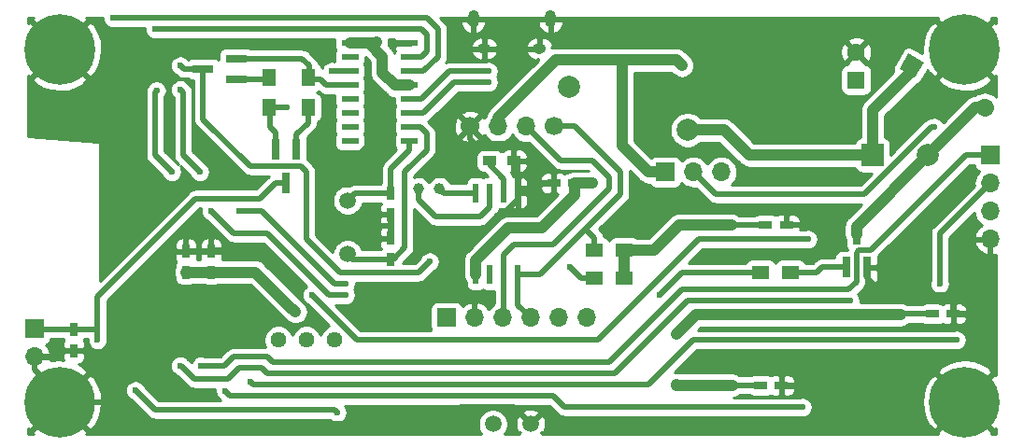
<source format=gbl>
G04 #@! TF.GenerationSoftware,KiCad,Pcbnew,(5.1.0)-1*
G04 #@! TF.CreationDate,2020-04-13T11:23:52+02:00*
G04 #@! TF.ProjectId,objet_chambre,6f626a65-745f-4636-9861-6d6272652e6b,rev?*
G04 #@! TF.SameCoordinates,PX9fa1b90PY2b1e160*
G04 #@! TF.FileFunction,Copper,L2,Bot*
G04 #@! TF.FilePolarity,Positive*
%FSLAX46Y46*%
G04 Gerber Fmt 4.6, Leading zero omitted, Abs format (unit mm)*
G04 Created by KiCad (PCBNEW (5.1.0)-1) date 2020-04-13 11:23:52*
%MOMM*%
%LPD*%
G04 APERTURE LIST*
%ADD10R,0.800000X1.900000*%
%ADD11C,1.700000*%
%ADD12O,1.700000X1.700000*%
%ADD13R,1.700000X1.700000*%
%ADD14R,1.500000X0.600000*%
%ADD15C,6.400000*%
%ADD16R,1.200000X0.900000*%
%ADD17R,0.750000X1.200000*%
%ADD18C,2.000000*%
%ADD19R,2.000000X2.000000*%
%ADD20C,1.600000*%
%ADD21R,1.600000X1.600000*%
%ADD22R,1.200000X0.750000*%
%ADD23C,1.600000*%
%ADD24C,0.100000*%
%ADD25O,1.000000X1.550000*%
%ADD26O,1.250000X0.950000*%
%ADD27R,1.900000X0.800000*%
%ADD28R,1.300000X1.500000*%
%ADD29C,1.500000*%
%ADD30R,1.500000X1.300000*%
%ADD31C,1.440000*%
%ADD32R,0.550000X1.750000*%
%ADD33C,1.000000*%
%ADD34C,0.600000*%
%ADD35C,1.000000*%
%ADD36C,0.500000*%
%ADD37C,0.254000*%
G04 APERTURE END LIST*
D10*
X63820000Y-556000D03*
X62870000Y-3556000D03*
X64770000Y-3556000D03*
D11*
X28804000Y9212000D03*
D12*
X31344000Y9212000D03*
X33884000Y9212000D03*
D11*
X36424000Y9212000D03*
D13*
X26670000Y-8128000D03*
D12*
X29210000Y-8128000D03*
X31750000Y-8128000D03*
X34290000Y-8128000D03*
X36830000Y-8128000D03*
X39370000Y-8128000D03*
D14*
X17914000Y16752000D03*
X17914000Y15482000D03*
X17914000Y14212000D03*
X17914000Y12942000D03*
X17914000Y11672000D03*
X17914000Y10402000D03*
X17914000Y9132000D03*
X17914000Y7862000D03*
X23314000Y7862000D03*
X23314000Y9132000D03*
X23314000Y10402000D03*
X23314000Y11672000D03*
X23314000Y12942000D03*
X23314000Y14212000D03*
X23314000Y15482000D03*
X23314000Y16752000D03*
D15*
X73614000Y-15788000D03*
X73614000Y16212000D03*
X-8386000Y-15788000D03*
X-8386000Y16212000D03*
D16*
X30566000Y6096000D03*
X32766000Y6096000D03*
D17*
X5334000Y-2098000D03*
X5334000Y-3998000D03*
D18*
X70278000Y6604000D03*
D19*
X65278000Y6604000D03*
D17*
X21614000Y-2827000D03*
X21614000Y-927000D03*
X21614000Y3137000D03*
X21614000Y1237000D03*
D20*
X63782000Y15934000D03*
D21*
X63782000Y13434000D03*
D17*
X-7112000Y-11110000D03*
X-7112000Y-9210000D03*
X3048000Y-2098000D03*
X3048000Y-3998000D03*
D22*
X57018000Y-14288000D03*
X55118000Y-14288000D03*
X70678000Y-7788000D03*
X72578000Y-7788000D03*
X55586000Y286800D03*
X57486000Y286800D03*
X36388000Y4064000D03*
X38288000Y4064000D03*
D20*
X75433114Y10922000D03*
D23*
X75433114Y10922000D02*
X75433114Y10922000D01*
D20*
X68834000Y14732000D03*
D24*
G36*
X67741180Y14439180D02*
G01*
X68541180Y15824820D01*
X69926820Y15024820D01*
X69126820Y13639180D01*
X67741180Y14439180D01*
X67741180Y14439180D01*
G37*
D18*
X37801504Y12789030D03*
X48514000Y8890000D03*
D25*
X29090000Y18975000D03*
X36090000Y18975000D03*
D26*
X30090000Y16275000D03*
X35090000Y16275000D03*
D12*
X-10668000Y-11684000D03*
D13*
X-10668000Y-9144000D03*
D12*
X51562000Y5080000D03*
X49022000Y5080000D03*
D13*
X46482000Y5080000D03*
D10*
X11164000Y7112000D03*
X13064000Y7112000D03*
X12114000Y4112000D03*
D27*
X4614000Y14417000D03*
X7614000Y13467000D03*
X7614000Y15367000D03*
D28*
X14114000Y10957000D03*
X14114000Y13657000D03*
X10614000Y10922000D03*
X10614000Y13622000D03*
D29*
X34290000Y-17780000D03*
X30890000Y-17780000D03*
D30*
X55118000Y-4064000D03*
X57818000Y-4064000D03*
X42752000Y-2032000D03*
X40052000Y-2032000D03*
X40052000Y-4572000D03*
X42752000Y-4572000D03*
D31*
X16510000Y-10160000D03*
X13970000Y-10160000D03*
X11430000Y-10160000D03*
D13*
X75946000Y6604000D03*
D12*
X75946000Y4064000D03*
X75946000Y1524000D03*
X75946000Y-1016000D03*
D32*
X29337000Y-4208000D03*
X30607000Y-4208000D03*
X31877000Y-4208000D03*
X33147000Y-4208000D03*
X33147000Y3192000D03*
X31877000Y3192000D03*
X30607000Y3192000D03*
X29337000Y3192000D03*
D29*
X17702000Y2495000D03*
X17702000Y-2385000D03*
D33*
X24130000Y3556000D03*
X26030000Y3556000D03*
D34*
X39878000Y4064000D03*
X20320000Y16891000D03*
X48006000Y14732000D03*
X42586000Y15240000D03*
X12974000Y-7600000D03*
X52578000Y-14254000D03*
X67818000Y-7874000D03*
X52472000Y286800D03*
X47498000Y0D03*
X47498000Y-14224000D03*
X47498000Y-9652012D03*
X2540000Y14732000D03*
X25146000Y-3048000D03*
X45974000Y-6096000D03*
X4425000Y-12506000D03*
X2520000Y-12506000D03*
X63246000Y-6604000D03*
X71374000Y-5080000D03*
X37846000Y-3556000D03*
X35814000Y-1524010D03*
X5334000Y1524000D03*
X395627Y12461627D03*
X1778000Y5080004D03*
X17526000Y-6096000D03*
X7874000Y1524000D03*
X4318000Y5080000D03*
X2520000Y12554000D03*
X17526000Y-5080000D03*
X6614000Y-14788000D03*
X58928000Y-16256000D03*
X8890000Y-13970000D03*
X72898000Y-10160000D03*
X21590000Y16891000D03*
X15240000Y7620004D03*
X21116207Y9008648D03*
X9144000Y-17780000D03*
X58962000Y-14288000D03*
X74558000Y-7738000D03*
X59428000Y384800D03*
X6858000Y-2032000D03*
X9271000Y3936988D03*
X-4953000Y-10160000D03*
X30480000Y14224000D03*
X30480000Y13208000D03*
X70866000Y9144026D03*
X-1524000Y-14732000D03*
X16764000Y-16764000D03*
X59436000Y-1016000D03*
X14478000Y-6096000D03*
X16256000Y14224000D03*
X12192000Y10922000D03*
X254000Y18034000D03*
X254000Y18034000D03*
X-3556000Y19050000D03*
D35*
X51816000Y8890000D02*
X48514000Y8890000D01*
X65278000Y6604000D02*
X54102000Y6604000D01*
X54102000Y6604000D02*
X51816000Y8890000D01*
X38288000Y2982000D02*
X38288000Y4064000D01*
X35306000Y0D02*
X38288000Y2982000D01*
X32258000Y0D02*
X35306000Y0D01*
X29337000Y-4208000D02*
X29337000Y-2921000D01*
X29337000Y-2921000D02*
X32258000Y0D01*
X38288000Y4064000D02*
X39878000Y4064000D01*
X65278000Y10668000D02*
X65278000Y6604000D01*
X68834000Y14732000D02*
X68834000Y14224000D01*
X68834000Y14224000D02*
X65278000Y10668000D01*
X74596000Y10922000D02*
X70278000Y6604000D01*
X75433114Y10922000D02*
X74596000Y10922000D01*
X63820000Y146000D02*
X70278000Y6604000D01*
X63820000Y-556000D02*
X63820000Y146000D01*
X17914000Y16752000D02*
X19697000Y16752000D01*
X19697000Y16752000D02*
X20181000Y16752000D01*
X20181000Y16752000D02*
X20320000Y16891000D01*
X21979000Y12942000D02*
X23314000Y12942000D01*
X20864000Y14057000D02*
X21979000Y12942000D01*
X20864000Y15557000D02*
X20864000Y14057000D01*
X19697000Y16752000D02*
X19697000Y16724000D01*
X19697000Y16724000D02*
X20864000Y15557000D01*
X31344000Y10008000D02*
X31344000Y9212000D01*
X36576000Y15240000D02*
X31344000Y10008000D01*
X48006000Y14732000D02*
X47498000Y15240000D01*
X47498000Y15240000D02*
X42586000Y15240000D01*
X42586000Y15240000D02*
X36576000Y15240000D01*
D36*
X55084000Y-14254000D02*
X55118000Y-14288000D01*
X52578000Y-14254000D02*
X55084000Y-14254000D01*
X70678000Y-7788000D02*
X67904000Y-7788000D01*
X67904000Y-7788000D02*
X67818000Y-7874000D01*
X52472000Y286800D02*
X55586000Y286800D01*
D35*
X47784800Y286800D02*
X47498000Y0D01*
X52472000Y286800D02*
X47784800Y286800D01*
X52578000Y-14254000D02*
X47528000Y-14254000D01*
X47528000Y-14254000D02*
X47498000Y-14224000D01*
X42752000Y-4572000D02*
X42752000Y-2032000D01*
X45466000Y-2032000D02*
X42752000Y-2032000D01*
X47498000Y0D02*
X45466000Y-2032000D01*
X49276012Y-7874000D02*
X47797999Y-9352013D01*
X67818000Y-7874000D02*
X49276012Y-7874000D01*
X47797999Y-9352013D02*
X47498000Y-9652012D01*
X12674001Y-7300001D02*
X12974000Y-7600000D01*
X12634001Y-7300001D02*
X12674001Y-7300001D01*
X3048000Y-3998000D02*
X9332000Y-3998000D01*
X9332000Y-3998000D02*
X12634001Y-7300001D01*
X42586000Y7452000D02*
X42586000Y15240000D01*
X46482000Y5080000D02*
X44958000Y5080000D01*
X44958000Y5080000D02*
X42586000Y7452000D01*
D36*
X14114000Y9542000D02*
X14114000Y10957000D01*
X13064000Y7112000D02*
X13064000Y8492000D01*
X13064000Y8492000D02*
X14114000Y9542000D01*
X4614000Y14417000D02*
X2855000Y14417000D01*
X2855000Y14417000D02*
X2540000Y14732000D01*
X48006000Y-4064000D02*
X46273999Y-5796001D01*
X46273999Y-5796001D02*
X45974000Y-6096000D01*
X55118000Y-4064000D02*
X48006000Y-4064000D01*
X24130000Y-4064000D02*
X25146000Y-3048000D01*
X17018000Y-4064000D02*
X24130000Y-4064000D01*
X4614000Y9864000D02*
X8890000Y5588000D01*
X4614000Y14417000D02*
X4614000Y9864000D01*
X8890000Y5588000D02*
X13462000Y5588000D01*
X13462000Y5588000D02*
X13970000Y5080000D01*
X13970000Y5080000D02*
X13970000Y-1016000D01*
X13970000Y-1016000D02*
X17018000Y-4064000D01*
X73723500Y6604000D02*
X75946000Y6604000D01*
X65087500Y-2032000D02*
X73723500Y6604000D01*
X64008000Y-2032000D02*
X65087500Y-2032000D01*
X63817500Y-4889500D02*
X63817500Y-2222500D01*
X48006000Y-5588000D02*
X63119000Y-5588000D01*
X63817500Y-2222500D02*
X64008000Y-2032000D01*
X6544000Y-12506000D02*
X7366000Y-11684000D01*
X4425000Y-12506000D02*
X6544000Y-12506000D01*
X7366000Y-11684000D02*
X10414000Y-11684000D01*
X63119000Y-5588000D02*
X63817500Y-4889500D01*
X10414000Y-11684000D02*
X10922000Y-12192000D01*
X10922000Y-12192000D02*
X41402000Y-12192000D01*
X41402000Y-12192000D02*
X48006000Y-5588000D01*
X71374000Y-508000D02*
X75946000Y4064000D01*
X71374000Y-5080000D02*
X71374000Y-508000D01*
X41910000Y-13208000D02*
X48514000Y-6604000D01*
X48514000Y-6604000D02*
X63246000Y-6604000D01*
X10414000Y-13208000D02*
X41910000Y-13208000D01*
X2520000Y-12506000D02*
X2600000Y-12506000D01*
X3810000Y-13716000D02*
X6858000Y-13716000D01*
X6858000Y-13716000D02*
X7874000Y-12700000D01*
X2600000Y-12506000D02*
X3810000Y-13716000D01*
X7874000Y-12700000D02*
X9906000Y-12700000D01*
X9906000Y-12700000D02*
X10414000Y-13208000D01*
X31877000Y-8001000D02*
X31750000Y-8128000D01*
X31877000Y-4208000D02*
X31877000Y-8001000D01*
X38862000Y-4572000D02*
X40052000Y-4572000D01*
X37846000Y-3556000D02*
X38862000Y-4572000D01*
X35389736Y-1524010D02*
X35814000Y-1524010D01*
X32765990Y-1524010D02*
X35389736Y-1524010D01*
X31877000Y-4208000D02*
X31877000Y-2413000D01*
X31877000Y-2413000D02*
X32765990Y-1524010D01*
X36321990Y-1524010D02*
X35814000Y-1524010D01*
X41402000Y3556000D02*
X36321990Y-1524010D01*
X41402000Y4572000D02*
X41402000Y3556000D01*
X39878000Y6096000D02*
X41402000Y4572000D01*
X33884000Y9212000D02*
X37000000Y6096000D01*
X37000000Y6096000D02*
X39878000Y6096000D01*
X1777996Y5080004D02*
X1778000Y5080004D01*
X254000Y6604000D02*
X1777996Y5080004D01*
X395627Y12461627D02*
X254000Y12320000D01*
X254000Y12320000D02*
X254000Y6604000D01*
X16002000Y-6096000D02*
X17526000Y-6096000D01*
X10414000Y-508000D02*
X16002000Y-6096000D01*
X5334000Y1524000D02*
X7366000Y-508000D01*
X7366000Y-508000D02*
X10414000Y-508000D01*
X33147000Y-6985000D02*
X34290000Y-8128000D01*
X33147000Y-4208000D02*
X33147000Y-6985000D01*
X38286000Y9212000D02*
X36424000Y9212000D01*
X42418000Y5080000D02*
X38286000Y9212000D01*
X42418000Y3048000D02*
X42418000Y5080000D01*
X39370000Y0D02*
X42418000Y3048000D01*
X39370000Y-200000D02*
X39370000Y0D01*
X40052000Y-2032000D02*
X40052000Y-882000D01*
X40052000Y-882000D02*
X39370000Y-200000D01*
X38862000Y-508000D02*
X39370000Y0D01*
X33147000Y-4208000D02*
X35162000Y-4208000D01*
X35162000Y-4208000D02*
X38862000Y-508000D01*
X2794000Y12280000D02*
X2520000Y12554000D01*
X4318000Y5080000D02*
X2794000Y6604000D01*
X2794000Y6604000D02*
X2794000Y12280000D01*
X16510000Y-5080000D02*
X17526000Y-5080000D01*
X7874000Y1524000D02*
X9906000Y1524000D01*
X9906000Y1524000D02*
X16510000Y-5080000D01*
X7066000Y-15240000D02*
X6614000Y-14788000D01*
X36322000Y-15240000D02*
X7066000Y-15240000D01*
X58928000Y-16256000D02*
X37338000Y-16256000D01*
X37338000Y-16256000D02*
X36322000Y-15240000D01*
X72473736Y-10160000D02*
X72898000Y-10160000D01*
X49022000Y-10160000D02*
X72473736Y-10160000D01*
X44958000Y-14224000D02*
X49022000Y-10160000D01*
X8890000Y-13970000D02*
X9144000Y-14224000D01*
X9144000Y-14224000D02*
X44958000Y-14224000D01*
X26394000Y3192000D02*
X26030000Y3556000D01*
X29337000Y3192000D02*
X26394000Y3192000D01*
X21811000Y-2827000D02*
X18144000Y-2827000D01*
X24289000Y9132000D02*
X24864000Y8557000D01*
X23314000Y9132000D02*
X24289000Y9132000D01*
X24864000Y8557000D02*
X24864000Y7084000D01*
X24864000Y7084000D02*
X22860000Y5080000D01*
X18144000Y-2827000D02*
X17702000Y-2385000D01*
X22860000Y5080000D02*
X22860000Y-1778000D01*
X22860000Y-1778000D02*
X21811000Y-2827000D01*
X23314000Y16752000D02*
X21729000Y16752000D01*
X21729000Y16752000D02*
X21590000Y16891000D01*
X28772000Y18657000D02*
X29090000Y18975000D01*
X21614000Y176000D02*
X21614000Y1237000D01*
X21614000Y-927000D02*
X21614000Y176000D01*
X18457559Y6350000D02*
X20816208Y8708649D01*
X15240000Y7620004D02*
X16510004Y6350000D01*
X20816208Y8708649D02*
X21116207Y9008648D01*
X16510004Y6350000D02*
X18457559Y6350000D01*
X-3860517Y-15788000D02*
X-1868517Y-17780000D01*
X-8386000Y-15788000D02*
X-3860517Y-15788000D01*
X-1868517Y-17780000D02*
X9144000Y-17780000D01*
X57018000Y-14288000D02*
X58962000Y-14288000D01*
X74508000Y-7788000D02*
X74558000Y-7738000D01*
X72578000Y-7788000D02*
X74508000Y-7788000D01*
X59330000Y286800D02*
X59428000Y384800D01*
X57486000Y286800D02*
X59330000Y286800D01*
X-7178000Y-11176000D02*
X-7112000Y-11110000D01*
X-8636000Y-11176000D02*
X-7178000Y-11176000D01*
X-10668000Y-11684000D02*
X-9144000Y-11684000D01*
X-9144000Y-11684000D02*
X-8636000Y-11176000D01*
X-8386000Y-15168081D02*
X-8386000Y-15788000D01*
X-10668000Y-12886081D02*
X-8386000Y-15168081D01*
X-10668000Y-11684000D02*
X-10668000Y-12886081D01*
X33540001Y-17030001D02*
X34290000Y-17780000D01*
X32766000Y-16256000D02*
X33540001Y-17030001D01*
X27940000Y-16256000D02*
X32766000Y-16256000D01*
X9144000Y-17780000D02*
X26416000Y-17780000D01*
X26416000Y-17780000D02*
X27940000Y-16256000D01*
X33147000Y5715000D02*
X32766000Y6096000D01*
X33147000Y3192000D02*
X33147000Y5715000D01*
X33511000Y3556000D02*
X33147000Y3192000D01*
X34290000Y3556000D02*
X33511000Y3556000D01*
X36388000Y4064000D02*
X34798000Y4064000D01*
X34798000Y4064000D02*
X34290000Y3556000D01*
X28804000Y8026000D02*
X28804000Y9212000D01*
X29210000Y7620000D02*
X28804000Y8026000D01*
X32258000Y7620000D02*
X29210000Y7620000D01*
X32766000Y6096000D02*
X32766000Y7112000D01*
X32766000Y7112000D02*
X32258000Y7620000D01*
X33147000Y2592000D02*
X27686000Y-2869000D01*
X33147000Y3192000D02*
X33147000Y2592000D01*
X27686000Y-2869000D02*
X27686000Y-5080000D01*
X29210000Y-6604000D02*
X29210000Y-8128000D01*
X27686000Y-5080000D02*
X29210000Y-6604000D01*
X64770000Y-4572000D02*
X64770000Y-3556000D01*
X66294000Y-6096000D02*
X64770000Y-4572000D01*
X71882000Y-6096000D02*
X66294000Y-6096000D01*
X72578000Y-7788000D02*
X72578000Y-6792000D01*
X72578000Y-6792000D02*
X71882000Y-6096000D01*
X3048000Y-2098000D02*
X5334000Y-2098000D01*
X5400000Y-2032000D02*
X5334000Y-2098000D01*
X6858000Y-2032000D02*
X5400000Y-2032000D01*
X8846736Y3936988D02*
X9271000Y3936988D01*
X-636471Y3936988D02*
X8846736Y3936988D01*
X-2286000Y5586517D02*
X-636471Y3936988D01*
X-8386000Y16212000D02*
X-2286000Y10112000D01*
X-2286000Y10112000D02*
X-2286000Y5586517D01*
X16510004Y6096004D02*
X16510004Y6350000D01*
X15416000Y5002000D02*
X16510004Y6096004D01*
X21614000Y212000D02*
X15416000Y212000D01*
X15416000Y212000D02*
X15416000Y5002000D01*
X23314000Y7058000D02*
X23314000Y7862000D01*
X21614000Y5358000D02*
X23314000Y7058000D01*
X21614000Y3137000D02*
X21614000Y5358000D01*
X17702000Y2495000D02*
X18344000Y3137000D01*
X18344000Y3137000D02*
X21614000Y3137000D01*
X-4953000Y-10160000D02*
X-4953000Y-8636000D01*
X-10602000Y-9210000D02*
X-10668000Y-9144000D01*
X-7112000Y-9210000D02*
X-10602000Y-9210000D01*
X-4953000Y-9017000D02*
X-4953000Y-8636000D01*
X-7112000Y-9210000D02*
X-5146000Y-9210000D01*
X-5146000Y-9210000D02*
X-4953000Y-9017000D01*
X11214000Y4112000D02*
X12114000Y4112000D01*
X-4953000Y-8636000D02*
X-4953000Y-6223000D01*
X9764000Y2662000D02*
X11214000Y4112000D01*
X-4953000Y-6223000D02*
X3932000Y2662000D01*
X3932000Y2662000D02*
X9764000Y2662000D01*
X26924000Y14224000D02*
X30480000Y14224000D01*
X23314000Y11672000D02*
X24372000Y11672000D01*
X24372000Y11672000D02*
X26924000Y14224000D01*
X24564000Y10402000D02*
X27370000Y13208000D01*
X23314000Y10402000D02*
X24564000Y10402000D01*
X27370000Y13208000D02*
X30480000Y13208000D01*
X70865974Y9144000D02*
X70866000Y9144026D01*
X70628002Y9144000D02*
X70865974Y9144000D01*
X64532002Y3048000D02*
X70628002Y9144000D01*
X49022000Y5080000D02*
X51054000Y3048000D01*
X51054000Y3048000D02*
X64532002Y3048000D01*
X30566000Y5756000D02*
X30566000Y6096000D01*
X31877000Y3192000D02*
X31877000Y4445000D01*
X31877000Y4445000D02*
X30566000Y5756000D01*
X16510000Y-16510000D02*
X16764000Y-16764000D01*
X-1524000Y-14732000D02*
X254000Y-16510000D01*
X254000Y-16510000D02*
X16510000Y-16510000D01*
X50546000Y-1016000D02*
X59436000Y-1016000D01*
X49530000Y-1016000D02*
X50546000Y-1016000D01*
X40386000Y-10160000D02*
X49530000Y-1016000D01*
X14478000Y-6096000D02*
X18542000Y-10160000D01*
X18542000Y-10160000D02*
X40386000Y-10160000D01*
X10668000Y9144000D02*
X10668000Y10668000D01*
X11164000Y7112000D02*
X11164000Y8648000D01*
X11164000Y8648000D02*
X10668000Y9144000D01*
X17914000Y14212000D02*
X16268000Y14212000D01*
X16268000Y14212000D02*
X16256000Y14224000D01*
X12192000Y10922000D02*
X10614000Y10922000D01*
X10459000Y13467000D02*
X10614000Y13622000D01*
X7614000Y13467000D02*
X10459000Y13467000D01*
X14224000Y14732000D02*
X14224000Y13462000D01*
X7614000Y15367000D02*
X13589000Y15367000D01*
X13589000Y15367000D02*
X14224000Y14732000D01*
X14309000Y13462000D02*
X14114000Y13657000D01*
X15240000Y13462000D02*
X14309000Y13462000D01*
X17914000Y12942000D02*
X15760000Y12942000D01*
X15760000Y12942000D02*
X15240000Y13462000D01*
X60706000Y-3556000D02*
X62738000Y-3556000D01*
X57818000Y-4064000D02*
X60198000Y-4064000D01*
X60198000Y-4064000D02*
X60706000Y-3556000D01*
X24384000Y18034000D02*
X254000Y18034000D01*
X24892000Y17526000D02*
X24384000Y18034000D01*
X24892000Y16002000D02*
X24892000Y17526000D01*
X23314000Y15482000D02*
X24372000Y15482000D01*
X24372000Y15482000D02*
X24892000Y16002000D01*
X24564000Y14212000D02*
X25908000Y15556000D01*
X23314000Y14212000D02*
X24564000Y14212000D01*
X25908000Y15556000D02*
X25908000Y17358542D01*
X25908000Y17358542D02*
X25908000Y18034000D01*
X25908000Y18034000D02*
X24892000Y19050000D01*
X24892000Y19050000D02*
X-3556000Y19050000D01*
X24130000Y2540000D02*
X24130000Y3556000D01*
X25654000Y1016000D02*
X24130000Y2540000D01*
X29718000Y1016000D02*
X25654000Y1016000D01*
X30607000Y3192000D02*
X30607000Y1905000D01*
X30607000Y1905000D02*
X29718000Y1016000D01*
D37*
G36*
X74478073Y5631087D02*
G01*
X74513925Y5512897D01*
X74572147Y5403972D01*
X74650499Y5308499D01*
X74745972Y5230147D01*
X74854897Y5171925D01*
X74937332Y5146919D01*
X74896550Y5113450D01*
X74711978Y4888547D01*
X74574828Y4631958D01*
X74490371Y4353543D01*
X74461854Y4064000D01*
X74483720Y3841985D01*
X70784329Y142594D01*
X70750868Y115133D01*
X70723409Y81674D01*
X70723406Y81671D01*
X70641274Y-18408D01*
X70559838Y-170764D01*
X70509690Y-336078D01*
X70492757Y-508000D01*
X70497001Y-551089D01*
X70497000Y-4774898D01*
X70482624Y-4809604D01*
X70447000Y-4988699D01*
X70447000Y-5171301D01*
X70482624Y-5350396D01*
X70552504Y-5519099D01*
X70653952Y-5670928D01*
X70783072Y-5800048D01*
X70934901Y-5901496D01*
X71103604Y-5971376D01*
X71282699Y-6007000D01*
X71465301Y-6007000D01*
X71644396Y-5971376D01*
X71813099Y-5901496D01*
X71964928Y-5800048D01*
X72094048Y-5670928D01*
X72195496Y-5519099D01*
X72265376Y-5350396D01*
X72301000Y-5171301D01*
X72301000Y-4988699D01*
X72265376Y-4809604D01*
X72251000Y-4774898D01*
X72251000Y-1372890D01*
X74504524Y-1372890D01*
X74549175Y-1520099D01*
X74674359Y-1782920D01*
X74848412Y-2016269D01*
X75064645Y-2211178D01*
X75314748Y-2360157D01*
X75589109Y-2457481D01*
X75819000Y-2336814D01*
X75819000Y-1143000D01*
X74625845Y-1143000D01*
X74504524Y-1372890D01*
X72251000Y-1372890D01*
X72251000Y-871265D01*
X74478388Y1356123D01*
X74490371Y1234457D01*
X74574828Y956042D01*
X74711978Y699453D01*
X74896550Y474550D01*
X75121453Y289978D01*
X75189549Y253580D01*
X75064645Y179178D01*
X74848412Y-15731D01*
X74674359Y-249080D01*
X74549175Y-511901D01*
X74504524Y-659110D01*
X74625845Y-889000D01*
X75819000Y-889000D01*
X75819000Y-869000D01*
X76073000Y-869000D01*
X76073000Y-889000D01*
X76093000Y-889000D01*
X76093000Y-1143000D01*
X76073000Y-1143000D01*
X76073000Y-2336814D01*
X76302891Y-2457481D01*
X76487000Y-2392172D01*
X76487000Y-13393331D01*
X76314881Y-13266724D01*
X73793605Y-15788000D01*
X76314881Y-18309276D01*
X76487000Y-18182669D01*
X76487000Y-18661000D01*
X76008669Y-18661000D01*
X76135276Y-18488881D01*
X73614000Y-15967605D01*
X71092724Y-18488881D01*
X71219331Y-18661000D01*
X35350608Y-18661000D01*
X35246995Y-18557387D01*
X35485860Y-18491863D01*
X35601760Y-18244884D01*
X35667250Y-17980040D01*
X35679812Y-17707508D01*
X35638965Y-17437762D01*
X35546277Y-17181168D01*
X35485860Y-17068137D01*
X35246993Y-17002612D01*
X34469605Y-17780000D01*
X34483748Y-17794143D01*
X34304143Y-17973748D01*
X34290000Y-17959605D01*
X34275858Y-17973748D01*
X34096253Y-17794143D01*
X34110395Y-17780000D01*
X33333007Y-17002612D01*
X33094140Y-17068137D01*
X32978240Y-17315116D01*
X32912750Y-17579960D01*
X32900188Y-17852492D01*
X32941035Y-18122238D01*
X33033723Y-18378832D01*
X33094140Y-18491863D01*
X33333005Y-18557387D01*
X33229392Y-18661000D01*
X31956373Y-18661000D01*
X31959586Y-18657787D01*
X32110282Y-18432254D01*
X32214083Y-18181656D01*
X32267000Y-17915623D01*
X32267000Y-17644377D01*
X32214083Y-17378344D01*
X32110282Y-17127746D01*
X31959586Y-16902213D01*
X31880380Y-16823007D01*
X33512612Y-16823007D01*
X34290000Y-17600395D01*
X35067388Y-16823007D01*
X35001863Y-16584140D01*
X34754884Y-16468240D01*
X34490040Y-16402750D01*
X34217508Y-16390188D01*
X33947762Y-16431035D01*
X33691168Y-16523723D01*
X33578137Y-16584140D01*
X33512612Y-16823007D01*
X31880380Y-16823007D01*
X31767787Y-16710414D01*
X31542254Y-16559718D01*
X31291656Y-16455917D01*
X31025623Y-16403000D01*
X30754377Y-16403000D01*
X30488344Y-16455917D01*
X30237746Y-16559718D01*
X30012213Y-16710414D01*
X29820414Y-16902213D01*
X29669718Y-17127746D01*
X29565917Y-17378344D01*
X29513000Y-17644377D01*
X29513000Y-17915623D01*
X29565917Y-18181656D01*
X29669718Y-18432254D01*
X29820414Y-18657787D01*
X29823627Y-18661000D01*
X-5991331Y-18661000D01*
X-5864724Y-18488881D01*
X-8386000Y-15967605D01*
X-10907276Y-18488881D01*
X-10780669Y-18661000D01*
X-11259000Y-18661000D01*
X-11259000Y-18182669D01*
X-11086881Y-18309276D01*
X-8565605Y-15788000D01*
X-8206395Y-15788000D01*
X-5685119Y-18309276D01*
X-5195452Y-17949088D01*
X-4835151Y-17285118D01*
X-4611306Y-16563615D01*
X-4532520Y-15812305D01*
X-4601822Y-15060062D01*
X-4816548Y-14335792D01*
X-5168445Y-13667330D01*
X-5195452Y-13626912D01*
X-5685119Y-13266724D01*
X-8206395Y-15788000D01*
X-8565605Y-15788000D01*
X-8579747Y-15773858D01*
X-8400142Y-15594253D01*
X-8386000Y-15608395D01*
X-5864724Y-13087119D01*
X-6224912Y-12597452D01*
X-6692543Y-12343694D01*
X-6612518Y-12335812D01*
X-6492820Y-12299502D01*
X-6382506Y-12240537D01*
X-6285815Y-12161185D01*
X-6206463Y-12064494D01*
X-6147498Y-11954180D01*
X-6111188Y-11834482D01*
X-6098928Y-11710000D01*
X-6102000Y-11395750D01*
X-6260750Y-11237000D01*
X-6985000Y-11237000D01*
X-6985000Y-11257000D01*
X-7239000Y-11257000D01*
X-7239000Y-11237000D01*
X-7963250Y-11237000D01*
X-8122000Y-11395750D01*
X-8125072Y-11710000D01*
X-8112812Y-11834482D01*
X-8076502Y-11954180D01*
X-8070700Y-11965035D01*
X-8361695Y-11934520D01*
X-9113938Y-12003822D01*
X-9228208Y-12037700D01*
X-9347845Y-11811000D01*
X-10541000Y-11811000D01*
X-10541000Y-11831000D01*
X-10795000Y-11831000D01*
X-10795000Y-11811000D01*
X-10815000Y-11811000D01*
X-10815000Y-11557000D01*
X-10795000Y-11557000D01*
X-10795000Y-11537000D01*
X-10541000Y-11537000D01*
X-10541000Y-11557000D01*
X-9347845Y-11557000D01*
X-9226524Y-11327110D01*
X-9271175Y-11179901D01*
X-9396359Y-10917080D01*
X-9570412Y-10683731D01*
X-9661406Y-10601710D01*
X-9576897Y-10576075D01*
X-9467972Y-10517853D01*
X-9372499Y-10439501D01*
X-9294147Y-10344028D01*
X-9235925Y-10235103D01*
X-9200073Y-10116913D01*
X-9197127Y-10087000D01*
X-8049888Y-10087000D01*
X-8014953Y-10152357D01*
X-8017537Y-10155506D01*
X-8076502Y-10265820D01*
X-8112812Y-10385518D01*
X-8125072Y-10510000D01*
X-8122000Y-10824250D01*
X-7963250Y-10983000D01*
X-7239000Y-10983000D01*
X-7239000Y-10963000D01*
X-6985000Y-10963000D01*
X-6985000Y-10983000D01*
X-6260750Y-10983000D01*
X-6102000Y-10824250D01*
X-6098928Y-10510000D01*
X-6111188Y-10385518D01*
X-6147498Y-10265820D01*
X-6206463Y-10155506D01*
X-6209047Y-10152357D01*
X-6174112Y-10087000D01*
X-5880000Y-10087000D01*
X-5880000Y-10251301D01*
X-5844376Y-10430396D01*
X-5774496Y-10599099D01*
X-5673048Y-10750928D01*
X-5543928Y-10880048D01*
X-5392099Y-10981496D01*
X-5223396Y-11051376D01*
X-5044301Y-11087000D01*
X-4861699Y-11087000D01*
X-4682604Y-11051376D01*
X-4513901Y-10981496D01*
X-4362072Y-10880048D01*
X-4232952Y-10750928D01*
X-4131504Y-10599099D01*
X-4061624Y-10430396D01*
X-4026000Y-10251301D01*
X-4026000Y-10068699D01*
X-4061624Y-9889604D01*
X-4076000Y-9854898D01*
X-4076000Y-9060070D01*
X-4071758Y-9017001D01*
X-4076000Y-8973931D01*
X-4076000Y-6586265D01*
X-1487735Y-3998000D01*
X1915547Y-3998000D01*
X1937307Y-4218931D01*
X2001750Y-4431371D01*
X2042967Y-4508482D01*
X2042967Y-4598000D01*
X2055073Y-4720913D01*
X2090925Y-4839103D01*
X2149147Y-4948028D01*
X2227499Y-5043501D01*
X2322972Y-5121853D01*
X2431897Y-5180075D01*
X2550087Y-5215927D01*
X2673000Y-5228033D01*
X3423000Y-5228033D01*
X3545913Y-5215927D01*
X3664103Y-5180075D01*
X3767140Y-5125000D01*
X4614860Y-5125000D01*
X4717897Y-5180075D01*
X4836087Y-5215927D01*
X4959000Y-5228033D01*
X5709000Y-5228033D01*
X5831913Y-5215927D01*
X5950103Y-5180075D01*
X6053140Y-5125000D01*
X8865182Y-5125000D01*
X11797946Y-8057765D01*
X11833236Y-8100766D01*
X11876237Y-8136056D01*
X11876240Y-8136059D01*
X11957612Y-8202839D01*
X12004844Y-8241601D01*
X12041234Y-8261052D01*
X12216240Y-8436058D01*
X12344844Y-8541600D01*
X12540630Y-8646250D01*
X12753069Y-8710693D01*
X12974000Y-8732452D01*
X13194930Y-8710693D01*
X13407371Y-8646250D01*
X13603156Y-8541600D01*
X13774765Y-8400765D01*
X13915600Y-8229156D01*
X14020250Y-8033371D01*
X14084693Y-7820930D01*
X14106452Y-7600000D01*
X14084693Y-7379069D01*
X14020250Y-7166630D01*
X13915600Y-6970844D01*
X13810058Y-6842240D01*
X13510058Y-6542240D01*
X13474766Y-6499236D01*
X13303158Y-6358401D01*
X13266770Y-6338951D01*
X10168059Y-3240241D01*
X10132765Y-3197235D01*
X9961157Y-3056400D01*
X9765371Y-2951750D01*
X9552931Y-2887307D01*
X9387365Y-2871000D01*
X9387354Y-2871000D01*
X9332000Y-2865548D01*
X9276646Y-2871000D01*
X6320094Y-2871000D01*
X6334812Y-2822482D01*
X6347072Y-2698000D01*
X6344000Y-2383750D01*
X6185250Y-2225000D01*
X5461000Y-2225000D01*
X5461000Y-2245000D01*
X5207000Y-2245000D01*
X5207000Y-2225000D01*
X4482750Y-2225000D01*
X4324000Y-2383750D01*
X4320928Y-2698000D01*
X4333188Y-2822482D01*
X4347906Y-2871000D01*
X4034094Y-2871000D01*
X4048812Y-2822482D01*
X4061072Y-2698000D01*
X4058000Y-2383750D01*
X3899250Y-2225000D01*
X3175000Y-2225000D01*
X3175000Y-2245000D01*
X2921000Y-2245000D01*
X2921000Y-2225000D01*
X2196750Y-2225000D01*
X2038000Y-2383750D01*
X2034928Y-2698000D01*
X2047188Y-2822482D01*
X2083498Y-2942180D01*
X2142463Y-3052494D01*
X2145047Y-3055643D01*
X2090925Y-3156897D01*
X2055073Y-3275087D01*
X2042967Y-3398000D01*
X2042967Y-3487518D01*
X2001750Y-3564629D01*
X1937307Y-3777069D01*
X1915547Y-3998000D01*
X-1487735Y-3998000D01*
X1012265Y-1498000D01*
X2034928Y-1498000D01*
X2038000Y-1812250D01*
X2196750Y-1971000D01*
X2921000Y-1971000D01*
X2921000Y-1021750D01*
X3175000Y-1021750D01*
X3175000Y-1971000D01*
X3899250Y-1971000D01*
X4058000Y-1812250D01*
X4061072Y-1498000D01*
X4320928Y-1498000D01*
X4324000Y-1812250D01*
X4482750Y-1971000D01*
X5207000Y-1971000D01*
X5207000Y-1021750D01*
X5461000Y-1021750D01*
X5461000Y-1971000D01*
X6185250Y-1971000D01*
X6344000Y-1812250D01*
X6347072Y-1498000D01*
X6334812Y-1373518D01*
X6298502Y-1253820D01*
X6239537Y-1143506D01*
X6160185Y-1046815D01*
X6063494Y-967463D01*
X5953180Y-908498D01*
X5833482Y-872188D01*
X5709000Y-859928D01*
X5619750Y-863000D01*
X5461000Y-1021750D01*
X5207000Y-1021750D01*
X5048250Y-863000D01*
X4959000Y-859928D01*
X4834518Y-872188D01*
X4714820Y-908498D01*
X4604506Y-967463D01*
X4507815Y-1046815D01*
X4428463Y-1143506D01*
X4369498Y-1253820D01*
X4333188Y-1373518D01*
X4320928Y-1498000D01*
X4061072Y-1498000D01*
X4048812Y-1373518D01*
X4012502Y-1253820D01*
X3953537Y-1143506D01*
X3874185Y-1046815D01*
X3777494Y-967463D01*
X3667180Y-908498D01*
X3547482Y-872188D01*
X3423000Y-859928D01*
X3333750Y-863000D01*
X3175000Y-1021750D01*
X2921000Y-1021750D01*
X2762250Y-863000D01*
X2673000Y-859928D01*
X2548518Y-872188D01*
X2428820Y-908498D01*
X2318506Y-967463D01*
X2221815Y-1046815D01*
X2142463Y-1143506D01*
X2083498Y-1253820D01*
X2047188Y-1373518D01*
X2034928Y-1498000D01*
X1012265Y-1498000D01*
X4295265Y1785000D01*
X4440755Y1785000D01*
X4407000Y1615301D01*
X4407000Y1432699D01*
X4442624Y1253604D01*
X4512504Y1084901D01*
X4613952Y933072D01*
X4743072Y803952D01*
X4894901Y702504D01*
X4929607Y688128D01*
X6715406Y-1097672D01*
X6742867Y-1131133D01*
X6776326Y-1158592D01*
X6776328Y-1158594D01*
X6810665Y-1186773D01*
X6876408Y-1240727D01*
X7016138Y-1315414D01*
X7028763Y-1322162D01*
X7194077Y-1372310D01*
X7366000Y-1389243D01*
X7409079Y-1385000D01*
X10050735Y-1385000D01*
X13979757Y-5314022D01*
X13887072Y-5375952D01*
X13757952Y-5505072D01*
X13656504Y-5656901D01*
X13586624Y-5825604D01*
X13551000Y-6004699D01*
X13551000Y-6187301D01*
X13586624Y-6366396D01*
X13656504Y-6535099D01*
X13757952Y-6686928D01*
X13887072Y-6816048D01*
X14038901Y-6917496D01*
X14073607Y-6931872D01*
X16038891Y-8897157D01*
X15871956Y-8966304D01*
X15651337Y-9113716D01*
X15463716Y-9301337D01*
X15316304Y-9521956D01*
X15240000Y-9706169D01*
X15163696Y-9521956D01*
X15016284Y-9301337D01*
X14828663Y-9113716D01*
X14608044Y-8966304D01*
X14362906Y-8864764D01*
X14102668Y-8813000D01*
X13837332Y-8813000D01*
X13577094Y-8864764D01*
X13331956Y-8966304D01*
X13111337Y-9113716D01*
X12923716Y-9301337D01*
X12776304Y-9521956D01*
X12700000Y-9706169D01*
X12623696Y-9521956D01*
X12476284Y-9301337D01*
X12288663Y-9113716D01*
X12068044Y-8966304D01*
X11822906Y-8864764D01*
X11562668Y-8813000D01*
X11297332Y-8813000D01*
X11037094Y-8864764D01*
X10791956Y-8966304D01*
X10571337Y-9113716D01*
X10383716Y-9301337D01*
X10236304Y-9521956D01*
X10134764Y-9767094D01*
X10083000Y-10027332D01*
X10083000Y-10292668D01*
X10134764Y-10552906D01*
X10236304Y-10798044D01*
X10242288Y-10807000D01*
X7409079Y-10807000D01*
X7366000Y-10802757D01*
X7194077Y-10819690D01*
X7028763Y-10869838D01*
X6876408Y-10951273D01*
X6742867Y-11060867D01*
X6715403Y-11094332D01*
X6180735Y-11629000D01*
X4730102Y-11629000D01*
X4695396Y-11614624D01*
X4516301Y-11579000D01*
X4333699Y-11579000D01*
X4154604Y-11614624D01*
X3985901Y-11684504D01*
X3834072Y-11785952D01*
X3704952Y-11915072D01*
X3603504Y-12066901D01*
X3544240Y-12209975D01*
X3250594Y-11916329D01*
X3223133Y-11882867D01*
X3137868Y-11812892D01*
X3110928Y-11785952D01*
X2959099Y-11684504D01*
X2790396Y-11614624D01*
X2611301Y-11579000D01*
X2428699Y-11579000D01*
X2249604Y-11614624D01*
X2080901Y-11684504D01*
X1929072Y-11785952D01*
X1799952Y-11915072D01*
X1698504Y-12066901D01*
X1628624Y-12235604D01*
X1593000Y-12414699D01*
X1593000Y-12597301D01*
X1628624Y-12776396D01*
X1698504Y-12945099D01*
X1799952Y-13096928D01*
X1929072Y-13226048D01*
X2080901Y-13327496D01*
X2249604Y-13397376D01*
X2251485Y-13397750D01*
X3159403Y-14305668D01*
X3186867Y-14339133D01*
X3320408Y-14448727D01*
X3472763Y-14530162D01*
X3638078Y-14580310D01*
X3766921Y-14593000D01*
X3766930Y-14593000D01*
X3809999Y-14597242D01*
X3853069Y-14593000D01*
X5707627Y-14593000D01*
X5687000Y-14696699D01*
X5687000Y-14879301D01*
X5722624Y-15058396D01*
X5792504Y-15227099D01*
X5893952Y-15378928D01*
X6023072Y-15508048D01*
X6174901Y-15609496D01*
X6209608Y-15623872D01*
X6218735Y-15633000D01*
X617265Y-15633000D01*
X-688128Y-14327607D01*
X-702504Y-14292901D01*
X-803952Y-14141072D01*
X-933072Y-14011952D01*
X-1084901Y-13910504D01*
X-1253604Y-13840624D01*
X-1432699Y-13805000D01*
X-1615301Y-13805000D01*
X-1794396Y-13840624D01*
X-1963099Y-13910504D01*
X-2114928Y-14011952D01*
X-2244048Y-14141072D01*
X-2345496Y-14292901D01*
X-2415376Y-14461604D01*
X-2451000Y-14640699D01*
X-2451000Y-14823301D01*
X-2415376Y-15002396D01*
X-2345496Y-15171099D01*
X-2244048Y-15322928D01*
X-2114928Y-15452048D01*
X-1963099Y-15553496D01*
X-1928393Y-15567872D01*
X-396597Y-17099668D01*
X-369133Y-17133133D01*
X-235592Y-17242727D01*
X-100161Y-17315116D01*
X-83237Y-17324162D01*
X82077Y-17374310D01*
X254000Y-17391243D01*
X297079Y-17387000D01*
X16076024Y-17387000D01*
X16173072Y-17484048D01*
X16324901Y-17585496D01*
X16493604Y-17655376D01*
X16672699Y-17691000D01*
X16855301Y-17691000D01*
X17034396Y-17655376D01*
X17203099Y-17585496D01*
X17354928Y-17484048D01*
X17484048Y-17354928D01*
X17585496Y-17203099D01*
X17655376Y-17034396D01*
X17691000Y-16855301D01*
X17691000Y-16672699D01*
X17655376Y-16493604D01*
X17585496Y-16324901D01*
X17484048Y-16173072D01*
X17427976Y-16117000D01*
X35958735Y-16117000D01*
X36687408Y-16845674D01*
X36714867Y-16879133D01*
X36848408Y-16988727D01*
X36996974Y-17068137D01*
X37000763Y-17070162D01*
X37166077Y-17120310D01*
X37338000Y-17137243D01*
X37381079Y-17133000D01*
X58622898Y-17133000D01*
X58657604Y-17147376D01*
X58836699Y-17183000D01*
X59019301Y-17183000D01*
X59198396Y-17147376D01*
X59367099Y-17077496D01*
X59518928Y-16976048D01*
X59648048Y-16846928D01*
X59749496Y-16695099D01*
X59819376Y-16526396D01*
X59855000Y-16347301D01*
X59855000Y-16164699D01*
X59819376Y-15985604D01*
X59749496Y-15816901D01*
X59713946Y-15763695D01*
X69760520Y-15763695D01*
X69829822Y-16515938D01*
X70044548Y-17240208D01*
X70396445Y-17908670D01*
X70423452Y-17949088D01*
X70913119Y-18309276D01*
X73434395Y-15788000D01*
X70913119Y-13266724D01*
X70423452Y-13626912D01*
X70063151Y-14290882D01*
X69839306Y-15012385D01*
X69760520Y-15763695D01*
X59713946Y-15763695D01*
X59648048Y-15665072D01*
X59518928Y-15535952D01*
X59367099Y-15434504D01*
X59198396Y-15364624D01*
X59019301Y-15329000D01*
X58836699Y-15329000D01*
X58657604Y-15364624D01*
X58622898Y-15379000D01*
X52653671Y-15379000D01*
X52798931Y-15364693D01*
X53011371Y-15300250D01*
X53207157Y-15195600D01*
X53285872Y-15131000D01*
X54099914Y-15131000D01*
X54167972Y-15186853D01*
X54276897Y-15245075D01*
X54395087Y-15280927D01*
X54518000Y-15293033D01*
X55718000Y-15293033D01*
X55840913Y-15280927D01*
X55959103Y-15245075D01*
X56060357Y-15190953D01*
X56063506Y-15193537D01*
X56173820Y-15252502D01*
X56293518Y-15288812D01*
X56418000Y-15301072D01*
X56732250Y-15298000D01*
X56891000Y-15139250D01*
X56891000Y-14415000D01*
X57145000Y-14415000D01*
X57145000Y-15139250D01*
X57303750Y-15298000D01*
X57618000Y-15301072D01*
X57742482Y-15288812D01*
X57862180Y-15252502D01*
X57972494Y-15193537D01*
X58069185Y-15114185D01*
X58148537Y-15017494D01*
X58207502Y-14907180D01*
X58243812Y-14787482D01*
X58256072Y-14663000D01*
X58253000Y-14573750D01*
X58094250Y-14415000D01*
X57145000Y-14415000D01*
X56891000Y-14415000D01*
X56871000Y-14415000D01*
X56871000Y-14161000D01*
X56891000Y-14161000D01*
X56891000Y-13436750D01*
X57145000Y-13436750D01*
X57145000Y-14161000D01*
X58094250Y-14161000D01*
X58253000Y-14002250D01*
X58256072Y-13913000D01*
X58243812Y-13788518D01*
X58207502Y-13668820D01*
X58148537Y-13558506D01*
X58069185Y-13461815D01*
X57972494Y-13382463D01*
X57862180Y-13323498D01*
X57742482Y-13287188D01*
X57618000Y-13274928D01*
X57303750Y-13278000D01*
X57145000Y-13436750D01*
X56891000Y-13436750D01*
X56732250Y-13278000D01*
X56418000Y-13274928D01*
X56293518Y-13287188D01*
X56173820Y-13323498D01*
X56063506Y-13382463D01*
X56060357Y-13385047D01*
X55959103Y-13330925D01*
X55840913Y-13295073D01*
X55718000Y-13282967D01*
X54518000Y-13282967D01*
X54395087Y-13295073D01*
X54276897Y-13330925D01*
X54190697Y-13377000D01*
X53285872Y-13377000D01*
X53207157Y-13312400D01*
X53011371Y-13207750D01*
X52798931Y-13143307D01*
X52633365Y-13127000D01*
X47764067Y-13127000D01*
X47718930Y-13113308D01*
X47498000Y-13091548D01*
X47312441Y-13109824D01*
X47335146Y-13087119D01*
X71092724Y-13087119D01*
X73614000Y-15608395D01*
X76135276Y-13087119D01*
X75775088Y-12597452D01*
X75111118Y-12237151D01*
X74389615Y-12013306D01*
X73638305Y-11934520D01*
X72886062Y-12003822D01*
X72161792Y-12218548D01*
X71493330Y-12570445D01*
X71452912Y-12597452D01*
X71092724Y-13087119D01*
X47335146Y-13087119D01*
X49385266Y-11037000D01*
X72592898Y-11037000D01*
X72627604Y-11051376D01*
X72806699Y-11087000D01*
X72989301Y-11087000D01*
X73168396Y-11051376D01*
X73337099Y-10981496D01*
X73488928Y-10880048D01*
X73618048Y-10750928D01*
X73719496Y-10599099D01*
X73789376Y-10430396D01*
X73825000Y-10251301D01*
X73825000Y-10068699D01*
X73789376Y-9889604D01*
X73719496Y-9720901D01*
X73618048Y-9569072D01*
X73488928Y-9439952D01*
X73337099Y-9338504D01*
X73168396Y-9268624D01*
X72989301Y-9233000D01*
X72806699Y-9233000D01*
X72627604Y-9268624D01*
X72592898Y-9283000D01*
X49460831Y-9283000D01*
X49742831Y-9001000D01*
X67873365Y-9001000D01*
X68038931Y-8984693D01*
X68251371Y-8920250D01*
X68447157Y-8815600D01*
X68618765Y-8674765D01*
X68626779Y-8665000D01*
X69701344Y-8665000D01*
X69727972Y-8686853D01*
X69836897Y-8745075D01*
X69955087Y-8780927D01*
X70078000Y-8793033D01*
X71278000Y-8793033D01*
X71400913Y-8780927D01*
X71519103Y-8745075D01*
X71620357Y-8690953D01*
X71623506Y-8693537D01*
X71733820Y-8752502D01*
X71853518Y-8788812D01*
X71978000Y-8801072D01*
X72292250Y-8798000D01*
X72451000Y-8639250D01*
X72451000Y-7915000D01*
X72705000Y-7915000D01*
X72705000Y-8639250D01*
X72863750Y-8798000D01*
X73178000Y-8801072D01*
X73302482Y-8788812D01*
X73422180Y-8752502D01*
X73532494Y-8693537D01*
X73629185Y-8614185D01*
X73708537Y-8517494D01*
X73767502Y-8407180D01*
X73803812Y-8287482D01*
X73816072Y-8163000D01*
X73813000Y-8073750D01*
X73654250Y-7915000D01*
X72705000Y-7915000D01*
X72451000Y-7915000D01*
X72431000Y-7915000D01*
X72431000Y-7661000D01*
X72451000Y-7661000D01*
X72451000Y-6936750D01*
X72705000Y-6936750D01*
X72705000Y-7661000D01*
X73654250Y-7661000D01*
X73813000Y-7502250D01*
X73816072Y-7413000D01*
X73803812Y-7288518D01*
X73767502Y-7168820D01*
X73708537Y-7058506D01*
X73629185Y-6961815D01*
X73532494Y-6882463D01*
X73422180Y-6823498D01*
X73302482Y-6787188D01*
X73178000Y-6774928D01*
X72863750Y-6778000D01*
X72705000Y-6936750D01*
X72451000Y-6936750D01*
X72292250Y-6778000D01*
X71978000Y-6774928D01*
X71853518Y-6787188D01*
X71733820Y-6823498D01*
X71623506Y-6882463D01*
X71620357Y-6885047D01*
X71519103Y-6830925D01*
X71400913Y-6795073D01*
X71278000Y-6782967D01*
X70078000Y-6782967D01*
X69955087Y-6795073D01*
X69836897Y-6830925D01*
X69727972Y-6889147D01*
X69701344Y-6911000D01*
X68407120Y-6911000D01*
X68251371Y-6827750D01*
X68038931Y-6763307D01*
X67873365Y-6747000D01*
X64162716Y-6747000D01*
X64173000Y-6695301D01*
X64173000Y-6512699D01*
X64137376Y-6333604D01*
X64067496Y-6164901D01*
X63966048Y-6013072D01*
X63950121Y-5997145D01*
X64407169Y-5540096D01*
X64440633Y-5512633D01*
X64550227Y-5379092D01*
X64631662Y-5226737D01*
X64681810Y-5061422D01*
X64694500Y-4932579D01*
X64694500Y-4932578D01*
X64698743Y-4889501D01*
X64694500Y-4846424D01*
X64694500Y-3683000D01*
X64897000Y-3683000D01*
X64897000Y-4982250D01*
X65055750Y-5141000D01*
X65170000Y-5144072D01*
X65294482Y-5131812D01*
X65414180Y-5095502D01*
X65524494Y-5036537D01*
X65621185Y-4957185D01*
X65700537Y-4860494D01*
X65759502Y-4750180D01*
X65795812Y-4630482D01*
X65808072Y-4506000D01*
X65805000Y-3841750D01*
X65646250Y-3683000D01*
X64897000Y-3683000D01*
X64694500Y-3683000D01*
X64694500Y-3409000D01*
X64897000Y-3409000D01*
X64897000Y-3429000D01*
X65646250Y-3429000D01*
X65805000Y-3270250D01*
X65808072Y-2606000D01*
X65803203Y-2556562D01*
X74086765Y5727000D01*
X74468626Y5727000D01*
X74478073Y5631087D01*
X74478073Y5631087D01*
G37*
X74478073Y5631087D02*
X74513925Y5512897D01*
X74572147Y5403972D01*
X74650499Y5308499D01*
X74745972Y5230147D01*
X74854897Y5171925D01*
X74937332Y5146919D01*
X74896550Y5113450D01*
X74711978Y4888547D01*
X74574828Y4631958D01*
X74490371Y4353543D01*
X74461854Y4064000D01*
X74483720Y3841985D01*
X70784329Y142594D01*
X70750868Y115133D01*
X70723409Y81674D01*
X70723406Y81671D01*
X70641274Y-18408D01*
X70559838Y-170764D01*
X70509690Y-336078D01*
X70492757Y-508000D01*
X70497001Y-551089D01*
X70497000Y-4774898D01*
X70482624Y-4809604D01*
X70447000Y-4988699D01*
X70447000Y-5171301D01*
X70482624Y-5350396D01*
X70552504Y-5519099D01*
X70653952Y-5670928D01*
X70783072Y-5800048D01*
X70934901Y-5901496D01*
X71103604Y-5971376D01*
X71282699Y-6007000D01*
X71465301Y-6007000D01*
X71644396Y-5971376D01*
X71813099Y-5901496D01*
X71964928Y-5800048D01*
X72094048Y-5670928D01*
X72195496Y-5519099D01*
X72265376Y-5350396D01*
X72301000Y-5171301D01*
X72301000Y-4988699D01*
X72265376Y-4809604D01*
X72251000Y-4774898D01*
X72251000Y-1372890D01*
X74504524Y-1372890D01*
X74549175Y-1520099D01*
X74674359Y-1782920D01*
X74848412Y-2016269D01*
X75064645Y-2211178D01*
X75314748Y-2360157D01*
X75589109Y-2457481D01*
X75819000Y-2336814D01*
X75819000Y-1143000D01*
X74625845Y-1143000D01*
X74504524Y-1372890D01*
X72251000Y-1372890D01*
X72251000Y-871265D01*
X74478388Y1356123D01*
X74490371Y1234457D01*
X74574828Y956042D01*
X74711978Y699453D01*
X74896550Y474550D01*
X75121453Y289978D01*
X75189549Y253580D01*
X75064645Y179178D01*
X74848412Y-15731D01*
X74674359Y-249080D01*
X74549175Y-511901D01*
X74504524Y-659110D01*
X74625845Y-889000D01*
X75819000Y-889000D01*
X75819000Y-869000D01*
X76073000Y-869000D01*
X76073000Y-889000D01*
X76093000Y-889000D01*
X76093000Y-1143000D01*
X76073000Y-1143000D01*
X76073000Y-2336814D01*
X76302891Y-2457481D01*
X76487000Y-2392172D01*
X76487000Y-13393331D01*
X76314881Y-13266724D01*
X73793605Y-15788000D01*
X76314881Y-18309276D01*
X76487000Y-18182669D01*
X76487000Y-18661000D01*
X76008669Y-18661000D01*
X76135276Y-18488881D01*
X73614000Y-15967605D01*
X71092724Y-18488881D01*
X71219331Y-18661000D01*
X35350608Y-18661000D01*
X35246995Y-18557387D01*
X35485860Y-18491863D01*
X35601760Y-18244884D01*
X35667250Y-17980040D01*
X35679812Y-17707508D01*
X35638965Y-17437762D01*
X35546277Y-17181168D01*
X35485860Y-17068137D01*
X35246993Y-17002612D01*
X34469605Y-17780000D01*
X34483748Y-17794143D01*
X34304143Y-17973748D01*
X34290000Y-17959605D01*
X34275858Y-17973748D01*
X34096253Y-17794143D01*
X34110395Y-17780000D01*
X33333007Y-17002612D01*
X33094140Y-17068137D01*
X32978240Y-17315116D01*
X32912750Y-17579960D01*
X32900188Y-17852492D01*
X32941035Y-18122238D01*
X33033723Y-18378832D01*
X33094140Y-18491863D01*
X33333005Y-18557387D01*
X33229392Y-18661000D01*
X31956373Y-18661000D01*
X31959586Y-18657787D01*
X32110282Y-18432254D01*
X32214083Y-18181656D01*
X32267000Y-17915623D01*
X32267000Y-17644377D01*
X32214083Y-17378344D01*
X32110282Y-17127746D01*
X31959586Y-16902213D01*
X31880380Y-16823007D01*
X33512612Y-16823007D01*
X34290000Y-17600395D01*
X35067388Y-16823007D01*
X35001863Y-16584140D01*
X34754884Y-16468240D01*
X34490040Y-16402750D01*
X34217508Y-16390188D01*
X33947762Y-16431035D01*
X33691168Y-16523723D01*
X33578137Y-16584140D01*
X33512612Y-16823007D01*
X31880380Y-16823007D01*
X31767787Y-16710414D01*
X31542254Y-16559718D01*
X31291656Y-16455917D01*
X31025623Y-16403000D01*
X30754377Y-16403000D01*
X30488344Y-16455917D01*
X30237746Y-16559718D01*
X30012213Y-16710414D01*
X29820414Y-16902213D01*
X29669718Y-17127746D01*
X29565917Y-17378344D01*
X29513000Y-17644377D01*
X29513000Y-17915623D01*
X29565917Y-18181656D01*
X29669718Y-18432254D01*
X29820414Y-18657787D01*
X29823627Y-18661000D01*
X-5991331Y-18661000D01*
X-5864724Y-18488881D01*
X-8386000Y-15967605D01*
X-10907276Y-18488881D01*
X-10780669Y-18661000D01*
X-11259000Y-18661000D01*
X-11259000Y-18182669D01*
X-11086881Y-18309276D01*
X-8565605Y-15788000D01*
X-8206395Y-15788000D01*
X-5685119Y-18309276D01*
X-5195452Y-17949088D01*
X-4835151Y-17285118D01*
X-4611306Y-16563615D01*
X-4532520Y-15812305D01*
X-4601822Y-15060062D01*
X-4816548Y-14335792D01*
X-5168445Y-13667330D01*
X-5195452Y-13626912D01*
X-5685119Y-13266724D01*
X-8206395Y-15788000D01*
X-8565605Y-15788000D01*
X-8579747Y-15773858D01*
X-8400142Y-15594253D01*
X-8386000Y-15608395D01*
X-5864724Y-13087119D01*
X-6224912Y-12597452D01*
X-6692543Y-12343694D01*
X-6612518Y-12335812D01*
X-6492820Y-12299502D01*
X-6382506Y-12240537D01*
X-6285815Y-12161185D01*
X-6206463Y-12064494D01*
X-6147498Y-11954180D01*
X-6111188Y-11834482D01*
X-6098928Y-11710000D01*
X-6102000Y-11395750D01*
X-6260750Y-11237000D01*
X-6985000Y-11237000D01*
X-6985000Y-11257000D01*
X-7239000Y-11257000D01*
X-7239000Y-11237000D01*
X-7963250Y-11237000D01*
X-8122000Y-11395750D01*
X-8125072Y-11710000D01*
X-8112812Y-11834482D01*
X-8076502Y-11954180D01*
X-8070700Y-11965035D01*
X-8361695Y-11934520D01*
X-9113938Y-12003822D01*
X-9228208Y-12037700D01*
X-9347845Y-11811000D01*
X-10541000Y-11811000D01*
X-10541000Y-11831000D01*
X-10795000Y-11831000D01*
X-10795000Y-11811000D01*
X-10815000Y-11811000D01*
X-10815000Y-11557000D01*
X-10795000Y-11557000D01*
X-10795000Y-11537000D01*
X-10541000Y-11537000D01*
X-10541000Y-11557000D01*
X-9347845Y-11557000D01*
X-9226524Y-11327110D01*
X-9271175Y-11179901D01*
X-9396359Y-10917080D01*
X-9570412Y-10683731D01*
X-9661406Y-10601710D01*
X-9576897Y-10576075D01*
X-9467972Y-10517853D01*
X-9372499Y-10439501D01*
X-9294147Y-10344028D01*
X-9235925Y-10235103D01*
X-9200073Y-10116913D01*
X-9197127Y-10087000D01*
X-8049888Y-10087000D01*
X-8014953Y-10152357D01*
X-8017537Y-10155506D01*
X-8076502Y-10265820D01*
X-8112812Y-10385518D01*
X-8125072Y-10510000D01*
X-8122000Y-10824250D01*
X-7963250Y-10983000D01*
X-7239000Y-10983000D01*
X-7239000Y-10963000D01*
X-6985000Y-10963000D01*
X-6985000Y-10983000D01*
X-6260750Y-10983000D01*
X-6102000Y-10824250D01*
X-6098928Y-10510000D01*
X-6111188Y-10385518D01*
X-6147498Y-10265820D01*
X-6206463Y-10155506D01*
X-6209047Y-10152357D01*
X-6174112Y-10087000D01*
X-5880000Y-10087000D01*
X-5880000Y-10251301D01*
X-5844376Y-10430396D01*
X-5774496Y-10599099D01*
X-5673048Y-10750928D01*
X-5543928Y-10880048D01*
X-5392099Y-10981496D01*
X-5223396Y-11051376D01*
X-5044301Y-11087000D01*
X-4861699Y-11087000D01*
X-4682604Y-11051376D01*
X-4513901Y-10981496D01*
X-4362072Y-10880048D01*
X-4232952Y-10750928D01*
X-4131504Y-10599099D01*
X-4061624Y-10430396D01*
X-4026000Y-10251301D01*
X-4026000Y-10068699D01*
X-4061624Y-9889604D01*
X-4076000Y-9854898D01*
X-4076000Y-9060070D01*
X-4071758Y-9017001D01*
X-4076000Y-8973931D01*
X-4076000Y-6586265D01*
X-1487735Y-3998000D01*
X1915547Y-3998000D01*
X1937307Y-4218931D01*
X2001750Y-4431371D01*
X2042967Y-4508482D01*
X2042967Y-4598000D01*
X2055073Y-4720913D01*
X2090925Y-4839103D01*
X2149147Y-4948028D01*
X2227499Y-5043501D01*
X2322972Y-5121853D01*
X2431897Y-5180075D01*
X2550087Y-5215927D01*
X2673000Y-5228033D01*
X3423000Y-5228033D01*
X3545913Y-5215927D01*
X3664103Y-5180075D01*
X3767140Y-5125000D01*
X4614860Y-5125000D01*
X4717897Y-5180075D01*
X4836087Y-5215927D01*
X4959000Y-5228033D01*
X5709000Y-5228033D01*
X5831913Y-5215927D01*
X5950103Y-5180075D01*
X6053140Y-5125000D01*
X8865182Y-5125000D01*
X11797946Y-8057765D01*
X11833236Y-8100766D01*
X11876237Y-8136056D01*
X11876240Y-8136059D01*
X11957612Y-8202839D01*
X12004844Y-8241601D01*
X12041234Y-8261052D01*
X12216240Y-8436058D01*
X12344844Y-8541600D01*
X12540630Y-8646250D01*
X12753069Y-8710693D01*
X12974000Y-8732452D01*
X13194930Y-8710693D01*
X13407371Y-8646250D01*
X13603156Y-8541600D01*
X13774765Y-8400765D01*
X13915600Y-8229156D01*
X14020250Y-8033371D01*
X14084693Y-7820930D01*
X14106452Y-7600000D01*
X14084693Y-7379069D01*
X14020250Y-7166630D01*
X13915600Y-6970844D01*
X13810058Y-6842240D01*
X13510058Y-6542240D01*
X13474766Y-6499236D01*
X13303158Y-6358401D01*
X13266770Y-6338951D01*
X10168059Y-3240241D01*
X10132765Y-3197235D01*
X9961157Y-3056400D01*
X9765371Y-2951750D01*
X9552931Y-2887307D01*
X9387365Y-2871000D01*
X9387354Y-2871000D01*
X9332000Y-2865548D01*
X9276646Y-2871000D01*
X6320094Y-2871000D01*
X6334812Y-2822482D01*
X6347072Y-2698000D01*
X6344000Y-2383750D01*
X6185250Y-2225000D01*
X5461000Y-2225000D01*
X5461000Y-2245000D01*
X5207000Y-2245000D01*
X5207000Y-2225000D01*
X4482750Y-2225000D01*
X4324000Y-2383750D01*
X4320928Y-2698000D01*
X4333188Y-2822482D01*
X4347906Y-2871000D01*
X4034094Y-2871000D01*
X4048812Y-2822482D01*
X4061072Y-2698000D01*
X4058000Y-2383750D01*
X3899250Y-2225000D01*
X3175000Y-2225000D01*
X3175000Y-2245000D01*
X2921000Y-2245000D01*
X2921000Y-2225000D01*
X2196750Y-2225000D01*
X2038000Y-2383750D01*
X2034928Y-2698000D01*
X2047188Y-2822482D01*
X2083498Y-2942180D01*
X2142463Y-3052494D01*
X2145047Y-3055643D01*
X2090925Y-3156897D01*
X2055073Y-3275087D01*
X2042967Y-3398000D01*
X2042967Y-3487518D01*
X2001750Y-3564629D01*
X1937307Y-3777069D01*
X1915547Y-3998000D01*
X-1487735Y-3998000D01*
X1012265Y-1498000D01*
X2034928Y-1498000D01*
X2038000Y-1812250D01*
X2196750Y-1971000D01*
X2921000Y-1971000D01*
X2921000Y-1021750D01*
X3175000Y-1021750D01*
X3175000Y-1971000D01*
X3899250Y-1971000D01*
X4058000Y-1812250D01*
X4061072Y-1498000D01*
X4320928Y-1498000D01*
X4324000Y-1812250D01*
X4482750Y-1971000D01*
X5207000Y-1971000D01*
X5207000Y-1021750D01*
X5461000Y-1021750D01*
X5461000Y-1971000D01*
X6185250Y-1971000D01*
X6344000Y-1812250D01*
X6347072Y-1498000D01*
X6334812Y-1373518D01*
X6298502Y-1253820D01*
X6239537Y-1143506D01*
X6160185Y-1046815D01*
X6063494Y-967463D01*
X5953180Y-908498D01*
X5833482Y-872188D01*
X5709000Y-859928D01*
X5619750Y-863000D01*
X5461000Y-1021750D01*
X5207000Y-1021750D01*
X5048250Y-863000D01*
X4959000Y-859928D01*
X4834518Y-872188D01*
X4714820Y-908498D01*
X4604506Y-967463D01*
X4507815Y-1046815D01*
X4428463Y-1143506D01*
X4369498Y-1253820D01*
X4333188Y-1373518D01*
X4320928Y-1498000D01*
X4061072Y-1498000D01*
X4048812Y-1373518D01*
X4012502Y-1253820D01*
X3953537Y-1143506D01*
X3874185Y-1046815D01*
X3777494Y-967463D01*
X3667180Y-908498D01*
X3547482Y-872188D01*
X3423000Y-859928D01*
X3333750Y-863000D01*
X3175000Y-1021750D01*
X2921000Y-1021750D01*
X2762250Y-863000D01*
X2673000Y-859928D01*
X2548518Y-872188D01*
X2428820Y-908498D01*
X2318506Y-967463D01*
X2221815Y-1046815D01*
X2142463Y-1143506D01*
X2083498Y-1253820D01*
X2047188Y-1373518D01*
X2034928Y-1498000D01*
X1012265Y-1498000D01*
X4295265Y1785000D01*
X4440755Y1785000D01*
X4407000Y1615301D01*
X4407000Y1432699D01*
X4442624Y1253604D01*
X4512504Y1084901D01*
X4613952Y933072D01*
X4743072Y803952D01*
X4894901Y702504D01*
X4929607Y688128D01*
X6715406Y-1097672D01*
X6742867Y-1131133D01*
X6776326Y-1158592D01*
X6776328Y-1158594D01*
X6810665Y-1186773D01*
X6876408Y-1240727D01*
X7016138Y-1315414D01*
X7028763Y-1322162D01*
X7194077Y-1372310D01*
X7366000Y-1389243D01*
X7409079Y-1385000D01*
X10050735Y-1385000D01*
X13979757Y-5314022D01*
X13887072Y-5375952D01*
X13757952Y-5505072D01*
X13656504Y-5656901D01*
X13586624Y-5825604D01*
X13551000Y-6004699D01*
X13551000Y-6187301D01*
X13586624Y-6366396D01*
X13656504Y-6535099D01*
X13757952Y-6686928D01*
X13887072Y-6816048D01*
X14038901Y-6917496D01*
X14073607Y-6931872D01*
X16038891Y-8897157D01*
X15871956Y-8966304D01*
X15651337Y-9113716D01*
X15463716Y-9301337D01*
X15316304Y-9521956D01*
X15240000Y-9706169D01*
X15163696Y-9521956D01*
X15016284Y-9301337D01*
X14828663Y-9113716D01*
X14608044Y-8966304D01*
X14362906Y-8864764D01*
X14102668Y-8813000D01*
X13837332Y-8813000D01*
X13577094Y-8864764D01*
X13331956Y-8966304D01*
X13111337Y-9113716D01*
X12923716Y-9301337D01*
X12776304Y-9521956D01*
X12700000Y-9706169D01*
X12623696Y-9521956D01*
X12476284Y-9301337D01*
X12288663Y-9113716D01*
X12068044Y-8966304D01*
X11822906Y-8864764D01*
X11562668Y-8813000D01*
X11297332Y-8813000D01*
X11037094Y-8864764D01*
X10791956Y-8966304D01*
X10571337Y-9113716D01*
X10383716Y-9301337D01*
X10236304Y-9521956D01*
X10134764Y-9767094D01*
X10083000Y-10027332D01*
X10083000Y-10292668D01*
X10134764Y-10552906D01*
X10236304Y-10798044D01*
X10242288Y-10807000D01*
X7409079Y-10807000D01*
X7366000Y-10802757D01*
X7194077Y-10819690D01*
X7028763Y-10869838D01*
X6876408Y-10951273D01*
X6742867Y-11060867D01*
X6715403Y-11094332D01*
X6180735Y-11629000D01*
X4730102Y-11629000D01*
X4695396Y-11614624D01*
X4516301Y-11579000D01*
X4333699Y-11579000D01*
X4154604Y-11614624D01*
X3985901Y-11684504D01*
X3834072Y-11785952D01*
X3704952Y-11915072D01*
X3603504Y-12066901D01*
X3544240Y-12209975D01*
X3250594Y-11916329D01*
X3223133Y-11882867D01*
X3137868Y-11812892D01*
X3110928Y-11785952D01*
X2959099Y-11684504D01*
X2790396Y-11614624D01*
X2611301Y-11579000D01*
X2428699Y-11579000D01*
X2249604Y-11614624D01*
X2080901Y-11684504D01*
X1929072Y-11785952D01*
X1799952Y-11915072D01*
X1698504Y-12066901D01*
X1628624Y-12235604D01*
X1593000Y-12414699D01*
X1593000Y-12597301D01*
X1628624Y-12776396D01*
X1698504Y-12945099D01*
X1799952Y-13096928D01*
X1929072Y-13226048D01*
X2080901Y-13327496D01*
X2249604Y-13397376D01*
X2251485Y-13397750D01*
X3159403Y-14305668D01*
X3186867Y-14339133D01*
X3320408Y-14448727D01*
X3472763Y-14530162D01*
X3638078Y-14580310D01*
X3766921Y-14593000D01*
X3766930Y-14593000D01*
X3809999Y-14597242D01*
X3853069Y-14593000D01*
X5707627Y-14593000D01*
X5687000Y-14696699D01*
X5687000Y-14879301D01*
X5722624Y-15058396D01*
X5792504Y-15227099D01*
X5893952Y-15378928D01*
X6023072Y-15508048D01*
X6174901Y-15609496D01*
X6209608Y-15623872D01*
X6218735Y-15633000D01*
X617265Y-15633000D01*
X-688128Y-14327607D01*
X-702504Y-14292901D01*
X-803952Y-14141072D01*
X-933072Y-14011952D01*
X-1084901Y-13910504D01*
X-1253604Y-13840624D01*
X-1432699Y-13805000D01*
X-1615301Y-13805000D01*
X-1794396Y-13840624D01*
X-1963099Y-13910504D01*
X-2114928Y-14011952D01*
X-2244048Y-14141072D01*
X-2345496Y-14292901D01*
X-2415376Y-14461604D01*
X-2451000Y-14640699D01*
X-2451000Y-14823301D01*
X-2415376Y-15002396D01*
X-2345496Y-15171099D01*
X-2244048Y-15322928D01*
X-2114928Y-15452048D01*
X-1963099Y-15553496D01*
X-1928393Y-15567872D01*
X-396597Y-17099668D01*
X-369133Y-17133133D01*
X-235592Y-17242727D01*
X-100161Y-17315116D01*
X-83237Y-17324162D01*
X82077Y-17374310D01*
X254000Y-17391243D01*
X297079Y-17387000D01*
X16076024Y-17387000D01*
X16173072Y-17484048D01*
X16324901Y-17585496D01*
X16493604Y-17655376D01*
X16672699Y-17691000D01*
X16855301Y-17691000D01*
X17034396Y-17655376D01*
X17203099Y-17585496D01*
X17354928Y-17484048D01*
X17484048Y-17354928D01*
X17585496Y-17203099D01*
X17655376Y-17034396D01*
X17691000Y-16855301D01*
X17691000Y-16672699D01*
X17655376Y-16493604D01*
X17585496Y-16324901D01*
X17484048Y-16173072D01*
X17427976Y-16117000D01*
X35958735Y-16117000D01*
X36687408Y-16845674D01*
X36714867Y-16879133D01*
X36848408Y-16988727D01*
X36996974Y-17068137D01*
X37000763Y-17070162D01*
X37166077Y-17120310D01*
X37338000Y-17137243D01*
X37381079Y-17133000D01*
X58622898Y-17133000D01*
X58657604Y-17147376D01*
X58836699Y-17183000D01*
X59019301Y-17183000D01*
X59198396Y-17147376D01*
X59367099Y-17077496D01*
X59518928Y-16976048D01*
X59648048Y-16846928D01*
X59749496Y-16695099D01*
X59819376Y-16526396D01*
X59855000Y-16347301D01*
X59855000Y-16164699D01*
X59819376Y-15985604D01*
X59749496Y-15816901D01*
X59713946Y-15763695D01*
X69760520Y-15763695D01*
X69829822Y-16515938D01*
X70044548Y-17240208D01*
X70396445Y-17908670D01*
X70423452Y-17949088D01*
X70913119Y-18309276D01*
X73434395Y-15788000D01*
X70913119Y-13266724D01*
X70423452Y-13626912D01*
X70063151Y-14290882D01*
X69839306Y-15012385D01*
X69760520Y-15763695D01*
X59713946Y-15763695D01*
X59648048Y-15665072D01*
X59518928Y-15535952D01*
X59367099Y-15434504D01*
X59198396Y-15364624D01*
X59019301Y-15329000D01*
X58836699Y-15329000D01*
X58657604Y-15364624D01*
X58622898Y-15379000D01*
X52653671Y-15379000D01*
X52798931Y-15364693D01*
X53011371Y-15300250D01*
X53207157Y-15195600D01*
X53285872Y-15131000D01*
X54099914Y-15131000D01*
X54167972Y-15186853D01*
X54276897Y-15245075D01*
X54395087Y-15280927D01*
X54518000Y-15293033D01*
X55718000Y-15293033D01*
X55840913Y-15280927D01*
X55959103Y-15245075D01*
X56060357Y-15190953D01*
X56063506Y-15193537D01*
X56173820Y-15252502D01*
X56293518Y-15288812D01*
X56418000Y-15301072D01*
X56732250Y-15298000D01*
X56891000Y-15139250D01*
X56891000Y-14415000D01*
X57145000Y-14415000D01*
X57145000Y-15139250D01*
X57303750Y-15298000D01*
X57618000Y-15301072D01*
X57742482Y-15288812D01*
X57862180Y-15252502D01*
X57972494Y-15193537D01*
X58069185Y-15114185D01*
X58148537Y-15017494D01*
X58207502Y-14907180D01*
X58243812Y-14787482D01*
X58256072Y-14663000D01*
X58253000Y-14573750D01*
X58094250Y-14415000D01*
X57145000Y-14415000D01*
X56891000Y-14415000D01*
X56871000Y-14415000D01*
X56871000Y-14161000D01*
X56891000Y-14161000D01*
X56891000Y-13436750D01*
X57145000Y-13436750D01*
X57145000Y-14161000D01*
X58094250Y-14161000D01*
X58253000Y-14002250D01*
X58256072Y-13913000D01*
X58243812Y-13788518D01*
X58207502Y-13668820D01*
X58148537Y-13558506D01*
X58069185Y-13461815D01*
X57972494Y-13382463D01*
X57862180Y-13323498D01*
X57742482Y-13287188D01*
X57618000Y-13274928D01*
X57303750Y-13278000D01*
X57145000Y-13436750D01*
X56891000Y-13436750D01*
X56732250Y-13278000D01*
X56418000Y-13274928D01*
X56293518Y-13287188D01*
X56173820Y-13323498D01*
X56063506Y-13382463D01*
X56060357Y-13385047D01*
X55959103Y-13330925D01*
X55840913Y-13295073D01*
X55718000Y-13282967D01*
X54518000Y-13282967D01*
X54395087Y-13295073D01*
X54276897Y-13330925D01*
X54190697Y-13377000D01*
X53285872Y-13377000D01*
X53207157Y-13312400D01*
X53011371Y-13207750D01*
X52798931Y-13143307D01*
X52633365Y-13127000D01*
X47764067Y-13127000D01*
X47718930Y-13113308D01*
X47498000Y-13091548D01*
X47312441Y-13109824D01*
X47335146Y-13087119D01*
X71092724Y-13087119D01*
X73614000Y-15608395D01*
X76135276Y-13087119D01*
X75775088Y-12597452D01*
X75111118Y-12237151D01*
X74389615Y-12013306D01*
X73638305Y-11934520D01*
X72886062Y-12003822D01*
X72161792Y-12218548D01*
X71493330Y-12570445D01*
X71452912Y-12597452D01*
X71092724Y-13087119D01*
X47335146Y-13087119D01*
X49385266Y-11037000D01*
X72592898Y-11037000D01*
X72627604Y-11051376D01*
X72806699Y-11087000D01*
X72989301Y-11087000D01*
X73168396Y-11051376D01*
X73337099Y-10981496D01*
X73488928Y-10880048D01*
X73618048Y-10750928D01*
X73719496Y-10599099D01*
X73789376Y-10430396D01*
X73825000Y-10251301D01*
X73825000Y-10068699D01*
X73789376Y-9889604D01*
X73719496Y-9720901D01*
X73618048Y-9569072D01*
X73488928Y-9439952D01*
X73337099Y-9338504D01*
X73168396Y-9268624D01*
X72989301Y-9233000D01*
X72806699Y-9233000D01*
X72627604Y-9268624D01*
X72592898Y-9283000D01*
X49460831Y-9283000D01*
X49742831Y-9001000D01*
X67873365Y-9001000D01*
X68038931Y-8984693D01*
X68251371Y-8920250D01*
X68447157Y-8815600D01*
X68618765Y-8674765D01*
X68626779Y-8665000D01*
X69701344Y-8665000D01*
X69727972Y-8686853D01*
X69836897Y-8745075D01*
X69955087Y-8780927D01*
X70078000Y-8793033D01*
X71278000Y-8793033D01*
X71400913Y-8780927D01*
X71519103Y-8745075D01*
X71620357Y-8690953D01*
X71623506Y-8693537D01*
X71733820Y-8752502D01*
X71853518Y-8788812D01*
X71978000Y-8801072D01*
X72292250Y-8798000D01*
X72451000Y-8639250D01*
X72451000Y-7915000D01*
X72705000Y-7915000D01*
X72705000Y-8639250D01*
X72863750Y-8798000D01*
X73178000Y-8801072D01*
X73302482Y-8788812D01*
X73422180Y-8752502D01*
X73532494Y-8693537D01*
X73629185Y-8614185D01*
X73708537Y-8517494D01*
X73767502Y-8407180D01*
X73803812Y-8287482D01*
X73816072Y-8163000D01*
X73813000Y-8073750D01*
X73654250Y-7915000D01*
X72705000Y-7915000D01*
X72451000Y-7915000D01*
X72431000Y-7915000D01*
X72431000Y-7661000D01*
X72451000Y-7661000D01*
X72451000Y-6936750D01*
X72705000Y-6936750D01*
X72705000Y-7661000D01*
X73654250Y-7661000D01*
X73813000Y-7502250D01*
X73816072Y-7413000D01*
X73803812Y-7288518D01*
X73767502Y-7168820D01*
X73708537Y-7058506D01*
X73629185Y-6961815D01*
X73532494Y-6882463D01*
X73422180Y-6823498D01*
X73302482Y-6787188D01*
X73178000Y-6774928D01*
X72863750Y-6778000D01*
X72705000Y-6936750D01*
X72451000Y-6936750D01*
X72292250Y-6778000D01*
X71978000Y-6774928D01*
X71853518Y-6787188D01*
X71733820Y-6823498D01*
X71623506Y-6882463D01*
X71620357Y-6885047D01*
X71519103Y-6830925D01*
X71400913Y-6795073D01*
X71278000Y-6782967D01*
X70078000Y-6782967D01*
X69955087Y-6795073D01*
X69836897Y-6830925D01*
X69727972Y-6889147D01*
X69701344Y-6911000D01*
X68407120Y-6911000D01*
X68251371Y-6827750D01*
X68038931Y-6763307D01*
X67873365Y-6747000D01*
X64162716Y-6747000D01*
X64173000Y-6695301D01*
X64173000Y-6512699D01*
X64137376Y-6333604D01*
X64067496Y-6164901D01*
X63966048Y-6013072D01*
X63950121Y-5997145D01*
X64407169Y-5540096D01*
X64440633Y-5512633D01*
X64550227Y-5379092D01*
X64631662Y-5226737D01*
X64681810Y-5061422D01*
X64694500Y-4932579D01*
X64694500Y-4932578D01*
X64698743Y-4889501D01*
X64694500Y-4846424D01*
X64694500Y-3683000D01*
X64897000Y-3683000D01*
X64897000Y-4982250D01*
X65055750Y-5141000D01*
X65170000Y-5144072D01*
X65294482Y-5131812D01*
X65414180Y-5095502D01*
X65524494Y-5036537D01*
X65621185Y-4957185D01*
X65700537Y-4860494D01*
X65759502Y-4750180D01*
X65795812Y-4630482D01*
X65808072Y-4506000D01*
X65805000Y-3841750D01*
X65646250Y-3683000D01*
X64897000Y-3683000D01*
X64694500Y-3683000D01*
X64694500Y-3409000D01*
X64897000Y-3409000D01*
X64897000Y-3429000D01*
X65646250Y-3429000D01*
X65805000Y-3270250D01*
X65808072Y-2606000D01*
X65803203Y-2556562D01*
X74086765Y5727000D01*
X74468626Y5727000D01*
X74478073Y5631087D01*
G36*
X71092724Y18912881D02*
G01*
X73614000Y16391605D01*
X76135276Y18912881D01*
X76008669Y19085000D01*
X76487000Y19085000D01*
X76487000Y18606669D01*
X76314881Y18733276D01*
X73793605Y16212000D01*
X76314881Y13690724D01*
X76487000Y13817331D01*
X76487000Y11887228D01*
X76447037Y11935923D01*
X76229748Y12114248D01*
X75981845Y12246755D01*
X75712855Y12328352D01*
X75503212Y12349000D01*
X75363016Y12349000D01*
X75153373Y12328352D01*
X74884383Y12246755D01*
X74636480Y12114248D01*
X74559203Y12050828D01*
X74540645Y12049000D01*
X74540635Y12049000D01*
X74375069Y12032693D01*
X74162629Y11968250D01*
X73982476Y11871956D01*
X73966843Y11863600D01*
X73838239Y11758058D01*
X73838236Y11758055D01*
X73795235Y11722765D01*
X73759945Y11679764D01*
X71677807Y9597626D01*
X71586048Y9734954D01*
X71456928Y9864074D01*
X71305099Y9965522D01*
X71136396Y10035402D01*
X70957301Y10071026D01*
X70774699Y10071026D01*
X70595604Y10035402D01*
X70553321Y10017888D01*
X70456079Y10008310D01*
X70290851Y9958188D01*
X70290765Y9958162D01*
X70138410Y9876727D01*
X70138408Y9876726D01*
X70138409Y9876726D01*
X70071691Y9821972D01*
X70004869Y9767133D01*
X69977410Y9733674D01*
X66908033Y6664296D01*
X66908033Y7604000D01*
X66895927Y7726913D01*
X66860075Y7845103D01*
X66801853Y7954028D01*
X66723501Y8049501D01*
X66628028Y8127853D01*
X66519103Y8186075D01*
X66405000Y8220687D01*
X66405000Y10201182D01*
X69223469Y13019650D01*
X69289884Y13030615D01*
X69405476Y13074121D01*
X69510360Y13139341D01*
X69600504Y13223770D01*
X69672445Y13324163D01*
X69780384Y13511119D01*
X71092724Y13511119D01*
X71452912Y13021452D01*
X72116882Y12661151D01*
X72838385Y12437306D01*
X73589695Y12358520D01*
X74341938Y12427822D01*
X75066208Y12642548D01*
X75734670Y12994445D01*
X75775088Y13021452D01*
X76135276Y13511119D01*
X73614000Y16032395D01*
X71092724Y13511119D01*
X69780384Y13511119D01*
X70262391Y14345979D01*
X70396445Y14091330D01*
X70423452Y14050912D01*
X70913119Y13690724D01*
X73434395Y16212000D01*
X70913119Y18733276D01*
X70423452Y18373088D01*
X70063151Y17709118D01*
X69839306Y16987615D01*
X69760520Y16236305D01*
X69798271Y15826538D01*
X68856197Y16370445D01*
X68743698Y16421417D01*
X68623416Y16449463D01*
X68499974Y16453504D01*
X68378116Y16433385D01*
X68262524Y16389879D01*
X68157640Y16324659D01*
X68067496Y16240230D01*
X67995555Y16139837D01*
X67195555Y14754197D01*
X67144583Y14641698D01*
X67116537Y14521416D01*
X67112496Y14397974D01*
X67132615Y14276116D01*
X67176121Y14160524D01*
X67176345Y14160164D01*
X64520241Y11504059D01*
X64477235Y11468765D01*
X64336400Y11297157D01*
X64231750Y11101370D01*
X64167307Y10888930D01*
X64151000Y10723364D01*
X64151000Y10723354D01*
X64145548Y10668000D01*
X64151000Y10612645D01*
X64151001Y8220687D01*
X64036897Y8186075D01*
X63927972Y8127853D01*
X63832499Y8049501D01*
X63754147Y7954028D01*
X63695925Y7845103D01*
X63661313Y7731000D01*
X54568819Y7731000D01*
X52652059Y9647759D01*
X52616765Y9690765D01*
X52445157Y9831600D01*
X52249371Y9936250D01*
X52036931Y10000693D01*
X51871365Y10017000D01*
X51871354Y10017000D01*
X51816000Y10022452D01*
X51760646Y10017000D01*
X49687925Y10017000D01*
X49551152Y10153773D01*
X49284673Y10331828D01*
X48988578Y10454475D01*
X48674245Y10517000D01*
X48353755Y10517000D01*
X48039422Y10454475D01*
X47743327Y10331828D01*
X47476848Y10153773D01*
X47250227Y9927152D01*
X47072172Y9660673D01*
X46949525Y9364578D01*
X46887000Y9050245D01*
X46887000Y8729755D01*
X46949525Y8415422D01*
X47072172Y8119327D01*
X47250227Y7852848D01*
X47476848Y7626227D01*
X47743327Y7448172D01*
X48039422Y7325525D01*
X48353755Y7263000D01*
X48674245Y7263000D01*
X48988578Y7325525D01*
X49284673Y7448172D01*
X49551152Y7626227D01*
X49687925Y7763000D01*
X51349182Y7763000D01*
X53265945Y5846236D01*
X53301235Y5803235D01*
X53344236Y5767945D01*
X53344239Y5767942D01*
X53423211Y5703132D01*
X53472843Y5662400D01*
X53668629Y5557750D01*
X53881069Y5493307D01*
X54046635Y5477000D01*
X54046645Y5477000D01*
X54101999Y5471548D01*
X54157354Y5477000D01*
X63661313Y5477000D01*
X63695925Y5362897D01*
X63754147Y5253972D01*
X63832499Y5158499D01*
X63927972Y5080147D01*
X64036897Y5021925D01*
X64155087Y4986073D01*
X64278000Y4973967D01*
X65217704Y4973967D01*
X64168737Y3925000D01*
X52482836Y3925000D01*
X52611450Y4030550D01*
X52796022Y4255453D01*
X52933172Y4512042D01*
X53017629Y4790457D01*
X53046146Y5080000D01*
X53017629Y5369543D01*
X52933172Y5647958D01*
X52796022Y5904547D01*
X52611450Y6129450D01*
X52386547Y6314022D01*
X52129958Y6451172D01*
X51851543Y6535629D01*
X51634556Y6557000D01*
X51489444Y6557000D01*
X51272457Y6535629D01*
X50994042Y6451172D01*
X50737453Y6314022D01*
X50512550Y6129450D01*
X50327978Y5904547D01*
X50292000Y5837237D01*
X50256022Y5904547D01*
X50071450Y6129450D01*
X49846547Y6314022D01*
X49589958Y6451172D01*
X49311543Y6535629D01*
X49094556Y6557000D01*
X48949444Y6557000D01*
X48732457Y6535629D01*
X48454042Y6451172D01*
X48197453Y6314022D01*
X47972550Y6129450D01*
X47939081Y6088668D01*
X47914075Y6171103D01*
X47855853Y6280028D01*
X47777501Y6375501D01*
X47682028Y6453853D01*
X47573103Y6512075D01*
X47454913Y6547927D01*
X47332000Y6560033D01*
X45632000Y6560033D01*
X45509087Y6547927D01*
X45390897Y6512075D01*
X45281972Y6453853D01*
X45224847Y6406972D01*
X43713000Y7918818D01*
X43713000Y14113000D01*
X47031183Y14113000D01*
X47248240Y13895943D01*
X47376843Y13790400D01*
X47572628Y13685751D01*
X47785069Y13621308D01*
X48005999Y13599548D01*
X48226930Y13621308D01*
X48439370Y13685751D01*
X48635156Y13790400D01*
X48806764Y13931236D01*
X48947600Y14102844D01*
X49017703Y14234000D01*
X62351967Y14234000D01*
X62351967Y12634000D01*
X62364073Y12511087D01*
X62399925Y12392897D01*
X62458147Y12283972D01*
X62536499Y12188499D01*
X62631972Y12110147D01*
X62740897Y12051925D01*
X62859087Y12016073D01*
X62982000Y12003967D01*
X64582000Y12003967D01*
X64704913Y12016073D01*
X64823103Y12051925D01*
X64932028Y12110147D01*
X65027501Y12188499D01*
X65105853Y12283972D01*
X65164075Y12392897D01*
X65199927Y12511087D01*
X65212033Y12634000D01*
X65212033Y14234000D01*
X65199927Y14356913D01*
X65164075Y14475103D01*
X65105853Y14584028D01*
X65027501Y14679501D01*
X64932028Y14757853D01*
X64823103Y14816075D01*
X64704913Y14851927D01*
X64582000Y14864033D01*
X64572427Y14864033D01*
X64595097Y14941298D01*
X63782000Y15754395D01*
X62968903Y14941298D01*
X62991573Y14864033D01*
X62982000Y14864033D01*
X62859087Y14851927D01*
X62740897Y14816075D01*
X62631972Y14757853D01*
X62536499Y14679501D01*
X62458147Y14584028D01*
X62399925Y14475103D01*
X62364073Y14356913D01*
X62351967Y14234000D01*
X49017703Y14234000D01*
X49052249Y14298630D01*
X49116692Y14511070D01*
X49138452Y14732001D01*
X49116692Y14952931D01*
X49052249Y15165372D01*
X48947600Y15361157D01*
X48842057Y15489760D01*
X48468330Y15863488D01*
X62341783Y15863488D01*
X62383213Y15583870D01*
X62478397Y15317708D01*
X62545329Y15192486D01*
X62789298Y15120903D01*
X63602395Y15934000D01*
X63961605Y15934000D01*
X64774702Y15120903D01*
X65018671Y15192486D01*
X65139571Y15447996D01*
X65208300Y15722184D01*
X65222217Y16004512D01*
X65180787Y16284130D01*
X65085603Y16550292D01*
X65018671Y16675514D01*
X64774702Y16747097D01*
X63961605Y15934000D01*
X63602395Y15934000D01*
X62789298Y16747097D01*
X62545329Y16675514D01*
X62424429Y16420004D01*
X62355700Y16145816D01*
X62341783Y15863488D01*
X48468330Y15863488D01*
X48334060Y15997758D01*
X48298765Y16040765D01*
X48127157Y16181600D01*
X47931371Y16286250D01*
X47718931Y16350693D01*
X47553365Y16367000D01*
X47553354Y16367000D01*
X47498000Y16372452D01*
X47442646Y16367000D01*
X42641365Y16367000D01*
X42586000Y16372453D01*
X42530636Y16367000D01*
X36631354Y16367000D01*
X36575999Y16372452D01*
X36520645Y16367000D01*
X36520635Y16367000D01*
X36355069Y16350693D01*
X36350000Y16349155D01*
X36350000Y16402002D01*
X36182735Y16402002D01*
X36309268Y16572938D01*
X36239603Y16761150D01*
X36137912Y16926702D01*
X62968903Y16926702D01*
X63782000Y16113605D01*
X64595097Y16926702D01*
X64523514Y17170671D01*
X64268004Y17291571D01*
X63993816Y17360300D01*
X63711488Y17374217D01*
X63431870Y17332787D01*
X63165708Y17237603D01*
X63040486Y17170671D01*
X62968903Y16926702D01*
X36137912Y16926702D01*
X36125553Y16946822D01*
X35977471Y17106676D01*
X35801049Y17234569D01*
X35603066Y17325586D01*
X35391131Y17376230D01*
X35217000Y17227564D01*
X35217000Y16402000D01*
X35237000Y16402000D01*
X35237000Y16148000D01*
X35217000Y16148000D01*
X35217000Y16128000D01*
X34963000Y16128000D01*
X34963000Y16148000D01*
X33997266Y16148000D01*
X33870732Y15977062D01*
X33940397Y15788850D01*
X34054447Y15603178D01*
X34202529Y15443324D01*
X34378951Y15315431D01*
X34576934Y15224414D01*
X34788869Y15173770D01*
X34962998Y15322434D01*
X34962998Y15220817D01*
X30586241Y10844059D01*
X30543235Y10808765D01*
X30402400Y10637157D01*
X30297750Y10441370D01*
X30233307Y10228930D01*
X30228594Y10181082D01*
X30109978Y10036547D01*
X30081445Y9983165D01*
X29832397Y10060792D01*
X28983605Y9212000D01*
X29832397Y8363208D01*
X30081445Y8440835D01*
X30109978Y8387453D01*
X30294550Y8162550D01*
X30519453Y7977978D01*
X30776042Y7840828D01*
X31054457Y7756371D01*
X31271444Y7735000D01*
X31416556Y7735000D01*
X31633543Y7756371D01*
X31911958Y7840828D01*
X32168547Y7977978D01*
X32393450Y8162550D01*
X32578022Y8387453D01*
X32614000Y8454763D01*
X32649978Y8387453D01*
X32834550Y8162550D01*
X33059453Y7977978D01*
X33316042Y7840828D01*
X33594457Y7756371D01*
X33811444Y7735000D01*
X33956556Y7735000D01*
X34106015Y7749720D01*
X36349403Y5506332D01*
X36376867Y5472867D01*
X36510408Y5363273D01*
X36662763Y5281838D01*
X36828078Y5231690D01*
X36956921Y5219000D01*
X36956930Y5219000D01*
X36999999Y5214758D01*
X37043069Y5219000D01*
X39514735Y5219000D01*
X39542735Y5191000D01*
X38343365Y5191000D01*
X38288000Y5196453D01*
X38232636Y5191000D01*
X38232635Y5191000D01*
X38067069Y5174693D01*
X37854629Y5110250D01*
X37777518Y5069033D01*
X37688000Y5069033D01*
X37565087Y5056927D01*
X37446897Y5021075D01*
X37345643Y4966953D01*
X37342494Y4969537D01*
X37232180Y5028502D01*
X37112482Y5064812D01*
X36988000Y5077072D01*
X36673750Y5074000D01*
X36515000Y4915250D01*
X36515000Y4191000D01*
X36535000Y4191000D01*
X36535000Y3937000D01*
X36515000Y3937000D01*
X36515000Y3212750D01*
X36673750Y3054000D01*
X36765286Y3053105D01*
X34839182Y1127000D01*
X32313357Y1127000D01*
X32258000Y1132452D01*
X32202643Y1127000D01*
X32202635Y1127000D01*
X32037069Y1110693D01*
X31824629Y1046250D01*
X31628843Y941600D01*
X31500239Y836058D01*
X31500236Y836055D01*
X31457235Y800765D01*
X31421945Y757764D01*
X28579237Y-2084945D01*
X28536236Y-2120235D01*
X28500946Y-2163236D01*
X28500942Y-2163240D01*
X28395400Y-2291844D01*
X28290750Y-2487630D01*
X28280448Y-2521592D01*
X28226307Y-2700069D01*
X28210000Y-2865635D01*
X28210000Y-2865646D01*
X28204548Y-2921000D01*
X28210000Y-2976354D01*
X28210000Y-4263364D01*
X28226307Y-4428930D01*
X28290750Y-4641370D01*
X28395400Y-4837157D01*
X28431967Y-4881714D01*
X28431967Y-5083000D01*
X28444073Y-5205913D01*
X28479925Y-5324103D01*
X28538147Y-5433028D01*
X28616499Y-5528501D01*
X28711972Y-5606853D01*
X28820897Y-5665075D01*
X28939087Y-5700927D01*
X29062000Y-5713033D01*
X29612000Y-5713033D01*
X29734913Y-5700927D01*
X29853103Y-5665075D01*
X29962028Y-5606853D01*
X29972000Y-5598669D01*
X29981972Y-5606853D01*
X30090897Y-5665075D01*
X30209087Y-5700927D01*
X30332000Y-5713033D01*
X30882000Y-5713033D01*
X31000000Y-5701411D01*
X31000001Y-6854131D01*
X30925453Y-6893978D01*
X30700550Y-7078550D01*
X30515978Y-7303453D01*
X30479580Y-7371549D01*
X30405178Y-7246645D01*
X30210269Y-7030412D01*
X29976920Y-6856359D01*
X29714099Y-6731175D01*
X29566890Y-6686524D01*
X29337000Y-6807845D01*
X29337000Y-8001000D01*
X29357000Y-8001000D01*
X29357000Y-8255000D01*
X29337000Y-8255000D01*
X29337000Y-8275000D01*
X29083000Y-8275000D01*
X29083000Y-8255000D01*
X29063000Y-8255000D01*
X29063000Y-8001000D01*
X29083000Y-8001000D01*
X29083000Y-6807845D01*
X28853110Y-6686524D01*
X28705901Y-6731175D01*
X28443080Y-6856359D01*
X28209731Y-7030412D01*
X28127710Y-7121406D01*
X28102075Y-7036897D01*
X28043853Y-6927972D01*
X27965501Y-6832499D01*
X27870028Y-6754147D01*
X27761103Y-6695925D01*
X27642913Y-6660073D01*
X27520000Y-6647967D01*
X25820000Y-6647967D01*
X25697087Y-6660073D01*
X25578897Y-6695925D01*
X25469972Y-6754147D01*
X25374499Y-6832499D01*
X25296147Y-6927972D01*
X25237925Y-7036897D01*
X25202073Y-7155087D01*
X25189967Y-7278000D01*
X25189967Y-8978000D01*
X25202073Y-9100913D01*
X25237925Y-9219103D01*
X25272079Y-9283000D01*
X18905266Y-9283000D01*
X16595265Y-6973000D01*
X17220898Y-6973000D01*
X17255604Y-6987376D01*
X17434699Y-7023000D01*
X17617301Y-7023000D01*
X17796396Y-6987376D01*
X17965099Y-6917496D01*
X18116928Y-6816048D01*
X18246048Y-6686928D01*
X18347496Y-6535099D01*
X18417376Y-6366396D01*
X18453000Y-6187301D01*
X18453000Y-6004699D01*
X18417376Y-5825604D01*
X18347496Y-5656901D01*
X18301458Y-5588000D01*
X18347496Y-5519099D01*
X18417376Y-5350396D01*
X18453000Y-5171301D01*
X18453000Y-4988699D01*
X18443512Y-4941000D01*
X24086921Y-4941000D01*
X24130000Y-4945243D01*
X24173079Y-4941000D01*
X24187294Y-4939600D01*
X24301922Y-4928310D01*
X24467237Y-4878162D01*
X24619592Y-4796727D01*
X24753133Y-4687133D01*
X24780596Y-4653669D01*
X25550395Y-3883871D01*
X25585099Y-3869496D01*
X25736928Y-3768048D01*
X25866048Y-3638928D01*
X25967496Y-3487099D01*
X26037376Y-3318396D01*
X26073000Y-3139301D01*
X26073000Y-2956699D01*
X26037376Y-2777604D01*
X25967496Y-2608901D01*
X25866048Y-2457072D01*
X25736928Y-2327952D01*
X25585099Y-2226504D01*
X25416396Y-2156624D01*
X25237301Y-2121000D01*
X25054699Y-2121000D01*
X24875604Y-2156624D01*
X24706901Y-2226504D01*
X24555072Y-2327952D01*
X24425952Y-2457072D01*
X24324504Y-2608901D01*
X24310129Y-2643605D01*
X23766735Y-3187000D01*
X22691265Y-3187000D01*
X23449674Y-2428592D01*
X23483133Y-2401133D01*
X23515397Y-2361820D01*
X23592726Y-2267593D01*
X23598530Y-2256736D01*
X23674162Y-2115237D01*
X23704184Y-2016269D01*
X23724310Y-1949923D01*
X23741243Y-1778001D01*
X23737000Y-1734921D01*
X23737000Y1692735D01*
X25003403Y426332D01*
X25030867Y392867D01*
X25164408Y283273D01*
X25316763Y201838D01*
X25482078Y151690D01*
X25610921Y139000D01*
X25610930Y139000D01*
X25653999Y134758D01*
X25697069Y139000D01*
X29674921Y139000D01*
X29718000Y134757D01*
X29761079Y139000D01*
X29797570Y142594D01*
X29889922Y151690D01*
X29916657Y159800D01*
X30055237Y201838D01*
X30207592Y283273D01*
X30341133Y392867D01*
X30368596Y426331D01*
X31196674Y1254408D01*
X31230133Y1281867D01*
X31339727Y1415408D01*
X31421162Y1567763D01*
X31448765Y1658757D01*
X31462519Y1704099D01*
X31479087Y1699073D01*
X31602000Y1686967D01*
X32152000Y1686967D01*
X32274913Y1699073D01*
X32393103Y1734925D01*
X32502028Y1793147D01*
X32505522Y1796015D01*
X32515119Y1788066D01*
X32625166Y1728605D01*
X32744699Y1691756D01*
X32861250Y1682000D01*
X33020000Y1840750D01*
X33020000Y3065000D01*
X33274000Y3065000D01*
X33274000Y1840750D01*
X33432750Y1682000D01*
X33549301Y1691756D01*
X33668834Y1728605D01*
X33778881Y1788066D01*
X33875214Y1867853D01*
X33954130Y1964901D01*
X34012596Y2075480D01*
X34048366Y2195340D01*
X34060066Y2319876D01*
X34057000Y2906250D01*
X33898250Y3065000D01*
X33274000Y3065000D01*
X33020000Y3065000D01*
X33000000Y3065000D01*
X33000000Y3319000D01*
X33020000Y3319000D01*
X33020000Y4543250D01*
X33274000Y4543250D01*
X33274000Y3319000D01*
X33898250Y3319000D01*
X34057000Y3477750D01*
X34058104Y3689000D01*
X35149928Y3689000D01*
X35162188Y3564518D01*
X35198498Y3444820D01*
X35257463Y3334506D01*
X35336815Y3237815D01*
X35433506Y3158463D01*
X35543820Y3099498D01*
X35663518Y3063188D01*
X35788000Y3050928D01*
X36102250Y3054000D01*
X36261000Y3212750D01*
X36261000Y3937000D01*
X35311750Y3937000D01*
X35153000Y3778250D01*
X35149928Y3689000D01*
X34058104Y3689000D01*
X34060066Y4064124D01*
X34048366Y4188660D01*
X34012596Y4308520D01*
X33954130Y4419099D01*
X33937948Y4439000D01*
X35149928Y4439000D01*
X35153000Y4349750D01*
X35311750Y4191000D01*
X36261000Y4191000D01*
X36261000Y4915250D01*
X36102250Y5074000D01*
X35788000Y5077072D01*
X35663518Y5064812D01*
X35543820Y5028502D01*
X35433506Y4969537D01*
X35336815Y4890185D01*
X35257463Y4793494D01*
X35198498Y4683180D01*
X35162188Y4563482D01*
X35149928Y4439000D01*
X33937948Y4439000D01*
X33875214Y4516147D01*
X33778881Y4595934D01*
X33668834Y4655395D01*
X33549301Y4692244D01*
X33432750Y4702000D01*
X33274000Y4543250D01*
X33020000Y4543250D01*
X32861250Y4702000D01*
X32744699Y4692244D01*
X32720705Y4684847D01*
X32691162Y4782237D01*
X32685145Y4793494D01*
X32609727Y4934592D01*
X32563434Y4991000D01*
X32527594Y5034672D01*
X32527592Y5034674D01*
X32516924Y5047674D01*
X32639000Y5169750D01*
X32639000Y5969000D01*
X32893000Y5969000D01*
X32893000Y5169750D01*
X33051750Y5011000D01*
X33366000Y5007928D01*
X33490482Y5020188D01*
X33610180Y5056498D01*
X33720494Y5115463D01*
X33817185Y5194815D01*
X33896537Y5291506D01*
X33955502Y5401820D01*
X33991812Y5521518D01*
X34004072Y5646000D01*
X34001000Y5810250D01*
X33842250Y5969000D01*
X32893000Y5969000D01*
X32639000Y5969000D01*
X32619000Y5969000D01*
X32619000Y6223000D01*
X32639000Y6223000D01*
X32639000Y7022250D01*
X32893000Y7022250D01*
X32893000Y6223000D01*
X33842250Y6223000D01*
X34001000Y6381750D01*
X34004072Y6546000D01*
X33991812Y6670482D01*
X33955502Y6790180D01*
X33896537Y6900494D01*
X33817185Y6997185D01*
X33720494Y7076537D01*
X33610180Y7135502D01*
X33490482Y7171812D01*
X33366000Y7184072D01*
X33051750Y7181000D01*
X32893000Y7022250D01*
X32639000Y7022250D01*
X32480250Y7181000D01*
X32166000Y7184072D01*
X32041518Y7171812D01*
X31921820Y7135502D01*
X31811506Y7076537D01*
X31714815Y6997185D01*
X31660826Y6931398D01*
X31611501Y6991501D01*
X31516028Y7069853D01*
X31407103Y7128075D01*
X31288913Y7163927D01*
X31166000Y7176033D01*
X29966000Y7176033D01*
X29843087Y7163927D01*
X29724897Y7128075D01*
X29615972Y7069853D01*
X29520499Y6991501D01*
X29442147Y6896028D01*
X29383925Y6787103D01*
X29348073Y6668913D01*
X29335967Y6546000D01*
X29335967Y5646000D01*
X29348073Y5523087D01*
X29383925Y5404897D01*
X29442147Y5295972D01*
X29520499Y5200499D01*
X29615972Y5122147D01*
X29724897Y5063925D01*
X29843087Y5028073D01*
X29966000Y5015967D01*
X30065768Y5015967D01*
X30384702Y4697033D01*
X30332000Y4697033D01*
X30209087Y4684927D01*
X30090897Y4649075D01*
X29981972Y4590853D01*
X29972000Y4582669D01*
X29962028Y4590853D01*
X29853103Y4649075D01*
X29734913Y4684927D01*
X29612000Y4697033D01*
X29062000Y4697033D01*
X28939087Y4684927D01*
X28820897Y4649075D01*
X28711972Y4590853D01*
X28616499Y4512501D01*
X28538147Y4417028D01*
X28479925Y4308103D01*
X28444073Y4189913D01*
X28432164Y4069000D01*
X27037364Y4069000D01*
X27028734Y4089835D01*
X26905398Y4274421D01*
X26748421Y4431398D01*
X26563835Y4554734D01*
X26358734Y4639690D01*
X26141000Y4683000D01*
X25919000Y4683000D01*
X25701266Y4639690D01*
X25496165Y4554734D01*
X25311579Y4431398D01*
X25154602Y4274421D01*
X25080000Y4162771D01*
X25005398Y4274421D01*
X24848421Y4431398D01*
X24663835Y4554734D01*
X24458734Y4639690D01*
X24241000Y4683000D01*
X24019000Y4683000D01*
X23801266Y4639690D01*
X23737000Y4613070D01*
X23737000Y4716735D01*
X25453674Y6433408D01*
X25487133Y6460867D01*
X25527456Y6510000D01*
X25596726Y6594407D01*
X25601855Y6604001D01*
X25678162Y6746763D01*
X25690399Y6787103D01*
X25728310Y6912077D01*
X25745243Y7084000D01*
X25741000Y7127079D01*
X25741000Y8183603D01*
X27955208Y8183603D01*
X28032843Y7934528D01*
X28296883Y7808629D01*
X28580411Y7736661D01*
X28872531Y7721389D01*
X29162019Y7763401D01*
X29437747Y7861081D01*
X29575157Y7934528D01*
X29652792Y8183603D01*
X28804000Y9032395D01*
X27955208Y8183603D01*
X25741000Y8183603D01*
X25741000Y8513921D01*
X25745243Y8557000D01*
X25728310Y8728923D01*
X25678162Y8894237D01*
X25630847Y8982757D01*
X25596727Y9046592D01*
X25517223Y9143469D01*
X27313389Y9143469D01*
X27355401Y8853981D01*
X27453081Y8578253D01*
X27526528Y8440843D01*
X27775603Y8363208D01*
X28624395Y9212000D01*
X27775603Y10060792D01*
X27526528Y9983157D01*
X27400629Y9719117D01*
X27328661Y9435589D01*
X27313389Y9143469D01*
X25517223Y9143469D01*
X25487133Y9180133D01*
X25453669Y9207596D01*
X25013449Y9647816D01*
X25053592Y9669273D01*
X25187133Y9778867D01*
X25214597Y9812332D01*
X25642662Y10240397D01*
X27955208Y10240397D01*
X28804000Y9391605D01*
X29652792Y10240397D01*
X29575157Y10489472D01*
X29311117Y10615371D01*
X29027589Y10687339D01*
X28735469Y10702611D01*
X28445981Y10660599D01*
X28170253Y10562919D01*
X28032843Y10489472D01*
X27955208Y10240397D01*
X25642662Y10240397D01*
X27733265Y12331000D01*
X30174898Y12331000D01*
X30209604Y12316624D01*
X30388699Y12281000D01*
X30571301Y12281000D01*
X30750396Y12316624D01*
X30919099Y12386504D01*
X31070928Y12487952D01*
X31200048Y12617072D01*
X31301496Y12768901D01*
X31371376Y12937604D01*
X31407000Y13116699D01*
X31407000Y13299301D01*
X31371376Y13478396D01*
X31301496Y13647099D01*
X31255458Y13716000D01*
X31301496Y13784901D01*
X31371376Y13953604D01*
X31407000Y14132699D01*
X31407000Y14315301D01*
X31371376Y14494396D01*
X31301496Y14663099D01*
X31200048Y14814928D01*
X31070928Y14944048D01*
X30919099Y15045496D01*
X30750396Y15115376D01*
X30571301Y15151000D01*
X30388699Y15151000D01*
X30209604Y15115376D01*
X30174898Y15101000D01*
X26967079Y15101000D01*
X26923999Y15105243D01*
X26752077Y15088310D01*
X26658944Y15060058D01*
X26627750Y15050595D01*
X26635516Y15060058D01*
X26640727Y15066408D01*
X26722162Y15218763D01*
X26759198Y15340853D01*
X26772310Y15384077D01*
X26789243Y15555999D01*
X26785000Y15599079D01*
X26785000Y15977062D01*
X28870732Y15977062D01*
X28940397Y15788850D01*
X29054447Y15603178D01*
X29202529Y15443324D01*
X29378951Y15315431D01*
X29576934Y15224414D01*
X29788869Y15173770D01*
X29963000Y15322436D01*
X29963000Y16148000D01*
X30217000Y16148000D01*
X30217000Y15322436D01*
X30391131Y15173770D01*
X30603066Y15224414D01*
X30801049Y15315431D01*
X30977471Y15443324D01*
X31125553Y15603178D01*
X31239603Y15788850D01*
X31309268Y15977062D01*
X31182734Y16148000D01*
X30217000Y16148000D01*
X29963000Y16148000D01*
X28997266Y16148000D01*
X28870732Y15977062D01*
X26785000Y15977062D01*
X26785000Y16572938D01*
X28870732Y16572938D01*
X28997266Y16402000D01*
X29963000Y16402000D01*
X29963000Y17227564D01*
X30217000Y17227564D01*
X30217000Y16402000D01*
X31182734Y16402000D01*
X31309268Y16572938D01*
X33870732Y16572938D01*
X33997266Y16402000D01*
X34963000Y16402000D01*
X34963000Y17227564D01*
X34788869Y17376230D01*
X34576934Y17325586D01*
X34378951Y17234569D01*
X34202529Y17106676D01*
X34054447Y16946822D01*
X33940397Y16761150D01*
X33870732Y16572938D01*
X31309268Y16572938D01*
X31239603Y16761150D01*
X31125553Y16946822D01*
X30977471Y17106676D01*
X30801049Y17234569D01*
X30603066Y17325586D01*
X30391131Y17376230D01*
X30217000Y17227564D01*
X29963000Y17227564D01*
X29788869Y17376230D01*
X29576934Y17325586D01*
X29378951Y17234569D01*
X29202529Y17106676D01*
X29054447Y16946822D01*
X28940397Y16761150D01*
X28870732Y16572938D01*
X26785000Y16572938D01*
X26785000Y17990921D01*
X26789243Y18034000D01*
X26772310Y18205923D01*
X26722162Y18371237D01*
X26675213Y18459072D01*
X26640727Y18523592D01*
X26531133Y18657133D01*
X26497672Y18684594D01*
X26334266Y18848000D01*
X27955000Y18848000D01*
X27955000Y18573000D01*
X28001585Y18354013D01*
X28089997Y18148322D01*
X28216839Y17963831D01*
X28377236Y17807631D01*
X28565024Y17685724D01*
X28788126Y17605881D01*
X28963000Y17732046D01*
X28963000Y18848000D01*
X29217000Y18848000D01*
X29217000Y17732046D01*
X29391874Y17605881D01*
X29614976Y17685724D01*
X29802764Y17807631D01*
X29963161Y17963831D01*
X30090003Y18148322D01*
X30178415Y18354013D01*
X30225000Y18573000D01*
X30225000Y18848000D01*
X34955000Y18848000D01*
X34955000Y18573000D01*
X35001585Y18354013D01*
X35089997Y18148322D01*
X35216839Y17963831D01*
X35377236Y17807631D01*
X35565024Y17685724D01*
X35788126Y17605881D01*
X35963000Y17732046D01*
X35963000Y18848000D01*
X36217000Y18848000D01*
X36217000Y17732046D01*
X36391874Y17605881D01*
X36614976Y17685724D01*
X36802764Y17807631D01*
X36963161Y17963831D01*
X37090003Y18148322D01*
X37178415Y18354013D01*
X37225000Y18573000D01*
X37225000Y18848000D01*
X36217000Y18848000D01*
X35963000Y18848000D01*
X34955000Y18848000D01*
X30225000Y18848000D01*
X29217000Y18848000D01*
X28963000Y18848000D01*
X27955000Y18848000D01*
X26334266Y18848000D01*
X26097266Y19085000D01*
X71219331Y19085000D01*
X71092724Y18912881D01*
X71092724Y18912881D01*
G37*
X71092724Y18912881D02*
X73614000Y16391605D01*
X76135276Y18912881D01*
X76008669Y19085000D01*
X76487000Y19085000D01*
X76487000Y18606669D01*
X76314881Y18733276D01*
X73793605Y16212000D01*
X76314881Y13690724D01*
X76487000Y13817331D01*
X76487000Y11887228D01*
X76447037Y11935923D01*
X76229748Y12114248D01*
X75981845Y12246755D01*
X75712855Y12328352D01*
X75503212Y12349000D01*
X75363016Y12349000D01*
X75153373Y12328352D01*
X74884383Y12246755D01*
X74636480Y12114248D01*
X74559203Y12050828D01*
X74540645Y12049000D01*
X74540635Y12049000D01*
X74375069Y12032693D01*
X74162629Y11968250D01*
X73982476Y11871956D01*
X73966843Y11863600D01*
X73838239Y11758058D01*
X73838236Y11758055D01*
X73795235Y11722765D01*
X73759945Y11679764D01*
X71677807Y9597626D01*
X71586048Y9734954D01*
X71456928Y9864074D01*
X71305099Y9965522D01*
X71136396Y10035402D01*
X70957301Y10071026D01*
X70774699Y10071026D01*
X70595604Y10035402D01*
X70553321Y10017888D01*
X70456079Y10008310D01*
X70290851Y9958188D01*
X70290765Y9958162D01*
X70138410Y9876727D01*
X70138408Y9876726D01*
X70138409Y9876726D01*
X70071691Y9821972D01*
X70004869Y9767133D01*
X69977410Y9733674D01*
X66908033Y6664296D01*
X66908033Y7604000D01*
X66895927Y7726913D01*
X66860075Y7845103D01*
X66801853Y7954028D01*
X66723501Y8049501D01*
X66628028Y8127853D01*
X66519103Y8186075D01*
X66405000Y8220687D01*
X66405000Y10201182D01*
X69223469Y13019650D01*
X69289884Y13030615D01*
X69405476Y13074121D01*
X69510360Y13139341D01*
X69600504Y13223770D01*
X69672445Y13324163D01*
X69780384Y13511119D01*
X71092724Y13511119D01*
X71452912Y13021452D01*
X72116882Y12661151D01*
X72838385Y12437306D01*
X73589695Y12358520D01*
X74341938Y12427822D01*
X75066208Y12642548D01*
X75734670Y12994445D01*
X75775088Y13021452D01*
X76135276Y13511119D01*
X73614000Y16032395D01*
X71092724Y13511119D01*
X69780384Y13511119D01*
X70262391Y14345979D01*
X70396445Y14091330D01*
X70423452Y14050912D01*
X70913119Y13690724D01*
X73434395Y16212000D01*
X70913119Y18733276D01*
X70423452Y18373088D01*
X70063151Y17709118D01*
X69839306Y16987615D01*
X69760520Y16236305D01*
X69798271Y15826538D01*
X68856197Y16370445D01*
X68743698Y16421417D01*
X68623416Y16449463D01*
X68499974Y16453504D01*
X68378116Y16433385D01*
X68262524Y16389879D01*
X68157640Y16324659D01*
X68067496Y16240230D01*
X67995555Y16139837D01*
X67195555Y14754197D01*
X67144583Y14641698D01*
X67116537Y14521416D01*
X67112496Y14397974D01*
X67132615Y14276116D01*
X67176121Y14160524D01*
X67176345Y14160164D01*
X64520241Y11504059D01*
X64477235Y11468765D01*
X64336400Y11297157D01*
X64231750Y11101370D01*
X64167307Y10888930D01*
X64151000Y10723364D01*
X64151000Y10723354D01*
X64145548Y10668000D01*
X64151000Y10612645D01*
X64151001Y8220687D01*
X64036897Y8186075D01*
X63927972Y8127853D01*
X63832499Y8049501D01*
X63754147Y7954028D01*
X63695925Y7845103D01*
X63661313Y7731000D01*
X54568819Y7731000D01*
X52652059Y9647759D01*
X52616765Y9690765D01*
X52445157Y9831600D01*
X52249371Y9936250D01*
X52036931Y10000693D01*
X51871365Y10017000D01*
X51871354Y10017000D01*
X51816000Y10022452D01*
X51760646Y10017000D01*
X49687925Y10017000D01*
X49551152Y10153773D01*
X49284673Y10331828D01*
X48988578Y10454475D01*
X48674245Y10517000D01*
X48353755Y10517000D01*
X48039422Y10454475D01*
X47743327Y10331828D01*
X47476848Y10153773D01*
X47250227Y9927152D01*
X47072172Y9660673D01*
X46949525Y9364578D01*
X46887000Y9050245D01*
X46887000Y8729755D01*
X46949525Y8415422D01*
X47072172Y8119327D01*
X47250227Y7852848D01*
X47476848Y7626227D01*
X47743327Y7448172D01*
X48039422Y7325525D01*
X48353755Y7263000D01*
X48674245Y7263000D01*
X48988578Y7325525D01*
X49284673Y7448172D01*
X49551152Y7626227D01*
X49687925Y7763000D01*
X51349182Y7763000D01*
X53265945Y5846236D01*
X53301235Y5803235D01*
X53344236Y5767945D01*
X53344239Y5767942D01*
X53423211Y5703132D01*
X53472843Y5662400D01*
X53668629Y5557750D01*
X53881069Y5493307D01*
X54046635Y5477000D01*
X54046645Y5477000D01*
X54101999Y5471548D01*
X54157354Y5477000D01*
X63661313Y5477000D01*
X63695925Y5362897D01*
X63754147Y5253972D01*
X63832499Y5158499D01*
X63927972Y5080147D01*
X64036897Y5021925D01*
X64155087Y4986073D01*
X64278000Y4973967D01*
X65217704Y4973967D01*
X64168737Y3925000D01*
X52482836Y3925000D01*
X52611450Y4030550D01*
X52796022Y4255453D01*
X52933172Y4512042D01*
X53017629Y4790457D01*
X53046146Y5080000D01*
X53017629Y5369543D01*
X52933172Y5647958D01*
X52796022Y5904547D01*
X52611450Y6129450D01*
X52386547Y6314022D01*
X52129958Y6451172D01*
X51851543Y6535629D01*
X51634556Y6557000D01*
X51489444Y6557000D01*
X51272457Y6535629D01*
X50994042Y6451172D01*
X50737453Y6314022D01*
X50512550Y6129450D01*
X50327978Y5904547D01*
X50292000Y5837237D01*
X50256022Y5904547D01*
X50071450Y6129450D01*
X49846547Y6314022D01*
X49589958Y6451172D01*
X49311543Y6535629D01*
X49094556Y6557000D01*
X48949444Y6557000D01*
X48732457Y6535629D01*
X48454042Y6451172D01*
X48197453Y6314022D01*
X47972550Y6129450D01*
X47939081Y6088668D01*
X47914075Y6171103D01*
X47855853Y6280028D01*
X47777501Y6375501D01*
X47682028Y6453853D01*
X47573103Y6512075D01*
X47454913Y6547927D01*
X47332000Y6560033D01*
X45632000Y6560033D01*
X45509087Y6547927D01*
X45390897Y6512075D01*
X45281972Y6453853D01*
X45224847Y6406972D01*
X43713000Y7918818D01*
X43713000Y14113000D01*
X47031183Y14113000D01*
X47248240Y13895943D01*
X47376843Y13790400D01*
X47572628Y13685751D01*
X47785069Y13621308D01*
X48005999Y13599548D01*
X48226930Y13621308D01*
X48439370Y13685751D01*
X48635156Y13790400D01*
X48806764Y13931236D01*
X48947600Y14102844D01*
X49017703Y14234000D01*
X62351967Y14234000D01*
X62351967Y12634000D01*
X62364073Y12511087D01*
X62399925Y12392897D01*
X62458147Y12283972D01*
X62536499Y12188499D01*
X62631972Y12110147D01*
X62740897Y12051925D01*
X62859087Y12016073D01*
X62982000Y12003967D01*
X64582000Y12003967D01*
X64704913Y12016073D01*
X64823103Y12051925D01*
X64932028Y12110147D01*
X65027501Y12188499D01*
X65105853Y12283972D01*
X65164075Y12392897D01*
X65199927Y12511087D01*
X65212033Y12634000D01*
X65212033Y14234000D01*
X65199927Y14356913D01*
X65164075Y14475103D01*
X65105853Y14584028D01*
X65027501Y14679501D01*
X64932028Y14757853D01*
X64823103Y14816075D01*
X64704913Y14851927D01*
X64582000Y14864033D01*
X64572427Y14864033D01*
X64595097Y14941298D01*
X63782000Y15754395D01*
X62968903Y14941298D01*
X62991573Y14864033D01*
X62982000Y14864033D01*
X62859087Y14851927D01*
X62740897Y14816075D01*
X62631972Y14757853D01*
X62536499Y14679501D01*
X62458147Y14584028D01*
X62399925Y14475103D01*
X62364073Y14356913D01*
X62351967Y14234000D01*
X49017703Y14234000D01*
X49052249Y14298630D01*
X49116692Y14511070D01*
X49138452Y14732001D01*
X49116692Y14952931D01*
X49052249Y15165372D01*
X48947600Y15361157D01*
X48842057Y15489760D01*
X48468330Y15863488D01*
X62341783Y15863488D01*
X62383213Y15583870D01*
X62478397Y15317708D01*
X62545329Y15192486D01*
X62789298Y15120903D01*
X63602395Y15934000D01*
X63961605Y15934000D01*
X64774702Y15120903D01*
X65018671Y15192486D01*
X65139571Y15447996D01*
X65208300Y15722184D01*
X65222217Y16004512D01*
X65180787Y16284130D01*
X65085603Y16550292D01*
X65018671Y16675514D01*
X64774702Y16747097D01*
X63961605Y15934000D01*
X63602395Y15934000D01*
X62789298Y16747097D01*
X62545329Y16675514D01*
X62424429Y16420004D01*
X62355700Y16145816D01*
X62341783Y15863488D01*
X48468330Y15863488D01*
X48334060Y15997758D01*
X48298765Y16040765D01*
X48127157Y16181600D01*
X47931371Y16286250D01*
X47718931Y16350693D01*
X47553365Y16367000D01*
X47553354Y16367000D01*
X47498000Y16372452D01*
X47442646Y16367000D01*
X42641365Y16367000D01*
X42586000Y16372453D01*
X42530636Y16367000D01*
X36631354Y16367000D01*
X36575999Y16372452D01*
X36520645Y16367000D01*
X36520635Y16367000D01*
X36355069Y16350693D01*
X36350000Y16349155D01*
X36350000Y16402002D01*
X36182735Y16402002D01*
X36309268Y16572938D01*
X36239603Y16761150D01*
X36137912Y16926702D01*
X62968903Y16926702D01*
X63782000Y16113605D01*
X64595097Y16926702D01*
X64523514Y17170671D01*
X64268004Y17291571D01*
X63993816Y17360300D01*
X63711488Y17374217D01*
X63431870Y17332787D01*
X63165708Y17237603D01*
X63040486Y17170671D01*
X62968903Y16926702D01*
X36137912Y16926702D01*
X36125553Y16946822D01*
X35977471Y17106676D01*
X35801049Y17234569D01*
X35603066Y17325586D01*
X35391131Y17376230D01*
X35217000Y17227564D01*
X35217000Y16402000D01*
X35237000Y16402000D01*
X35237000Y16148000D01*
X35217000Y16148000D01*
X35217000Y16128000D01*
X34963000Y16128000D01*
X34963000Y16148000D01*
X33997266Y16148000D01*
X33870732Y15977062D01*
X33940397Y15788850D01*
X34054447Y15603178D01*
X34202529Y15443324D01*
X34378951Y15315431D01*
X34576934Y15224414D01*
X34788869Y15173770D01*
X34962998Y15322434D01*
X34962998Y15220817D01*
X30586241Y10844059D01*
X30543235Y10808765D01*
X30402400Y10637157D01*
X30297750Y10441370D01*
X30233307Y10228930D01*
X30228594Y10181082D01*
X30109978Y10036547D01*
X30081445Y9983165D01*
X29832397Y10060792D01*
X28983605Y9212000D01*
X29832397Y8363208D01*
X30081445Y8440835D01*
X30109978Y8387453D01*
X30294550Y8162550D01*
X30519453Y7977978D01*
X30776042Y7840828D01*
X31054457Y7756371D01*
X31271444Y7735000D01*
X31416556Y7735000D01*
X31633543Y7756371D01*
X31911958Y7840828D01*
X32168547Y7977978D01*
X32393450Y8162550D01*
X32578022Y8387453D01*
X32614000Y8454763D01*
X32649978Y8387453D01*
X32834550Y8162550D01*
X33059453Y7977978D01*
X33316042Y7840828D01*
X33594457Y7756371D01*
X33811444Y7735000D01*
X33956556Y7735000D01*
X34106015Y7749720D01*
X36349403Y5506332D01*
X36376867Y5472867D01*
X36510408Y5363273D01*
X36662763Y5281838D01*
X36828078Y5231690D01*
X36956921Y5219000D01*
X36956930Y5219000D01*
X36999999Y5214758D01*
X37043069Y5219000D01*
X39514735Y5219000D01*
X39542735Y5191000D01*
X38343365Y5191000D01*
X38288000Y5196453D01*
X38232636Y5191000D01*
X38232635Y5191000D01*
X38067069Y5174693D01*
X37854629Y5110250D01*
X37777518Y5069033D01*
X37688000Y5069033D01*
X37565087Y5056927D01*
X37446897Y5021075D01*
X37345643Y4966953D01*
X37342494Y4969537D01*
X37232180Y5028502D01*
X37112482Y5064812D01*
X36988000Y5077072D01*
X36673750Y5074000D01*
X36515000Y4915250D01*
X36515000Y4191000D01*
X36535000Y4191000D01*
X36535000Y3937000D01*
X36515000Y3937000D01*
X36515000Y3212750D01*
X36673750Y3054000D01*
X36765286Y3053105D01*
X34839182Y1127000D01*
X32313357Y1127000D01*
X32258000Y1132452D01*
X32202643Y1127000D01*
X32202635Y1127000D01*
X32037069Y1110693D01*
X31824629Y1046250D01*
X31628843Y941600D01*
X31500239Y836058D01*
X31500236Y836055D01*
X31457235Y800765D01*
X31421945Y757764D01*
X28579237Y-2084945D01*
X28536236Y-2120235D01*
X28500946Y-2163236D01*
X28500942Y-2163240D01*
X28395400Y-2291844D01*
X28290750Y-2487630D01*
X28280448Y-2521592D01*
X28226307Y-2700069D01*
X28210000Y-2865635D01*
X28210000Y-2865646D01*
X28204548Y-2921000D01*
X28210000Y-2976354D01*
X28210000Y-4263364D01*
X28226307Y-4428930D01*
X28290750Y-4641370D01*
X28395400Y-4837157D01*
X28431967Y-4881714D01*
X28431967Y-5083000D01*
X28444073Y-5205913D01*
X28479925Y-5324103D01*
X28538147Y-5433028D01*
X28616499Y-5528501D01*
X28711972Y-5606853D01*
X28820897Y-5665075D01*
X28939087Y-5700927D01*
X29062000Y-5713033D01*
X29612000Y-5713033D01*
X29734913Y-5700927D01*
X29853103Y-5665075D01*
X29962028Y-5606853D01*
X29972000Y-5598669D01*
X29981972Y-5606853D01*
X30090897Y-5665075D01*
X30209087Y-5700927D01*
X30332000Y-5713033D01*
X30882000Y-5713033D01*
X31000000Y-5701411D01*
X31000001Y-6854131D01*
X30925453Y-6893978D01*
X30700550Y-7078550D01*
X30515978Y-7303453D01*
X30479580Y-7371549D01*
X30405178Y-7246645D01*
X30210269Y-7030412D01*
X29976920Y-6856359D01*
X29714099Y-6731175D01*
X29566890Y-6686524D01*
X29337000Y-6807845D01*
X29337000Y-8001000D01*
X29357000Y-8001000D01*
X29357000Y-8255000D01*
X29337000Y-8255000D01*
X29337000Y-8275000D01*
X29083000Y-8275000D01*
X29083000Y-8255000D01*
X29063000Y-8255000D01*
X29063000Y-8001000D01*
X29083000Y-8001000D01*
X29083000Y-6807845D01*
X28853110Y-6686524D01*
X28705901Y-6731175D01*
X28443080Y-6856359D01*
X28209731Y-7030412D01*
X28127710Y-7121406D01*
X28102075Y-7036897D01*
X28043853Y-6927972D01*
X27965501Y-6832499D01*
X27870028Y-6754147D01*
X27761103Y-6695925D01*
X27642913Y-6660073D01*
X27520000Y-6647967D01*
X25820000Y-6647967D01*
X25697087Y-6660073D01*
X25578897Y-6695925D01*
X25469972Y-6754147D01*
X25374499Y-6832499D01*
X25296147Y-6927972D01*
X25237925Y-7036897D01*
X25202073Y-7155087D01*
X25189967Y-7278000D01*
X25189967Y-8978000D01*
X25202073Y-9100913D01*
X25237925Y-9219103D01*
X25272079Y-9283000D01*
X18905266Y-9283000D01*
X16595265Y-6973000D01*
X17220898Y-6973000D01*
X17255604Y-6987376D01*
X17434699Y-7023000D01*
X17617301Y-7023000D01*
X17796396Y-6987376D01*
X17965099Y-6917496D01*
X18116928Y-6816048D01*
X18246048Y-6686928D01*
X18347496Y-6535099D01*
X18417376Y-6366396D01*
X18453000Y-6187301D01*
X18453000Y-6004699D01*
X18417376Y-5825604D01*
X18347496Y-5656901D01*
X18301458Y-5588000D01*
X18347496Y-5519099D01*
X18417376Y-5350396D01*
X18453000Y-5171301D01*
X18453000Y-4988699D01*
X18443512Y-4941000D01*
X24086921Y-4941000D01*
X24130000Y-4945243D01*
X24173079Y-4941000D01*
X24187294Y-4939600D01*
X24301922Y-4928310D01*
X24467237Y-4878162D01*
X24619592Y-4796727D01*
X24753133Y-4687133D01*
X24780596Y-4653669D01*
X25550395Y-3883871D01*
X25585099Y-3869496D01*
X25736928Y-3768048D01*
X25866048Y-3638928D01*
X25967496Y-3487099D01*
X26037376Y-3318396D01*
X26073000Y-3139301D01*
X26073000Y-2956699D01*
X26037376Y-2777604D01*
X25967496Y-2608901D01*
X25866048Y-2457072D01*
X25736928Y-2327952D01*
X25585099Y-2226504D01*
X25416396Y-2156624D01*
X25237301Y-2121000D01*
X25054699Y-2121000D01*
X24875604Y-2156624D01*
X24706901Y-2226504D01*
X24555072Y-2327952D01*
X24425952Y-2457072D01*
X24324504Y-2608901D01*
X24310129Y-2643605D01*
X23766735Y-3187000D01*
X22691265Y-3187000D01*
X23449674Y-2428592D01*
X23483133Y-2401133D01*
X23515397Y-2361820D01*
X23592726Y-2267593D01*
X23598530Y-2256736D01*
X23674162Y-2115237D01*
X23704184Y-2016269D01*
X23724310Y-1949923D01*
X23741243Y-1778001D01*
X23737000Y-1734921D01*
X23737000Y1692735D01*
X25003403Y426332D01*
X25030867Y392867D01*
X25164408Y283273D01*
X25316763Y201838D01*
X25482078Y151690D01*
X25610921Y139000D01*
X25610930Y139000D01*
X25653999Y134758D01*
X25697069Y139000D01*
X29674921Y139000D01*
X29718000Y134757D01*
X29761079Y139000D01*
X29797570Y142594D01*
X29889922Y151690D01*
X29916657Y159800D01*
X30055237Y201838D01*
X30207592Y283273D01*
X30341133Y392867D01*
X30368596Y426331D01*
X31196674Y1254408D01*
X31230133Y1281867D01*
X31339727Y1415408D01*
X31421162Y1567763D01*
X31448765Y1658757D01*
X31462519Y1704099D01*
X31479087Y1699073D01*
X31602000Y1686967D01*
X32152000Y1686967D01*
X32274913Y1699073D01*
X32393103Y1734925D01*
X32502028Y1793147D01*
X32505522Y1796015D01*
X32515119Y1788066D01*
X32625166Y1728605D01*
X32744699Y1691756D01*
X32861250Y1682000D01*
X33020000Y1840750D01*
X33020000Y3065000D01*
X33274000Y3065000D01*
X33274000Y1840750D01*
X33432750Y1682000D01*
X33549301Y1691756D01*
X33668834Y1728605D01*
X33778881Y1788066D01*
X33875214Y1867853D01*
X33954130Y1964901D01*
X34012596Y2075480D01*
X34048366Y2195340D01*
X34060066Y2319876D01*
X34057000Y2906250D01*
X33898250Y3065000D01*
X33274000Y3065000D01*
X33020000Y3065000D01*
X33000000Y3065000D01*
X33000000Y3319000D01*
X33020000Y3319000D01*
X33020000Y4543250D01*
X33274000Y4543250D01*
X33274000Y3319000D01*
X33898250Y3319000D01*
X34057000Y3477750D01*
X34058104Y3689000D01*
X35149928Y3689000D01*
X35162188Y3564518D01*
X35198498Y3444820D01*
X35257463Y3334506D01*
X35336815Y3237815D01*
X35433506Y3158463D01*
X35543820Y3099498D01*
X35663518Y3063188D01*
X35788000Y3050928D01*
X36102250Y3054000D01*
X36261000Y3212750D01*
X36261000Y3937000D01*
X35311750Y3937000D01*
X35153000Y3778250D01*
X35149928Y3689000D01*
X34058104Y3689000D01*
X34060066Y4064124D01*
X34048366Y4188660D01*
X34012596Y4308520D01*
X33954130Y4419099D01*
X33937948Y4439000D01*
X35149928Y4439000D01*
X35153000Y4349750D01*
X35311750Y4191000D01*
X36261000Y4191000D01*
X36261000Y4915250D01*
X36102250Y5074000D01*
X35788000Y5077072D01*
X35663518Y5064812D01*
X35543820Y5028502D01*
X35433506Y4969537D01*
X35336815Y4890185D01*
X35257463Y4793494D01*
X35198498Y4683180D01*
X35162188Y4563482D01*
X35149928Y4439000D01*
X33937948Y4439000D01*
X33875214Y4516147D01*
X33778881Y4595934D01*
X33668834Y4655395D01*
X33549301Y4692244D01*
X33432750Y4702000D01*
X33274000Y4543250D01*
X33020000Y4543250D01*
X32861250Y4702000D01*
X32744699Y4692244D01*
X32720705Y4684847D01*
X32691162Y4782237D01*
X32685145Y4793494D01*
X32609727Y4934592D01*
X32563434Y4991000D01*
X32527594Y5034672D01*
X32527592Y5034674D01*
X32516924Y5047674D01*
X32639000Y5169750D01*
X32639000Y5969000D01*
X32893000Y5969000D01*
X32893000Y5169750D01*
X33051750Y5011000D01*
X33366000Y5007928D01*
X33490482Y5020188D01*
X33610180Y5056498D01*
X33720494Y5115463D01*
X33817185Y5194815D01*
X33896537Y5291506D01*
X33955502Y5401820D01*
X33991812Y5521518D01*
X34004072Y5646000D01*
X34001000Y5810250D01*
X33842250Y5969000D01*
X32893000Y5969000D01*
X32639000Y5969000D01*
X32619000Y5969000D01*
X32619000Y6223000D01*
X32639000Y6223000D01*
X32639000Y7022250D01*
X32893000Y7022250D01*
X32893000Y6223000D01*
X33842250Y6223000D01*
X34001000Y6381750D01*
X34004072Y6546000D01*
X33991812Y6670482D01*
X33955502Y6790180D01*
X33896537Y6900494D01*
X33817185Y6997185D01*
X33720494Y7076537D01*
X33610180Y7135502D01*
X33490482Y7171812D01*
X33366000Y7184072D01*
X33051750Y7181000D01*
X32893000Y7022250D01*
X32639000Y7022250D01*
X32480250Y7181000D01*
X32166000Y7184072D01*
X32041518Y7171812D01*
X31921820Y7135502D01*
X31811506Y7076537D01*
X31714815Y6997185D01*
X31660826Y6931398D01*
X31611501Y6991501D01*
X31516028Y7069853D01*
X31407103Y7128075D01*
X31288913Y7163927D01*
X31166000Y7176033D01*
X29966000Y7176033D01*
X29843087Y7163927D01*
X29724897Y7128075D01*
X29615972Y7069853D01*
X29520499Y6991501D01*
X29442147Y6896028D01*
X29383925Y6787103D01*
X29348073Y6668913D01*
X29335967Y6546000D01*
X29335967Y5646000D01*
X29348073Y5523087D01*
X29383925Y5404897D01*
X29442147Y5295972D01*
X29520499Y5200499D01*
X29615972Y5122147D01*
X29724897Y5063925D01*
X29843087Y5028073D01*
X29966000Y5015967D01*
X30065768Y5015967D01*
X30384702Y4697033D01*
X30332000Y4697033D01*
X30209087Y4684927D01*
X30090897Y4649075D01*
X29981972Y4590853D01*
X29972000Y4582669D01*
X29962028Y4590853D01*
X29853103Y4649075D01*
X29734913Y4684927D01*
X29612000Y4697033D01*
X29062000Y4697033D01*
X28939087Y4684927D01*
X28820897Y4649075D01*
X28711972Y4590853D01*
X28616499Y4512501D01*
X28538147Y4417028D01*
X28479925Y4308103D01*
X28444073Y4189913D01*
X28432164Y4069000D01*
X27037364Y4069000D01*
X27028734Y4089835D01*
X26905398Y4274421D01*
X26748421Y4431398D01*
X26563835Y4554734D01*
X26358734Y4639690D01*
X26141000Y4683000D01*
X25919000Y4683000D01*
X25701266Y4639690D01*
X25496165Y4554734D01*
X25311579Y4431398D01*
X25154602Y4274421D01*
X25080000Y4162771D01*
X25005398Y4274421D01*
X24848421Y4431398D01*
X24663835Y4554734D01*
X24458734Y4639690D01*
X24241000Y4683000D01*
X24019000Y4683000D01*
X23801266Y4639690D01*
X23737000Y4613070D01*
X23737000Y4716735D01*
X25453674Y6433408D01*
X25487133Y6460867D01*
X25527456Y6510000D01*
X25596726Y6594407D01*
X25601855Y6604001D01*
X25678162Y6746763D01*
X25690399Y6787103D01*
X25728310Y6912077D01*
X25745243Y7084000D01*
X25741000Y7127079D01*
X25741000Y8183603D01*
X27955208Y8183603D01*
X28032843Y7934528D01*
X28296883Y7808629D01*
X28580411Y7736661D01*
X28872531Y7721389D01*
X29162019Y7763401D01*
X29437747Y7861081D01*
X29575157Y7934528D01*
X29652792Y8183603D01*
X28804000Y9032395D01*
X27955208Y8183603D01*
X25741000Y8183603D01*
X25741000Y8513921D01*
X25745243Y8557000D01*
X25728310Y8728923D01*
X25678162Y8894237D01*
X25630847Y8982757D01*
X25596727Y9046592D01*
X25517223Y9143469D01*
X27313389Y9143469D01*
X27355401Y8853981D01*
X27453081Y8578253D01*
X27526528Y8440843D01*
X27775603Y8363208D01*
X28624395Y9212000D01*
X27775603Y10060792D01*
X27526528Y9983157D01*
X27400629Y9719117D01*
X27328661Y9435589D01*
X27313389Y9143469D01*
X25517223Y9143469D01*
X25487133Y9180133D01*
X25453669Y9207596D01*
X25013449Y9647816D01*
X25053592Y9669273D01*
X25187133Y9778867D01*
X25214597Y9812332D01*
X25642662Y10240397D01*
X27955208Y10240397D01*
X28804000Y9391605D01*
X29652792Y10240397D01*
X29575157Y10489472D01*
X29311117Y10615371D01*
X29027589Y10687339D01*
X28735469Y10702611D01*
X28445981Y10660599D01*
X28170253Y10562919D01*
X28032843Y10489472D01*
X27955208Y10240397D01*
X25642662Y10240397D01*
X27733265Y12331000D01*
X30174898Y12331000D01*
X30209604Y12316624D01*
X30388699Y12281000D01*
X30571301Y12281000D01*
X30750396Y12316624D01*
X30919099Y12386504D01*
X31070928Y12487952D01*
X31200048Y12617072D01*
X31301496Y12768901D01*
X31371376Y12937604D01*
X31407000Y13116699D01*
X31407000Y13299301D01*
X31371376Y13478396D01*
X31301496Y13647099D01*
X31255458Y13716000D01*
X31301496Y13784901D01*
X31371376Y13953604D01*
X31407000Y14132699D01*
X31407000Y14315301D01*
X31371376Y14494396D01*
X31301496Y14663099D01*
X31200048Y14814928D01*
X31070928Y14944048D01*
X30919099Y15045496D01*
X30750396Y15115376D01*
X30571301Y15151000D01*
X30388699Y15151000D01*
X30209604Y15115376D01*
X30174898Y15101000D01*
X26967079Y15101000D01*
X26923999Y15105243D01*
X26752077Y15088310D01*
X26658944Y15060058D01*
X26627750Y15050595D01*
X26635516Y15060058D01*
X26640727Y15066408D01*
X26722162Y15218763D01*
X26759198Y15340853D01*
X26772310Y15384077D01*
X26789243Y15555999D01*
X26785000Y15599079D01*
X26785000Y15977062D01*
X28870732Y15977062D01*
X28940397Y15788850D01*
X29054447Y15603178D01*
X29202529Y15443324D01*
X29378951Y15315431D01*
X29576934Y15224414D01*
X29788869Y15173770D01*
X29963000Y15322436D01*
X29963000Y16148000D01*
X30217000Y16148000D01*
X30217000Y15322436D01*
X30391131Y15173770D01*
X30603066Y15224414D01*
X30801049Y15315431D01*
X30977471Y15443324D01*
X31125553Y15603178D01*
X31239603Y15788850D01*
X31309268Y15977062D01*
X31182734Y16148000D01*
X30217000Y16148000D01*
X29963000Y16148000D01*
X28997266Y16148000D01*
X28870732Y15977062D01*
X26785000Y15977062D01*
X26785000Y16572938D01*
X28870732Y16572938D01*
X28997266Y16402000D01*
X29963000Y16402000D01*
X29963000Y17227564D01*
X30217000Y17227564D01*
X30217000Y16402000D01*
X31182734Y16402000D01*
X31309268Y16572938D01*
X33870732Y16572938D01*
X33997266Y16402000D01*
X34963000Y16402000D01*
X34963000Y17227564D01*
X34788869Y17376230D01*
X34576934Y17325586D01*
X34378951Y17234569D01*
X34202529Y17106676D01*
X34054447Y16946822D01*
X33940397Y16761150D01*
X33870732Y16572938D01*
X31309268Y16572938D01*
X31239603Y16761150D01*
X31125553Y16946822D01*
X30977471Y17106676D01*
X30801049Y17234569D01*
X30603066Y17325586D01*
X30391131Y17376230D01*
X30217000Y17227564D01*
X29963000Y17227564D01*
X29788869Y17376230D01*
X29576934Y17325586D01*
X29378951Y17234569D01*
X29202529Y17106676D01*
X29054447Y16946822D01*
X28940397Y16761150D01*
X28870732Y16572938D01*
X26785000Y16572938D01*
X26785000Y17990921D01*
X26789243Y18034000D01*
X26772310Y18205923D01*
X26722162Y18371237D01*
X26675213Y18459072D01*
X26640727Y18523592D01*
X26531133Y18657133D01*
X26497672Y18684594D01*
X26334266Y18848000D01*
X27955000Y18848000D01*
X27955000Y18573000D01*
X28001585Y18354013D01*
X28089997Y18148322D01*
X28216839Y17963831D01*
X28377236Y17807631D01*
X28565024Y17685724D01*
X28788126Y17605881D01*
X28963000Y17732046D01*
X28963000Y18848000D01*
X29217000Y18848000D01*
X29217000Y17732046D01*
X29391874Y17605881D01*
X29614976Y17685724D01*
X29802764Y17807631D01*
X29963161Y17963831D01*
X30090003Y18148322D01*
X30178415Y18354013D01*
X30225000Y18573000D01*
X30225000Y18848000D01*
X34955000Y18848000D01*
X34955000Y18573000D01*
X35001585Y18354013D01*
X35089997Y18148322D01*
X35216839Y17963831D01*
X35377236Y17807631D01*
X35565024Y17685724D01*
X35788126Y17605881D01*
X35963000Y17732046D01*
X35963000Y18848000D01*
X36217000Y18848000D01*
X36217000Y17732046D01*
X36391874Y17605881D01*
X36614976Y17685724D01*
X36802764Y17807631D01*
X36963161Y17963831D01*
X37090003Y18148322D01*
X37178415Y18354013D01*
X37225000Y18573000D01*
X37225000Y18848000D01*
X36217000Y18848000D01*
X35963000Y18848000D01*
X34955000Y18848000D01*
X30225000Y18848000D01*
X29217000Y18848000D01*
X28963000Y18848000D01*
X27955000Y18848000D01*
X26334266Y18848000D01*
X26097266Y19085000D01*
X71219331Y19085000D01*
X71092724Y18912881D01*
G36*
X-10907276Y18912881D02*
G01*
X-8386000Y16391605D01*
X-5864724Y18912881D01*
X-5991331Y19085000D01*
X-4483000Y19085000D01*
X-4483000Y18958699D01*
X-4447376Y18779604D01*
X-4377496Y18610901D01*
X-4276048Y18459072D01*
X-4146928Y18329952D01*
X-3995099Y18228504D01*
X-3826396Y18158624D01*
X-3647301Y18123000D01*
X-3464699Y18123000D01*
X-3285604Y18158624D01*
X-3250898Y18173000D01*
X-663512Y18173000D01*
X-673000Y18125301D01*
X-673000Y17942699D01*
X-637376Y17763604D01*
X-567496Y17594901D01*
X-466048Y17443072D01*
X-336928Y17313952D01*
X-185099Y17212504D01*
X-16396Y17142624D01*
X162699Y17107000D01*
X345301Y17107000D01*
X524396Y17142624D01*
X559102Y17157000D01*
X16544309Y17157000D01*
X16533967Y17052000D01*
X16533967Y16452000D01*
X16546073Y16329087D01*
X16581925Y16210897D01*
X16632114Y16117000D01*
X16581925Y16023103D01*
X16546073Y15904913D01*
X16533967Y15782000D01*
X16533967Y15182000D01*
X16541130Y15109273D01*
X16526396Y15115376D01*
X16347301Y15151000D01*
X16164699Y15151000D01*
X15985604Y15115376D01*
X15816901Y15045496D01*
X15665072Y14944048D01*
X15535952Y14814928D01*
X15434504Y14663099D01*
X15380832Y14533524D01*
X15346075Y14648103D01*
X15287853Y14757028D01*
X15209501Y14852501D01*
X15114028Y14930853D01*
X15073583Y14952472D01*
X15038162Y15069237D01*
X15027967Y15088310D01*
X14956727Y15221592D01*
X14847133Y15355133D01*
X14813669Y15382596D01*
X14239597Y15956668D01*
X14212133Y15990133D01*
X14078592Y16099727D01*
X13926237Y16181162D01*
X13760922Y16231310D01*
X13710207Y16236305D01*
X13589000Y16248243D01*
X13545921Y16244000D01*
X8971119Y16244000D01*
X8914028Y16290853D01*
X8805103Y16349075D01*
X8686913Y16384927D01*
X8564000Y16397033D01*
X6664000Y16397033D01*
X6541087Y16384927D01*
X6422897Y16349075D01*
X6313972Y16290853D01*
X6218499Y16212501D01*
X6140147Y16117028D01*
X6081925Y16008103D01*
X6046073Y15889913D01*
X6033967Y15767000D01*
X6033967Y15232689D01*
X6009501Y15262501D01*
X5914028Y15340853D01*
X5805103Y15399075D01*
X5686913Y15434927D01*
X5564000Y15447033D01*
X3664000Y15447033D01*
X3541087Y15434927D01*
X3422897Y15399075D01*
X3313972Y15340853D01*
X3271410Y15305924D01*
X3260048Y15322928D01*
X3130928Y15452048D01*
X2979099Y15553496D01*
X2810396Y15623376D01*
X2631301Y15659000D01*
X2448699Y15659000D01*
X2269604Y15623376D01*
X2100901Y15553496D01*
X1949072Y15452048D01*
X1819952Y15322928D01*
X1718504Y15171099D01*
X1648624Y15002396D01*
X1613000Y14823301D01*
X1613000Y14640699D01*
X1648624Y14461604D01*
X1718504Y14292901D01*
X1819952Y14141072D01*
X1949072Y14011952D01*
X2100901Y13910504D01*
X2135608Y13896128D01*
X2204399Y13827336D01*
X2231867Y13793867D01*
X2365408Y13684273D01*
X2517763Y13602838D01*
X2683078Y13552690D01*
X2811921Y13540000D01*
X2811930Y13540000D01*
X2854999Y13535758D01*
X2898069Y13540000D01*
X3256881Y13540000D01*
X3313972Y13493147D01*
X3422897Y13434925D01*
X3541087Y13399073D01*
X3664000Y13386967D01*
X3737000Y13386967D01*
X3737001Y9907089D01*
X3732757Y9864000D01*
X3749690Y9692078D01*
X3799838Y9526764D01*
X3881274Y9374408D01*
X3963406Y9274329D01*
X3963409Y9274326D01*
X3990868Y9240867D01*
X4024327Y9213408D01*
X8239403Y4998332D01*
X8266867Y4964867D01*
X8400408Y4855273D01*
X8552763Y4773838D01*
X8718078Y4723690D01*
X8846921Y4711000D01*
X8846922Y4711000D01*
X8889999Y4706757D01*
X8933076Y4711000D01*
X10571062Y4711000D01*
X10563403Y4701668D01*
X9400735Y3539000D01*
X3975079Y3539000D01*
X3932000Y3543243D01*
X3760077Y3526310D01*
X3599998Y3477750D01*
X3594763Y3476162D01*
X3442408Y3394727D01*
X3308867Y3285133D01*
X3281406Y3251671D01*
X-4759000Y-4788735D01*
X-4759000Y7712000D01*
X-4761440Y7736776D01*
X-4768667Y7760601D01*
X-4780403Y7782557D01*
X-4796197Y7801803D01*
X-4815443Y7817597D01*
X-4837399Y7829333D01*
X-4861224Y7836560D01*
X-4876260Y7838626D01*
X-11259000Y8329606D01*
X-11259000Y12320000D01*
X-627243Y12320000D01*
X-623000Y12276920D01*
X-622999Y6647089D01*
X-627243Y6604000D01*
X-610310Y6432078D01*
X-560162Y6266764D01*
X-478726Y6114408D01*
X-396594Y6014329D01*
X-396593Y6014328D01*
X-369132Y5980867D01*
X-335673Y5953408D01*
X942132Y4675603D01*
X956504Y4640905D01*
X1057952Y4489076D01*
X1187072Y4359956D01*
X1338901Y4258508D01*
X1507604Y4188628D01*
X1686699Y4153004D01*
X1869301Y4153004D01*
X2048396Y4188628D01*
X2217099Y4258508D01*
X2368928Y4359956D01*
X2498048Y4489076D01*
X2599496Y4640905D01*
X2669376Y4809608D01*
X2705000Y4988703D01*
X2705000Y5171305D01*
X2669376Y5350400D01*
X2599496Y5519103D01*
X2520691Y5637044D01*
X3482128Y4675607D01*
X3496504Y4640901D01*
X3597952Y4489072D01*
X3727072Y4359952D01*
X3878901Y4258504D01*
X4047604Y4188624D01*
X4226699Y4153000D01*
X4409301Y4153000D01*
X4588396Y4188624D01*
X4757099Y4258504D01*
X4908928Y4359952D01*
X5038048Y4489072D01*
X5139496Y4640901D01*
X5209376Y4809604D01*
X5245000Y4988699D01*
X5245000Y5171301D01*
X5209376Y5350396D01*
X5139496Y5519099D01*
X5038048Y5670928D01*
X4908928Y5800048D01*
X4757099Y5901496D01*
X4722393Y5915872D01*
X3671000Y6967265D01*
X3671000Y12236921D01*
X3675243Y12280000D01*
X3658310Y12451923D01*
X3616424Y12590000D01*
X3608162Y12617237D01*
X3526727Y12769592D01*
X3417133Y12903133D01*
X3383664Y12930600D01*
X3355872Y12958392D01*
X3341496Y12993099D01*
X3240048Y13144928D01*
X3110928Y13274048D01*
X2959099Y13375496D01*
X2790396Y13445376D01*
X2611301Y13481000D01*
X2428699Y13481000D01*
X2249604Y13445376D01*
X2080901Y13375496D01*
X1929072Y13274048D01*
X1799952Y13144928D01*
X1698504Y12993099D01*
X1628624Y12824396D01*
X1593000Y12645301D01*
X1593000Y12462699D01*
X1628624Y12283604D01*
X1698504Y12114901D01*
X1799952Y11963072D01*
X1917001Y11846023D01*
X1917000Y6647080D01*
X1912757Y6604000D01*
X1929690Y6432078D01*
X1962089Y6325273D01*
X1979838Y6266764D01*
X2061273Y6114409D01*
X2170867Y5980867D01*
X2204332Y5953403D01*
X2335040Y5822695D01*
X2217099Y5901500D01*
X2182388Y5915878D01*
X1131000Y6967265D01*
X1131000Y11893635D01*
X1217123Y12022528D01*
X1287003Y12191231D01*
X1322627Y12370326D01*
X1322627Y12552928D01*
X1287003Y12732023D01*
X1217123Y12900726D01*
X1115675Y13052555D01*
X986555Y13181675D01*
X834726Y13283123D01*
X666023Y13353003D01*
X486928Y13388627D01*
X304326Y13388627D01*
X125231Y13353003D01*
X-43472Y13283123D01*
X-195301Y13181675D01*
X-324421Y13052555D01*
X-425869Y12900726D01*
X-448222Y12846762D01*
X-478727Y12809591D01*
X-555533Y12665897D01*
X-560162Y12657236D01*
X-610310Y12491922D01*
X-627243Y12320000D01*
X-11259000Y12320000D01*
X-11259000Y13511119D01*
X-10907276Y13511119D01*
X-10547088Y13021452D01*
X-9883118Y12661151D01*
X-9161615Y12437306D01*
X-8410305Y12358520D01*
X-7658062Y12427822D01*
X-6933792Y12642548D01*
X-6265330Y12994445D01*
X-6224912Y13021452D01*
X-5864724Y13511119D01*
X-8386000Y16032395D01*
X-10907276Y13511119D01*
X-11259000Y13511119D01*
X-11259000Y13817331D01*
X-11086881Y13690724D01*
X-8565605Y16212000D01*
X-8206395Y16212000D01*
X-5685119Y13690724D01*
X-5195452Y14050912D01*
X-4835151Y14714882D01*
X-4611306Y15436385D01*
X-4532520Y16187695D01*
X-4601822Y16939938D01*
X-4816548Y17664208D01*
X-5168445Y18332670D01*
X-5195452Y18373088D01*
X-5685119Y18733276D01*
X-8206395Y16212000D01*
X-8565605Y16212000D01*
X-11086881Y18733276D01*
X-11259000Y18606669D01*
X-11259000Y19085000D01*
X-10780669Y19085000D01*
X-10907276Y18912881D01*
X-10907276Y18912881D01*
G37*
X-10907276Y18912881D02*
X-8386000Y16391605D01*
X-5864724Y18912881D01*
X-5991331Y19085000D01*
X-4483000Y19085000D01*
X-4483000Y18958699D01*
X-4447376Y18779604D01*
X-4377496Y18610901D01*
X-4276048Y18459072D01*
X-4146928Y18329952D01*
X-3995099Y18228504D01*
X-3826396Y18158624D01*
X-3647301Y18123000D01*
X-3464699Y18123000D01*
X-3285604Y18158624D01*
X-3250898Y18173000D01*
X-663512Y18173000D01*
X-673000Y18125301D01*
X-673000Y17942699D01*
X-637376Y17763604D01*
X-567496Y17594901D01*
X-466048Y17443072D01*
X-336928Y17313952D01*
X-185099Y17212504D01*
X-16396Y17142624D01*
X162699Y17107000D01*
X345301Y17107000D01*
X524396Y17142624D01*
X559102Y17157000D01*
X16544309Y17157000D01*
X16533967Y17052000D01*
X16533967Y16452000D01*
X16546073Y16329087D01*
X16581925Y16210897D01*
X16632114Y16117000D01*
X16581925Y16023103D01*
X16546073Y15904913D01*
X16533967Y15782000D01*
X16533967Y15182000D01*
X16541130Y15109273D01*
X16526396Y15115376D01*
X16347301Y15151000D01*
X16164699Y15151000D01*
X15985604Y15115376D01*
X15816901Y15045496D01*
X15665072Y14944048D01*
X15535952Y14814928D01*
X15434504Y14663099D01*
X15380832Y14533524D01*
X15346075Y14648103D01*
X15287853Y14757028D01*
X15209501Y14852501D01*
X15114028Y14930853D01*
X15073583Y14952472D01*
X15038162Y15069237D01*
X15027967Y15088310D01*
X14956727Y15221592D01*
X14847133Y15355133D01*
X14813669Y15382596D01*
X14239597Y15956668D01*
X14212133Y15990133D01*
X14078592Y16099727D01*
X13926237Y16181162D01*
X13760922Y16231310D01*
X13710207Y16236305D01*
X13589000Y16248243D01*
X13545921Y16244000D01*
X8971119Y16244000D01*
X8914028Y16290853D01*
X8805103Y16349075D01*
X8686913Y16384927D01*
X8564000Y16397033D01*
X6664000Y16397033D01*
X6541087Y16384927D01*
X6422897Y16349075D01*
X6313972Y16290853D01*
X6218499Y16212501D01*
X6140147Y16117028D01*
X6081925Y16008103D01*
X6046073Y15889913D01*
X6033967Y15767000D01*
X6033967Y15232689D01*
X6009501Y15262501D01*
X5914028Y15340853D01*
X5805103Y15399075D01*
X5686913Y15434927D01*
X5564000Y15447033D01*
X3664000Y15447033D01*
X3541087Y15434927D01*
X3422897Y15399075D01*
X3313972Y15340853D01*
X3271410Y15305924D01*
X3260048Y15322928D01*
X3130928Y15452048D01*
X2979099Y15553496D01*
X2810396Y15623376D01*
X2631301Y15659000D01*
X2448699Y15659000D01*
X2269604Y15623376D01*
X2100901Y15553496D01*
X1949072Y15452048D01*
X1819952Y15322928D01*
X1718504Y15171099D01*
X1648624Y15002396D01*
X1613000Y14823301D01*
X1613000Y14640699D01*
X1648624Y14461604D01*
X1718504Y14292901D01*
X1819952Y14141072D01*
X1949072Y14011952D01*
X2100901Y13910504D01*
X2135608Y13896128D01*
X2204399Y13827336D01*
X2231867Y13793867D01*
X2365408Y13684273D01*
X2517763Y13602838D01*
X2683078Y13552690D01*
X2811921Y13540000D01*
X2811930Y13540000D01*
X2854999Y13535758D01*
X2898069Y13540000D01*
X3256881Y13540000D01*
X3313972Y13493147D01*
X3422897Y13434925D01*
X3541087Y13399073D01*
X3664000Y13386967D01*
X3737000Y13386967D01*
X3737001Y9907089D01*
X3732757Y9864000D01*
X3749690Y9692078D01*
X3799838Y9526764D01*
X3881274Y9374408D01*
X3963406Y9274329D01*
X3963409Y9274326D01*
X3990868Y9240867D01*
X4024327Y9213408D01*
X8239403Y4998332D01*
X8266867Y4964867D01*
X8400408Y4855273D01*
X8552763Y4773838D01*
X8718078Y4723690D01*
X8846921Y4711000D01*
X8846922Y4711000D01*
X8889999Y4706757D01*
X8933076Y4711000D01*
X10571062Y4711000D01*
X10563403Y4701668D01*
X9400735Y3539000D01*
X3975079Y3539000D01*
X3932000Y3543243D01*
X3760077Y3526310D01*
X3599998Y3477750D01*
X3594763Y3476162D01*
X3442408Y3394727D01*
X3308867Y3285133D01*
X3281406Y3251671D01*
X-4759000Y-4788735D01*
X-4759000Y7712000D01*
X-4761440Y7736776D01*
X-4768667Y7760601D01*
X-4780403Y7782557D01*
X-4796197Y7801803D01*
X-4815443Y7817597D01*
X-4837399Y7829333D01*
X-4861224Y7836560D01*
X-4876260Y7838626D01*
X-11259000Y8329606D01*
X-11259000Y12320000D01*
X-627243Y12320000D01*
X-623000Y12276920D01*
X-622999Y6647089D01*
X-627243Y6604000D01*
X-610310Y6432078D01*
X-560162Y6266764D01*
X-478726Y6114408D01*
X-396594Y6014329D01*
X-396593Y6014328D01*
X-369132Y5980867D01*
X-335673Y5953408D01*
X942132Y4675603D01*
X956504Y4640905D01*
X1057952Y4489076D01*
X1187072Y4359956D01*
X1338901Y4258508D01*
X1507604Y4188628D01*
X1686699Y4153004D01*
X1869301Y4153004D01*
X2048396Y4188628D01*
X2217099Y4258508D01*
X2368928Y4359956D01*
X2498048Y4489076D01*
X2599496Y4640905D01*
X2669376Y4809608D01*
X2705000Y4988703D01*
X2705000Y5171305D01*
X2669376Y5350400D01*
X2599496Y5519103D01*
X2520691Y5637044D01*
X3482128Y4675607D01*
X3496504Y4640901D01*
X3597952Y4489072D01*
X3727072Y4359952D01*
X3878901Y4258504D01*
X4047604Y4188624D01*
X4226699Y4153000D01*
X4409301Y4153000D01*
X4588396Y4188624D01*
X4757099Y4258504D01*
X4908928Y4359952D01*
X5038048Y4489072D01*
X5139496Y4640901D01*
X5209376Y4809604D01*
X5245000Y4988699D01*
X5245000Y5171301D01*
X5209376Y5350396D01*
X5139496Y5519099D01*
X5038048Y5670928D01*
X4908928Y5800048D01*
X4757099Y5901496D01*
X4722393Y5915872D01*
X3671000Y6967265D01*
X3671000Y12236921D01*
X3675243Y12280000D01*
X3658310Y12451923D01*
X3616424Y12590000D01*
X3608162Y12617237D01*
X3526727Y12769592D01*
X3417133Y12903133D01*
X3383664Y12930600D01*
X3355872Y12958392D01*
X3341496Y12993099D01*
X3240048Y13144928D01*
X3110928Y13274048D01*
X2959099Y13375496D01*
X2790396Y13445376D01*
X2611301Y13481000D01*
X2428699Y13481000D01*
X2249604Y13445376D01*
X2080901Y13375496D01*
X1929072Y13274048D01*
X1799952Y13144928D01*
X1698504Y12993099D01*
X1628624Y12824396D01*
X1593000Y12645301D01*
X1593000Y12462699D01*
X1628624Y12283604D01*
X1698504Y12114901D01*
X1799952Y11963072D01*
X1917001Y11846023D01*
X1917000Y6647080D01*
X1912757Y6604000D01*
X1929690Y6432078D01*
X1962089Y6325273D01*
X1979838Y6266764D01*
X2061273Y6114409D01*
X2170867Y5980867D01*
X2204332Y5953403D01*
X2335040Y5822695D01*
X2217099Y5901500D01*
X2182388Y5915878D01*
X1131000Y6967265D01*
X1131000Y11893635D01*
X1217123Y12022528D01*
X1287003Y12191231D01*
X1322627Y12370326D01*
X1322627Y12552928D01*
X1287003Y12732023D01*
X1217123Y12900726D01*
X1115675Y13052555D01*
X986555Y13181675D01*
X834726Y13283123D01*
X666023Y13353003D01*
X486928Y13388627D01*
X304326Y13388627D01*
X125231Y13353003D01*
X-43472Y13283123D01*
X-195301Y13181675D01*
X-324421Y13052555D01*
X-425869Y12900726D01*
X-448222Y12846762D01*
X-478727Y12809591D01*
X-555533Y12665897D01*
X-560162Y12657236D01*
X-610310Y12491922D01*
X-627243Y12320000D01*
X-11259000Y12320000D01*
X-11259000Y13511119D01*
X-10907276Y13511119D01*
X-10547088Y13021452D01*
X-9883118Y12661151D01*
X-9161615Y12437306D01*
X-8410305Y12358520D01*
X-7658062Y12427822D01*
X-6933792Y12642548D01*
X-6265330Y12994445D01*
X-6224912Y13021452D01*
X-5864724Y13511119D01*
X-8386000Y16032395D01*
X-10907276Y13511119D01*
X-11259000Y13511119D01*
X-11259000Y13817331D01*
X-11086881Y13690724D01*
X-8565605Y16212000D01*
X-8206395Y16212000D01*
X-5685119Y13690724D01*
X-5195452Y14050912D01*
X-4835151Y14714882D01*
X-4611306Y15436385D01*
X-4532520Y16187695D01*
X-4601822Y16939938D01*
X-4816548Y17664208D01*
X-5168445Y18332670D01*
X-5195452Y18373088D01*
X-5685119Y18733276D01*
X-8206395Y16212000D01*
X-8565605Y16212000D01*
X-11086881Y18733276D01*
X-11259000Y18606669D01*
X-11259000Y19085000D01*
X-10780669Y19085000D01*
X-10907276Y18912881D01*
G36*
X44121945Y4322236D02*
G01*
X44157235Y4279235D01*
X44200236Y4243945D01*
X44200239Y4243942D01*
X44279211Y4179132D01*
X44328843Y4138400D01*
X44524629Y4033750D01*
X44737069Y3969307D01*
X44878187Y3955408D01*
X44958000Y3947547D01*
X45013364Y3953000D01*
X45069112Y3953000D01*
X45108147Y3879972D01*
X45186499Y3784499D01*
X45281972Y3706147D01*
X45390897Y3647925D01*
X45509087Y3612073D01*
X45632000Y3599967D01*
X47332000Y3599967D01*
X47454913Y3612073D01*
X47573103Y3647925D01*
X47682028Y3706147D01*
X47777501Y3784499D01*
X47855853Y3879972D01*
X47914075Y3988897D01*
X47939081Y4071332D01*
X47972550Y4030550D01*
X48197453Y3845978D01*
X48454042Y3708828D01*
X48732457Y3624371D01*
X48949444Y3603000D01*
X49094556Y3603000D01*
X49244014Y3617720D01*
X50403406Y2458328D01*
X50430867Y2424867D01*
X50464326Y2397408D01*
X50464328Y2397406D01*
X50500065Y2368078D01*
X50564408Y2315273D01*
X50716763Y2233838D01*
X50882077Y2183690D01*
X51054000Y2166757D01*
X51097079Y2171000D01*
X64251182Y2171000D01*
X63062237Y982055D01*
X63019236Y946765D01*
X62983946Y903764D01*
X62983942Y903760D01*
X62878400Y775156D01*
X62773750Y579370D01*
X62754804Y516913D01*
X62709307Y366931D01*
X62693000Y201365D01*
X62693000Y201354D01*
X62687548Y146000D01*
X62693000Y90646D01*
X62693000Y-611364D01*
X62709307Y-776930D01*
X62773750Y-989370D01*
X62789967Y-1019710D01*
X62789967Y-1506000D01*
X62802073Y-1628913D01*
X62837925Y-1747103D01*
X62896147Y-1856028D01*
X62974499Y-1951501D01*
X62981502Y-1957248D01*
X62975823Y-1975967D01*
X62470000Y-1975967D01*
X62347087Y-1988073D01*
X62228897Y-2023925D01*
X62119972Y-2082147D01*
X62024499Y-2160499D01*
X61946147Y-2255972D01*
X61887925Y-2364897D01*
X61852073Y-2483087D01*
X61839967Y-2606000D01*
X61839967Y-2679000D01*
X60749069Y-2679000D01*
X60705999Y-2674758D01*
X60662930Y-2679000D01*
X60662921Y-2679000D01*
X60534078Y-2691690D01*
X60368763Y-2741838D01*
X60216408Y-2823273D01*
X60082867Y-2932867D01*
X60055399Y-2966337D01*
X59834736Y-3187000D01*
X59154353Y-3187000D01*
X59150075Y-3172897D01*
X59091853Y-3063972D01*
X59013501Y-2968499D01*
X58918028Y-2890147D01*
X58809103Y-2831925D01*
X58690913Y-2796073D01*
X58568000Y-2783967D01*
X57068000Y-2783967D01*
X56945087Y-2796073D01*
X56826897Y-2831925D01*
X56717972Y-2890147D01*
X56622499Y-2968499D01*
X56544147Y-3063972D01*
X56485925Y-3172897D01*
X56468000Y-3231989D01*
X56450075Y-3172897D01*
X56391853Y-3063972D01*
X56313501Y-2968499D01*
X56218028Y-2890147D01*
X56109103Y-2831925D01*
X55990913Y-2796073D01*
X55868000Y-2783967D01*
X54368000Y-2783967D01*
X54245087Y-2796073D01*
X54126897Y-2831925D01*
X54017972Y-2890147D01*
X53922499Y-2968499D01*
X53844147Y-3063972D01*
X53785925Y-3172897D01*
X53781647Y-3187000D01*
X48599266Y-3187000D01*
X49893266Y-1893000D01*
X59130898Y-1893000D01*
X59165604Y-1907376D01*
X59344699Y-1943000D01*
X59527301Y-1943000D01*
X59706396Y-1907376D01*
X59875099Y-1837496D01*
X60026928Y-1736048D01*
X60156048Y-1606928D01*
X60257496Y-1455099D01*
X60327376Y-1286396D01*
X60363000Y-1107301D01*
X60363000Y-924699D01*
X60327376Y-745604D01*
X60257496Y-576901D01*
X60156048Y-425072D01*
X60026928Y-295952D01*
X59875099Y-194504D01*
X59706396Y-124624D01*
X59527301Y-89000D01*
X59344699Y-89000D01*
X59165604Y-124624D01*
X59130898Y-139000D01*
X58719069Y-139000D01*
X58724072Y-88200D01*
X58721000Y1050D01*
X58562250Y159800D01*
X57613000Y159800D01*
X57613000Y139800D01*
X57359000Y139800D01*
X57359000Y159800D01*
X57339000Y159800D01*
X57339000Y413800D01*
X57359000Y413800D01*
X57359000Y1138050D01*
X57613000Y1138050D01*
X57613000Y413800D01*
X58562250Y413800D01*
X58721000Y572550D01*
X58724072Y661800D01*
X58711812Y786282D01*
X58675502Y905980D01*
X58616537Y1016294D01*
X58537185Y1112985D01*
X58440494Y1192337D01*
X58330180Y1251302D01*
X58210482Y1287612D01*
X58086000Y1299872D01*
X57771750Y1296800D01*
X57613000Y1138050D01*
X57359000Y1138050D01*
X57200250Y1296800D01*
X56886000Y1299872D01*
X56761518Y1287612D01*
X56641820Y1251302D01*
X56531506Y1192337D01*
X56528357Y1189753D01*
X56427103Y1243875D01*
X56308913Y1279727D01*
X56186000Y1291833D01*
X54986000Y1291833D01*
X54863087Y1279727D01*
X54744897Y1243875D01*
X54635972Y1185653D01*
X54609344Y1163800D01*
X53179872Y1163800D01*
X53101157Y1228400D01*
X52905371Y1333050D01*
X52692931Y1397493D01*
X52527365Y1413800D01*
X47840154Y1413800D01*
X47784799Y1419252D01*
X47729445Y1413800D01*
X47729435Y1413800D01*
X47563869Y1397493D01*
X47351429Y1333050D01*
X47155643Y1228400D01*
X46984035Y1087565D01*
X46948737Y1044554D01*
X46740246Y836064D01*
X46740239Y836058D01*
X44999182Y-905000D01*
X43909119Y-905000D01*
X43852028Y-858147D01*
X43743103Y-799925D01*
X43624913Y-764073D01*
X43502000Y-751967D01*
X42002000Y-751967D01*
X41879087Y-764073D01*
X41760897Y-799925D01*
X41651972Y-858147D01*
X41556499Y-936499D01*
X41478147Y-1031972D01*
X41419925Y-1140897D01*
X41402000Y-1199989D01*
X41384075Y-1140897D01*
X41325853Y-1031972D01*
X41247501Y-936499D01*
X41152028Y-858147D01*
X41043103Y-799925D01*
X40924913Y-764073D01*
X40921596Y-763746D01*
X40916310Y-710077D01*
X40866162Y-544763D01*
X40836673Y-489593D01*
X40784727Y-392408D01*
X40675133Y-258867D01*
X40641668Y-231403D01*
X40510265Y-100000D01*
X43007675Y2397409D01*
X43041133Y2424867D01*
X43069370Y2459273D01*
X43136774Y2541406D01*
X43150727Y2558408D01*
X43232162Y2710763D01*
X43269522Y2833922D01*
X43282310Y2876077D01*
X43299243Y3048000D01*
X43295000Y3091079D01*
X43295000Y5036931D01*
X43299242Y5080001D01*
X43295000Y5123070D01*
X43295000Y5123079D01*
X43292148Y5152033D01*
X44121945Y4322236D01*
X44121945Y4322236D01*
G37*
X44121945Y4322236D02*
X44157235Y4279235D01*
X44200236Y4243945D01*
X44200239Y4243942D01*
X44279211Y4179132D01*
X44328843Y4138400D01*
X44524629Y4033750D01*
X44737069Y3969307D01*
X44878187Y3955408D01*
X44958000Y3947547D01*
X45013364Y3953000D01*
X45069112Y3953000D01*
X45108147Y3879972D01*
X45186499Y3784499D01*
X45281972Y3706147D01*
X45390897Y3647925D01*
X45509087Y3612073D01*
X45632000Y3599967D01*
X47332000Y3599967D01*
X47454913Y3612073D01*
X47573103Y3647925D01*
X47682028Y3706147D01*
X47777501Y3784499D01*
X47855853Y3879972D01*
X47914075Y3988897D01*
X47939081Y4071332D01*
X47972550Y4030550D01*
X48197453Y3845978D01*
X48454042Y3708828D01*
X48732457Y3624371D01*
X48949444Y3603000D01*
X49094556Y3603000D01*
X49244014Y3617720D01*
X50403406Y2458328D01*
X50430867Y2424867D01*
X50464326Y2397408D01*
X50464328Y2397406D01*
X50500065Y2368078D01*
X50564408Y2315273D01*
X50716763Y2233838D01*
X50882077Y2183690D01*
X51054000Y2166757D01*
X51097079Y2171000D01*
X64251182Y2171000D01*
X63062237Y982055D01*
X63019236Y946765D01*
X62983946Y903764D01*
X62983942Y903760D01*
X62878400Y775156D01*
X62773750Y579370D01*
X62754804Y516913D01*
X62709307Y366931D01*
X62693000Y201365D01*
X62693000Y201354D01*
X62687548Y146000D01*
X62693000Y90646D01*
X62693000Y-611364D01*
X62709307Y-776930D01*
X62773750Y-989370D01*
X62789967Y-1019710D01*
X62789967Y-1506000D01*
X62802073Y-1628913D01*
X62837925Y-1747103D01*
X62896147Y-1856028D01*
X62974499Y-1951501D01*
X62981502Y-1957248D01*
X62975823Y-1975967D01*
X62470000Y-1975967D01*
X62347087Y-1988073D01*
X62228897Y-2023925D01*
X62119972Y-2082147D01*
X62024499Y-2160499D01*
X61946147Y-2255972D01*
X61887925Y-2364897D01*
X61852073Y-2483087D01*
X61839967Y-2606000D01*
X61839967Y-2679000D01*
X60749069Y-2679000D01*
X60705999Y-2674758D01*
X60662930Y-2679000D01*
X60662921Y-2679000D01*
X60534078Y-2691690D01*
X60368763Y-2741838D01*
X60216408Y-2823273D01*
X60082867Y-2932867D01*
X60055399Y-2966337D01*
X59834736Y-3187000D01*
X59154353Y-3187000D01*
X59150075Y-3172897D01*
X59091853Y-3063972D01*
X59013501Y-2968499D01*
X58918028Y-2890147D01*
X58809103Y-2831925D01*
X58690913Y-2796073D01*
X58568000Y-2783967D01*
X57068000Y-2783967D01*
X56945087Y-2796073D01*
X56826897Y-2831925D01*
X56717972Y-2890147D01*
X56622499Y-2968499D01*
X56544147Y-3063972D01*
X56485925Y-3172897D01*
X56468000Y-3231989D01*
X56450075Y-3172897D01*
X56391853Y-3063972D01*
X56313501Y-2968499D01*
X56218028Y-2890147D01*
X56109103Y-2831925D01*
X55990913Y-2796073D01*
X55868000Y-2783967D01*
X54368000Y-2783967D01*
X54245087Y-2796073D01*
X54126897Y-2831925D01*
X54017972Y-2890147D01*
X53922499Y-2968499D01*
X53844147Y-3063972D01*
X53785925Y-3172897D01*
X53781647Y-3187000D01*
X48599266Y-3187000D01*
X49893266Y-1893000D01*
X59130898Y-1893000D01*
X59165604Y-1907376D01*
X59344699Y-1943000D01*
X59527301Y-1943000D01*
X59706396Y-1907376D01*
X59875099Y-1837496D01*
X60026928Y-1736048D01*
X60156048Y-1606928D01*
X60257496Y-1455099D01*
X60327376Y-1286396D01*
X60363000Y-1107301D01*
X60363000Y-924699D01*
X60327376Y-745604D01*
X60257496Y-576901D01*
X60156048Y-425072D01*
X60026928Y-295952D01*
X59875099Y-194504D01*
X59706396Y-124624D01*
X59527301Y-89000D01*
X59344699Y-89000D01*
X59165604Y-124624D01*
X59130898Y-139000D01*
X58719069Y-139000D01*
X58724072Y-88200D01*
X58721000Y1050D01*
X58562250Y159800D01*
X57613000Y159800D01*
X57613000Y139800D01*
X57359000Y139800D01*
X57359000Y159800D01*
X57339000Y159800D01*
X57339000Y413800D01*
X57359000Y413800D01*
X57359000Y1138050D01*
X57613000Y1138050D01*
X57613000Y413800D01*
X58562250Y413800D01*
X58721000Y572550D01*
X58724072Y661800D01*
X58711812Y786282D01*
X58675502Y905980D01*
X58616537Y1016294D01*
X58537185Y1112985D01*
X58440494Y1192337D01*
X58330180Y1251302D01*
X58210482Y1287612D01*
X58086000Y1299872D01*
X57771750Y1296800D01*
X57613000Y1138050D01*
X57359000Y1138050D01*
X57200250Y1296800D01*
X56886000Y1299872D01*
X56761518Y1287612D01*
X56641820Y1251302D01*
X56531506Y1192337D01*
X56528357Y1189753D01*
X56427103Y1243875D01*
X56308913Y1279727D01*
X56186000Y1291833D01*
X54986000Y1291833D01*
X54863087Y1279727D01*
X54744897Y1243875D01*
X54635972Y1185653D01*
X54609344Y1163800D01*
X53179872Y1163800D01*
X53101157Y1228400D01*
X52905371Y1333050D01*
X52692931Y1397493D01*
X52527365Y1413800D01*
X47840154Y1413800D01*
X47784799Y1419252D01*
X47729445Y1413800D01*
X47729435Y1413800D01*
X47563869Y1397493D01*
X47351429Y1333050D01*
X47155643Y1228400D01*
X46984035Y1087565D01*
X46948737Y1044554D01*
X46740246Y836064D01*
X46740239Y836058D01*
X44999182Y-905000D01*
X43909119Y-905000D01*
X43852028Y-858147D01*
X43743103Y-799925D01*
X43624913Y-764073D01*
X43502000Y-751967D01*
X42002000Y-751967D01*
X41879087Y-764073D01*
X41760897Y-799925D01*
X41651972Y-858147D01*
X41556499Y-936499D01*
X41478147Y-1031972D01*
X41419925Y-1140897D01*
X41402000Y-1199989D01*
X41384075Y-1140897D01*
X41325853Y-1031972D01*
X41247501Y-936499D01*
X41152028Y-858147D01*
X41043103Y-799925D01*
X40924913Y-764073D01*
X40921596Y-763746D01*
X40916310Y-710077D01*
X40866162Y-544763D01*
X40836673Y-489593D01*
X40784727Y-392408D01*
X40675133Y-258867D01*
X40641668Y-231403D01*
X40510265Y-100000D01*
X43007675Y2397409D01*
X43041133Y2424867D01*
X43069370Y2459273D01*
X43136774Y2541406D01*
X43150727Y2558408D01*
X43232162Y2710763D01*
X43269522Y2833922D01*
X43282310Y2876077D01*
X43299243Y3048000D01*
X43295000Y3091079D01*
X43295000Y5036931D01*
X43299242Y5080001D01*
X43295000Y5123070D01*
X43295000Y5123079D01*
X43292148Y5152033D01*
X44121945Y4322236D01*
G36*
X19737000Y15090181D02*
G01*
X19737000Y14112354D01*
X19731548Y14057000D01*
X19737000Y14001646D01*
X19737000Y14001635D01*
X19753307Y13836069D01*
X19787786Y13722408D01*
X19817750Y13623630D01*
X19922400Y13427844D01*
X20027942Y13299240D01*
X20027946Y13299236D01*
X20063236Y13256235D01*
X20106237Y13220945D01*
X21142945Y12184236D01*
X21178235Y12141235D01*
X21221236Y12105945D01*
X21221239Y12105942D01*
X21339075Y12009237D01*
X21349843Y12000400D01*
X21545629Y11895750D01*
X21758069Y11831307D01*
X21923635Y11815000D01*
X21923645Y11815000D01*
X21933967Y11813983D01*
X21933967Y11372000D01*
X21946073Y11249087D01*
X21981925Y11130897D01*
X22032114Y11037000D01*
X21981925Y10943103D01*
X21946073Y10824913D01*
X21933967Y10702000D01*
X21933967Y10102000D01*
X21946073Y9979087D01*
X21981925Y9860897D01*
X22032114Y9767000D01*
X21981925Y9673103D01*
X21946073Y9554913D01*
X21933967Y9432000D01*
X21933967Y8832000D01*
X21946073Y8709087D01*
X21981925Y8590897D01*
X22032114Y8497000D01*
X21981925Y8403103D01*
X21946073Y8284913D01*
X21933967Y8162000D01*
X21933967Y7562000D01*
X21946073Y7439087D01*
X21981925Y7320897D01*
X22040147Y7211972D01*
X22118499Y7116499D01*
X22126043Y7110308D01*
X21024327Y6008592D01*
X20990868Y5981133D01*
X20963409Y5947674D01*
X20963406Y5947671D01*
X20881274Y5847592D01*
X20799838Y5695236D01*
X20749690Y5529922D01*
X20732757Y5358000D01*
X20737001Y5314911D01*
X20737000Y4113657D01*
X20715147Y4087028D01*
X20676112Y4014000D01*
X18387076Y4014000D01*
X18343999Y4018243D01*
X18300922Y4014000D01*
X18300921Y4014000D01*
X18172078Y4001310D01*
X18006763Y3951162D01*
X17854408Y3869727D01*
X17854406Y3869726D01*
X17854407Y3869726D01*
X17853363Y3868869D01*
X17837623Y3872000D01*
X17566377Y3872000D01*
X17300344Y3819083D01*
X17049746Y3715282D01*
X16824213Y3564586D01*
X16632414Y3372787D01*
X16481718Y3147254D01*
X16377917Y2896656D01*
X16325000Y2630623D01*
X16325000Y2359377D01*
X16377917Y2093344D01*
X16481718Y1842746D01*
X16632414Y1617213D01*
X16824213Y1425414D01*
X17049746Y1274718D01*
X17300344Y1170917D01*
X17566377Y1118000D01*
X17837623Y1118000D01*
X18103656Y1170917D01*
X18354254Y1274718D01*
X18579787Y1425414D01*
X18771586Y1617213D01*
X18922282Y1842746D01*
X19026083Y2093344D01*
X19059233Y2260000D01*
X20676112Y2260000D01*
X20711047Y2194643D01*
X20708463Y2191494D01*
X20649498Y2081180D01*
X20613188Y1961482D01*
X20600928Y1837000D01*
X20604000Y1522750D01*
X20762750Y1364000D01*
X21487000Y1364000D01*
X21487000Y1384000D01*
X21741000Y1384000D01*
X21741000Y1364000D01*
X21761000Y1364000D01*
X21761000Y1110000D01*
X21741000Y1110000D01*
X21741000Y160750D01*
X21746750Y155000D01*
X21741000Y149250D01*
X21741000Y-800000D01*
X21761000Y-800000D01*
X21761000Y-1054000D01*
X21741000Y-1054000D01*
X21741000Y-1074000D01*
X21487000Y-1074000D01*
X21487000Y-1054000D01*
X20762750Y-1054000D01*
X20604000Y-1212750D01*
X20600928Y-1527000D01*
X20613188Y-1651482D01*
X20649498Y-1771180D01*
X20708463Y-1881494D01*
X20711047Y-1884643D01*
X20676112Y-1950000D01*
X19012271Y-1950000D01*
X18922282Y-1732746D01*
X18771586Y-1507213D01*
X18579787Y-1315414D01*
X18354254Y-1164718D01*
X18103656Y-1060917D01*
X17837623Y-1008000D01*
X17566377Y-1008000D01*
X17300344Y-1060917D01*
X17049746Y-1164718D01*
X16824213Y-1315414D01*
X16632414Y-1507213D01*
X16481718Y-1732746D01*
X16377917Y-1983344D01*
X16344684Y-2150418D01*
X14847000Y-652735D01*
X14847000Y637000D01*
X20600928Y637000D01*
X20613188Y512518D01*
X20649498Y392820D01*
X20708463Y282506D01*
X20787815Y185815D01*
X20825363Y155000D01*
X20787815Y124185D01*
X20708463Y27494D01*
X20649498Y-82820D01*
X20613188Y-202518D01*
X20600928Y-327000D01*
X20604000Y-641250D01*
X20762750Y-800000D01*
X21487000Y-800000D01*
X21487000Y149250D01*
X21481250Y155000D01*
X21487000Y160750D01*
X21487000Y1110000D01*
X20762750Y1110000D01*
X20604000Y951250D01*
X20600928Y637000D01*
X14847000Y637000D01*
X14847000Y5036931D01*
X14851242Y5080001D01*
X14847000Y5123070D01*
X14847000Y5123079D01*
X14834310Y5251922D01*
X14784162Y5417237D01*
X14702727Y5569592D01*
X14593133Y5703133D01*
X14559664Y5730600D01*
X14112597Y6177668D01*
X14094033Y6200288D01*
X14094033Y8062000D01*
X14081927Y8184913D01*
X14062202Y8249937D01*
X14703669Y8891404D01*
X14737133Y8918867D01*
X14846727Y9052408D01*
X14928162Y9204763D01*
X14978310Y9370078D01*
X14991000Y9498921D01*
X14991000Y9498930D01*
X14995242Y9541999D01*
X14991000Y9585069D01*
X14991000Y9620647D01*
X15005103Y9624925D01*
X15114028Y9683147D01*
X15209501Y9761499D01*
X15287853Y9856972D01*
X15346075Y9965897D01*
X15381927Y10084087D01*
X15394033Y10207000D01*
X15394033Y11707000D01*
X15381927Y11829913D01*
X15346075Y11948103D01*
X15287853Y12057028D01*
X15209501Y12152501D01*
X15114028Y12230853D01*
X15005103Y12289075D01*
X14946011Y12307000D01*
X15005103Y12324925D01*
X15090933Y12370802D01*
X15109403Y12352332D01*
X15136867Y12318867D01*
X15270408Y12209273D01*
X15397699Y12141235D01*
X15422763Y12127838D01*
X15588077Y12077690D01*
X15759999Y12060757D01*
X15803079Y12065000D01*
X16543127Y12065000D01*
X16533967Y11972000D01*
X16533967Y11372000D01*
X16546073Y11249087D01*
X16581925Y11130897D01*
X16632114Y11037000D01*
X16581925Y10943103D01*
X16546073Y10824913D01*
X16533967Y10702000D01*
X16533967Y10102000D01*
X16546073Y9979087D01*
X16581925Y9860897D01*
X16632114Y9767000D01*
X16581925Y9673103D01*
X16546073Y9554913D01*
X16533967Y9432000D01*
X16533967Y8832000D01*
X16546073Y8709087D01*
X16581925Y8590897D01*
X16632114Y8497000D01*
X16581925Y8403103D01*
X16546073Y8284913D01*
X16533967Y8162000D01*
X16533967Y7562000D01*
X16546073Y7439087D01*
X16581925Y7320897D01*
X16640147Y7211972D01*
X16718499Y7116499D01*
X16813972Y7038147D01*
X16922897Y6979925D01*
X17041087Y6944073D01*
X17164000Y6931967D01*
X18664000Y6931967D01*
X18786913Y6944073D01*
X18905103Y6979925D01*
X19014028Y7038147D01*
X19109501Y7116499D01*
X19187853Y7211972D01*
X19246075Y7320897D01*
X19281927Y7439087D01*
X19294033Y7562000D01*
X19294033Y8162000D01*
X19281927Y8284913D01*
X19246075Y8403103D01*
X19195886Y8497000D01*
X19246075Y8590897D01*
X19281927Y8709087D01*
X19294033Y8832000D01*
X19294033Y9432000D01*
X19281927Y9554913D01*
X19246075Y9673103D01*
X19195886Y9767000D01*
X19246075Y9860897D01*
X19281927Y9979087D01*
X19294033Y10102000D01*
X19294033Y10702000D01*
X19281927Y10824913D01*
X19246075Y10943103D01*
X19195886Y11037000D01*
X19246075Y11130897D01*
X19281927Y11249087D01*
X19294033Y11372000D01*
X19294033Y11972000D01*
X19281927Y12094913D01*
X19246075Y12213103D01*
X19195886Y12307000D01*
X19246075Y12400897D01*
X19281927Y12519087D01*
X19294033Y12642000D01*
X19294033Y13242000D01*
X19281927Y13364913D01*
X19246075Y13483103D01*
X19195886Y13577000D01*
X19246075Y13670897D01*
X19281927Y13789087D01*
X19294033Y13912000D01*
X19294033Y14512000D01*
X19281927Y14634913D01*
X19246075Y14753103D01*
X19195886Y14847000D01*
X19246075Y14940897D01*
X19281927Y15059087D01*
X19294033Y15182000D01*
X19294033Y15533149D01*
X19737000Y15090181D01*
X19737000Y15090181D01*
G37*
X19737000Y15090181D02*
X19737000Y14112354D01*
X19731548Y14057000D01*
X19737000Y14001646D01*
X19737000Y14001635D01*
X19753307Y13836069D01*
X19787786Y13722408D01*
X19817750Y13623630D01*
X19922400Y13427844D01*
X20027942Y13299240D01*
X20027946Y13299236D01*
X20063236Y13256235D01*
X20106237Y13220945D01*
X21142945Y12184236D01*
X21178235Y12141235D01*
X21221236Y12105945D01*
X21221239Y12105942D01*
X21339075Y12009237D01*
X21349843Y12000400D01*
X21545629Y11895750D01*
X21758069Y11831307D01*
X21923635Y11815000D01*
X21923645Y11815000D01*
X21933967Y11813983D01*
X21933967Y11372000D01*
X21946073Y11249087D01*
X21981925Y11130897D01*
X22032114Y11037000D01*
X21981925Y10943103D01*
X21946073Y10824913D01*
X21933967Y10702000D01*
X21933967Y10102000D01*
X21946073Y9979087D01*
X21981925Y9860897D01*
X22032114Y9767000D01*
X21981925Y9673103D01*
X21946073Y9554913D01*
X21933967Y9432000D01*
X21933967Y8832000D01*
X21946073Y8709087D01*
X21981925Y8590897D01*
X22032114Y8497000D01*
X21981925Y8403103D01*
X21946073Y8284913D01*
X21933967Y8162000D01*
X21933967Y7562000D01*
X21946073Y7439087D01*
X21981925Y7320897D01*
X22040147Y7211972D01*
X22118499Y7116499D01*
X22126043Y7110308D01*
X21024327Y6008592D01*
X20990868Y5981133D01*
X20963409Y5947674D01*
X20963406Y5947671D01*
X20881274Y5847592D01*
X20799838Y5695236D01*
X20749690Y5529922D01*
X20732757Y5358000D01*
X20737001Y5314911D01*
X20737000Y4113657D01*
X20715147Y4087028D01*
X20676112Y4014000D01*
X18387076Y4014000D01*
X18343999Y4018243D01*
X18300922Y4014000D01*
X18300921Y4014000D01*
X18172078Y4001310D01*
X18006763Y3951162D01*
X17854408Y3869727D01*
X17854406Y3869726D01*
X17854407Y3869726D01*
X17853363Y3868869D01*
X17837623Y3872000D01*
X17566377Y3872000D01*
X17300344Y3819083D01*
X17049746Y3715282D01*
X16824213Y3564586D01*
X16632414Y3372787D01*
X16481718Y3147254D01*
X16377917Y2896656D01*
X16325000Y2630623D01*
X16325000Y2359377D01*
X16377917Y2093344D01*
X16481718Y1842746D01*
X16632414Y1617213D01*
X16824213Y1425414D01*
X17049746Y1274718D01*
X17300344Y1170917D01*
X17566377Y1118000D01*
X17837623Y1118000D01*
X18103656Y1170917D01*
X18354254Y1274718D01*
X18579787Y1425414D01*
X18771586Y1617213D01*
X18922282Y1842746D01*
X19026083Y2093344D01*
X19059233Y2260000D01*
X20676112Y2260000D01*
X20711047Y2194643D01*
X20708463Y2191494D01*
X20649498Y2081180D01*
X20613188Y1961482D01*
X20600928Y1837000D01*
X20604000Y1522750D01*
X20762750Y1364000D01*
X21487000Y1364000D01*
X21487000Y1384000D01*
X21741000Y1384000D01*
X21741000Y1364000D01*
X21761000Y1364000D01*
X21761000Y1110000D01*
X21741000Y1110000D01*
X21741000Y160750D01*
X21746750Y155000D01*
X21741000Y149250D01*
X21741000Y-800000D01*
X21761000Y-800000D01*
X21761000Y-1054000D01*
X21741000Y-1054000D01*
X21741000Y-1074000D01*
X21487000Y-1074000D01*
X21487000Y-1054000D01*
X20762750Y-1054000D01*
X20604000Y-1212750D01*
X20600928Y-1527000D01*
X20613188Y-1651482D01*
X20649498Y-1771180D01*
X20708463Y-1881494D01*
X20711047Y-1884643D01*
X20676112Y-1950000D01*
X19012271Y-1950000D01*
X18922282Y-1732746D01*
X18771586Y-1507213D01*
X18579787Y-1315414D01*
X18354254Y-1164718D01*
X18103656Y-1060917D01*
X17837623Y-1008000D01*
X17566377Y-1008000D01*
X17300344Y-1060917D01*
X17049746Y-1164718D01*
X16824213Y-1315414D01*
X16632414Y-1507213D01*
X16481718Y-1732746D01*
X16377917Y-1983344D01*
X16344684Y-2150418D01*
X14847000Y-652735D01*
X14847000Y637000D01*
X20600928Y637000D01*
X20613188Y512518D01*
X20649498Y392820D01*
X20708463Y282506D01*
X20787815Y185815D01*
X20825363Y155000D01*
X20787815Y124185D01*
X20708463Y27494D01*
X20649498Y-82820D01*
X20613188Y-202518D01*
X20600928Y-327000D01*
X20604000Y-641250D01*
X20762750Y-800000D01*
X21487000Y-800000D01*
X21487000Y149250D01*
X21481250Y155000D01*
X21487000Y160750D01*
X21487000Y1110000D01*
X20762750Y1110000D01*
X20604000Y951250D01*
X20600928Y637000D01*
X14847000Y637000D01*
X14847000Y5036931D01*
X14851242Y5080001D01*
X14847000Y5123070D01*
X14847000Y5123079D01*
X14834310Y5251922D01*
X14784162Y5417237D01*
X14702727Y5569592D01*
X14593133Y5703133D01*
X14559664Y5730600D01*
X14112597Y6177668D01*
X14094033Y6200288D01*
X14094033Y8062000D01*
X14081927Y8184913D01*
X14062202Y8249937D01*
X14703669Y8891404D01*
X14737133Y8918867D01*
X14846727Y9052408D01*
X14928162Y9204763D01*
X14978310Y9370078D01*
X14991000Y9498921D01*
X14991000Y9498930D01*
X14995242Y9541999D01*
X14991000Y9585069D01*
X14991000Y9620647D01*
X15005103Y9624925D01*
X15114028Y9683147D01*
X15209501Y9761499D01*
X15287853Y9856972D01*
X15346075Y9965897D01*
X15381927Y10084087D01*
X15394033Y10207000D01*
X15394033Y11707000D01*
X15381927Y11829913D01*
X15346075Y11948103D01*
X15287853Y12057028D01*
X15209501Y12152501D01*
X15114028Y12230853D01*
X15005103Y12289075D01*
X14946011Y12307000D01*
X15005103Y12324925D01*
X15090933Y12370802D01*
X15109403Y12352332D01*
X15136867Y12318867D01*
X15270408Y12209273D01*
X15397699Y12141235D01*
X15422763Y12127838D01*
X15588077Y12077690D01*
X15759999Y12060757D01*
X15803079Y12065000D01*
X16543127Y12065000D01*
X16533967Y11972000D01*
X16533967Y11372000D01*
X16546073Y11249087D01*
X16581925Y11130897D01*
X16632114Y11037000D01*
X16581925Y10943103D01*
X16546073Y10824913D01*
X16533967Y10702000D01*
X16533967Y10102000D01*
X16546073Y9979087D01*
X16581925Y9860897D01*
X16632114Y9767000D01*
X16581925Y9673103D01*
X16546073Y9554913D01*
X16533967Y9432000D01*
X16533967Y8832000D01*
X16546073Y8709087D01*
X16581925Y8590897D01*
X16632114Y8497000D01*
X16581925Y8403103D01*
X16546073Y8284913D01*
X16533967Y8162000D01*
X16533967Y7562000D01*
X16546073Y7439087D01*
X16581925Y7320897D01*
X16640147Y7211972D01*
X16718499Y7116499D01*
X16813972Y7038147D01*
X16922897Y6979925D01*
X17041087Y6944073D01*
X17164000Y6931967D01*
X18664000Y6931967D01*
X18786913Y6944073D01*
X18905103Y6979925D01*
X19014028Y7038147D01*
X19109501Y7116499D01*
X19187853Y7211972D01*
X19246075Y7320897D01*
X19281927Y7439087D01*
X19294033Y7562000D01*
X19294033Y8162000D01*
X19281927Y8284913D01*
X19246075Y8403103D01*
X19195886Y8497000D01*
X19246075Y8590897D01*
X19281927Y8709087D01*
X19294033Y8832000D01*
X19294033Y9432000D01*
X19281927Y9554913D01*
X19246075Y9673103D01*
X19195886Y9767000D01*
X19246075Y9860897D01*
X19281927Y9979087D01*
X19294033Y10102000D01*
X19294033Y10702000D01*
X19281927Y10824913D01*
X19246075Y10943103D01*
X19195886Y11037000D01*
X19246075Y11130897D01*
X19281927Y11249087D01*
X19294033Y11372000D01*
X19294033Y11972000D01*
X19281927Y12094913D01*
X19246075Y12213103D01*
X19195886Y12307000D01*
X19246075Y12400897D01*
X19281927Y12519087D01*
X19294033Y12642000D01*
X19294033Y13242000D01*
X19281927Y13364913D01*
X19246075Y13483103D01*
X19195886Y13577000D01*
X19246075Y13670897D01*
X19281927Y13789087D01*
X19294033Y13912000D01*
X19294033Y14512000D01*
X19281927Y14634913D01*
X19246075Y14753103D01*
X19195886Y14847000D01*
X19246075Y14940897D01*
X19281927Y15059087D01*
X19294033Y15182000D01*
X19294033Y15533149D01*
X19737000Y15090181D01*
G36*
X21925928Y17052000D02*
G01*
X21929000Y17037750D01*
X22087750Y16879000D01*
X23187000Y16879000D01*
X23187000Y16899000D01*
X23441000Y16899000D01*
X23441000Y16879000D01*
X23461000Y16879000D01*
X23461000Y16625000D01*
X23441000Y16625000D01*
X23441000Y16605000D01*
X23187000Y16605000D01*
X23187000Y16625000D01*
X22087750Y16625000D01*
X21929000Y16466250D01*
X21925928Y16452000D01*
X21938188Y16327518D01*
X21974498Y16207820D01*
X22027579Y16108515D01*
X21981925Y16023103D01*
X21946073Y15904913D01*
X21943647Y15880277D01*
X21910250Y15990371D01*
X21805600Y16186157D01*
X21787822Y16207820D01*
X21700058Y16314761D01*
X21700055Y16314764D01*
X21664765Y16357765D01*
X21621764Y16393055D01*
X21410690Y16604129D01*
X21430693Y16670070D01*
X21452452Y16891000D01*
X21430693Y17111930D01*
X21417021Y17157000D01*
X21936269Y17157000D01*
X21925928Y17052000D01*
X21925928Y17052000D01*
G37*
X21925928Y17052000D02*
X21929000Y17037750D01*
X22087750Y16879000D01*
X23187000Y16879000D01*
X23187000Y16899000D01*
X23441000Y16899000D01*
X23441000Y16879000D01*
X23461000Y16879000D01*
X23461000Y16625000D01*
X23441000Y16625000D01*
X23441000Y16605000D01*
X23187000Y16605000D01*
X23187000Y16625000D01*
X22087750Y16625000D01*
X21929000Y16466250D01*
X21925928Y16452000D01*
X21938188Y16327518D01*
X21974498Y16207820D01*
X22027579Y16108515D01*
X21981925Y16023103D01*
X21946073Y15904913D01*
X21943647Y15880277D01*
X21910250Y15990371D01*
X21805600Y16186157D01*
X21787822Y16207820D01*
X21700058Y16314761D01*
X21700055Y16314764D01*
X21664765Y16357765D01*
X21621764Y16393055D01*
X21410690Y16604129D01*
X21430693Y16670070D01*
X21452452Y16891000D01*
X21430693Y17111930D01*
X21417021Y17157000D01*
X21936269Y17157000D01*
X21925928Y17052000D01*
M02*

</source>
